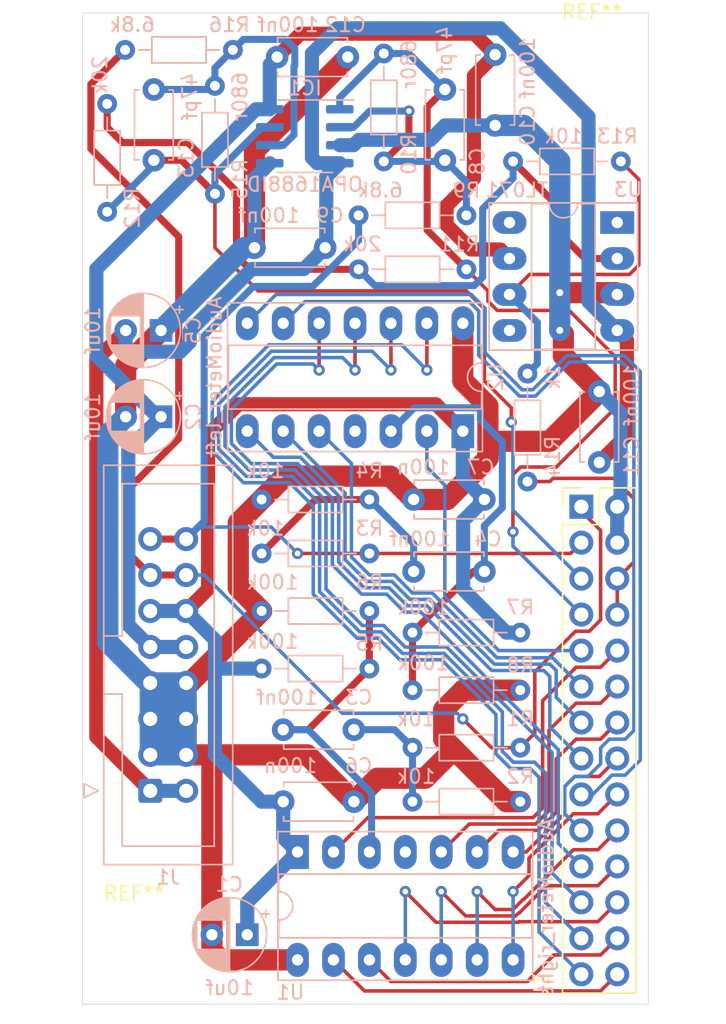
<source format=kicad_pcb>
(kicad_pcb (version 20171130) (host pcbnew "(5.1.10)-1")

  (general
    (thickness 1.6)
    (drawings 4)
    (tracks 558)
    (zones 0)
    (modules 37)
    (nets 43)
  )

  (page A4)
  (layers
    (0 F.Cu signal)
    (31 B.Cu signal)
    (32 B.Adhes user)
    (33 F.Adhes user)
    (34 B.Paste user)
    (35 F.Paste user)
    (36 B.SilkS user)
    (37 F.SilkS user)
    (38 B.Mask user)
    (39 F.Mask user)
    (40 Dwgs.User user)
    (41 Cmts.User user)
    (42 Eco1.User user)
    (43 Eco2.User user)
    (44 Edge.Cuts user)
    (45 Margin user)
    (46 B.CrtYd user)
    (47 F.CrtYd user)
    (48 B.Fab user)
    (49 F.Fab user)
  )

  (setup
    (last_trace_width 0.25)
    (user_trace_width 0.5)
    (user_trace_width 1)
    (user_trace_width 1.5)
    (trace_clearance 0.2)
    (zone_clearance 0.508)
    (zone_45_only no)
    (trace_min 0.2)
    (via_size 0.8)
    (via_drill 0.4)
    (via_min_size 0.4)
    (via_min_drill 0.3)
    (user_via 1.5 0.5)
    (uvia_size 0.3)
    (uvia_drill 0.1)
    (uvias_allowed no)
    (uvia_min_size 0.2)
    (uvia_min_drill 0.1)
    (edge_width 0.05)
    (segment_width 0.2)
    (pcb_text_width 0.3)
    (pcb_text_size 1.5 1.5)
    (mod_edge_width 0.12)
    (mod_text_size 1 1)
    (mod_text_width 0.15)
    (pad_size 1.524 1.524)
    (pad_drill 0.762)
    (pad_to_mask_clearance 0)
    (aux_axis_origin 0 0)
    (visible_elements 7FFFFFFF)
    (pcbplotparams
      (layerselection 0x010fc_ffffffff)
      (usegerberextensions false)
      (usegerberattributes true)
      (usegerberadvancedattributes true)
      (creategerberjobfile true)
      (excludeedgelayer true)
      (linewidth 0.100000)
      (plotframeref false)
      (viasonmask false)
      (mode 1)
      (useauxorigin false)
      (hpglpennumber 1)
      (hpglpenspeed 20)
      (hpglpendiameter 15.000000)
      (psnegative false)
      (psa4output false)
      (plotreference true)
      (plotvalue true)
      (plotinvisibletext false)
      (padsonsilk false)
      (subtractmaskfromsilk false)
      (outputformat 1)
      (mirror false)
      (drillshape 1)
      (scaleselection 1)
      (outputdirectory ""))
  )

  (net 0 "")
  (net 1 +5V)
  (net 2 GND)
  (net 3 +12V)
  (net 4 "Net-(C3-Pad1)")
  (net 5 "Net-(C3-Pad2)")
  (net 6 "Net-(C4-Pad1)")
  (net 7 "Net-(C4-Pad2)")
  (net 8 -12V)
  (net 9 Left_phone)
  (net 10 "Net-(C8-Pad2)")
  (net 11 Right_phone)
  (net 12 "Net-(C13-Pad1)")
  (net 13 Right)
  (net 14 Left)
  (net 15 Mono_Line)
  (net 16 LED1_1)
  (net 17 LED1_2)
  (net 18 LED2_1)
  (net 19 LED2_2)
  (net 20 LED3_1)
  (net 21 LED3_2)
  (net 22 LED4_1)
  (net 23 LED4_2)
  (net 24 LED5_1)
  (net 25 LED5_2)
  (net 26 LED6_1)
  (net 27 LED6_2)
  (net 28 LED7_1)
  (net 29 LED7_2)
  (net 30 LED8_1)
  (net 31 LED8_2)
  (net 32 LED9_1)
  (net 33 LED9_2)
  (net 34 LED10_1)
  (net 35 LED10_2)
  (net 36 "Net-(R11-Pad1)")
  (net 37 "Net-(R13-Pad1)")
  (net 38 "Net-(U1-Pad4)")
  (net 39 "Net-(U2-Pad4)")
  (net 40 "Net-(U3-Pad1)")
  (net 41 "Net-(U3-Pad5)")
  (net 42 "Net-(U3-Pad8)")

  (net_class Default "This is the default net class."
    (clearance 0.2)
    (trace_width 0.25)
    (via_dia 0.8)
    (via_drill 0.4)
    (uvia_dia 0.3)
    (uvia_drill 0.1)
    (add_net +12V)
    (add_net +5V)
    (add_net -12V)
    (add_net GND)
    (add_net LED10_1)
    (add_net LED10_2)
    (add_net LED1_1)
    (add_net LED1_2)
    (add_net LED2_1)
    (add_net LED2_2)
    (add_net LED3_1)
    (add_net LED3_2)
    (add_net LED4_1)
    (add_net LED4_2)
    (add_net LED5_1)
    (add_net LED5_2)
    (add_net LED6_1)
    (add_net LED6_2)
    (add_net LED7_1)
    (add_net LED7_2)
    (add_net LED8_1)
    (add_net LED8_2)
    (add_net LED9_1)
    (add_net LED9_2)
    (add_net Left)
    (add_net Left_phone)
    (add_net Mono_Line)
    (add_net "Net-(C13-Pad1)")
    (add_net "Net-(C3-Pad1)")
    (add_net "Net-(C3-Pad2)")
    (add_net "Net-(C4-Pad1)")
    (add_net "Net-(C4-Pad2)")
    (add_net "Net-(C8-Pad2)")
    (add_net "Net-(R11-Pad1)")
    (add_net "Net-(R13-Pad1)")
    (add_net "Net-(U1-Pad4)")
    (add_net "Net-(U2-Pad4)")
    (add_net "Net-(U3-Pad1)")
    (add_net "Net-(U3-Pad5)")
    (add_net "Net-(U3-Pad8)")
    (add_net Right)
    (add_net Right_phone)
  )

  (module MountingHole:MountingHole_3.2mm_M3 (layer F.Cu) (tedit 56D1B4CB) (tstamp 61F3560E)
    (at 48.895 93.98)
    (descr "Mounting Hole 3.2mm, no annular, M3")
    (tags "mounting hole 3.2mm no annular m3")
    (attr virtual)
    (fp_text reference REF** (at 0 -4.2) (layer F.SilkS)
      (effects (font (size 1 1) (thickness 0.15)))
    )
    (fp_text value MountingHole_3.2mm_M3 (at 0 4.2) (layer F.Fab)
      (effects (font (size 1 1) (thickness 0.15)))
    )
    (fp_circle (center 0 0) (end 3.45 0) (layer F.CrtYd) (width 0.05))
    (fp_circle (center 0 0) (end 3.2 0) (layer Cmts.User) (width 0.15))
    (fp_text user %R (at 0.3 0) (layer F.Fab)
      (effects (font (size 1 1) (thickness 0.15)))
    )
    (pad 1 np_thru_hole circle (at 0 0) (size 3.2 3.2) (drill 3.2) (layers *.Cu *.Mask))
  )

  (module MountingHole:MountingHole_3.2mm_M3 (layer F.Cu) (tedit 56D1B4CB) (tstamp 61F355EA)
    (at 81.28 31.75)
    (descr "Mounting Hole 3.2mm, no annular, M3")
    (tags "mounting hole 3.2mm no annular m3")
    (attr virtual)
    (fp_text reference REF** (at 0 -4.2) (layer F.SilkS)
      (effects (font (size 1 1) (thickness 0.15)))
    )
    (fp_text value MountingHole_3.2mm_M3 (at 0 4.2) (layer F.Fab)
      (effects (font (size 1 1) (thickness 0.15)))
    )
    (fp_circle (center 0 0) (end 3.45 0) (layer F.CrtYd) (width 0.05))
    (fp_circle (center 0 0) (end 3.2 0) (layer Cmts.User) (width 0.15))
    (fp_text user %R (at 0.3 0) (layer F.Fab)
      (effects (font (size 1 1) (thickness 0.15)))
    )
    (pad 1 np_thru_hole circle (at 0 0) (size 3.2 3.2) (drill 3.2) (layers *.Cu *.Mask))
  )

  (module Package_DIP:DIP-14_W7.62mm_Socket_LongPads (layer B.Cu) (tedit 5A02E8C5) (tstamp 61EF5239)
    (at 72.136 57.15 90)
    (descr "14-lead though-hole mounted DIP package, row spacing 7.62 mm (300 mils), Socket, LongPads")
    (tags "THT DIP DIL PDIP 2.54mm 7.62mm 300mil Socket LongPads")
    (path /61DDBEC8)
    (fp_text reference U2 (at 3.81 2.33 270) (layer B.SilkS)
      (effects (font (size 1 1) (thickness 0.15)) (justify mirror))
    )
    (fp_text value AudioMeter_left (at 3.81 -17.57 270) (layer B.SilkS)
      (effects (font (size 1 1) (thickness 0.15)) (justify mirror))
    )
    (fp_line (start 9.15 1.6) (end -1.55 1.6) (layer B.CrtYd) (width 0.05))
    (fp_line (start 9.15 -16.85) (end 9.15 1.6) (layer B.CrtYd) (width 0.05))
    (fp_line (start -1.55 -16.85) (end 9.15 -16.85) (layer B.CrtYd) (width 0.05))
    (fp_line (start -1.55 1.6) (end -1.55 -16.85) (layer B.CrtYd) (width 0.05))
    (fp_line (start 9.06 1.39) (end -1.44 1.39) (layer B.SilkS) (width 0.12))
    (fp_line (start 9.06 -16.63) (end 9.06 1.39) (layer B.SilkS) (width 0.12))
    (fp_line (start -1.44 -16.63) (end 9.06 -16.63) (layer B.SilkS) (width 0.12))
    (fp_line (start -1.44 1.39) (end -1.44 -16.63) (layer B.SilkS) (width 0.12))
    (fp_line (start 6.06 1.33) (end 4.81 1.33) (layer B.SilkS) (width 0.12))
    (fp_line (start 6.06 -16.57) (end 6.06 1.33) (layer B.SilkS) (width 0.12))
    (fp_line (start 1.56 -16.57) (end 6.06 -16.57) (layer B.SilkS) (width 0.12))
    (fp_line (start 1.56 1.33) (end 1.56 -16.57) (layer B.SilkS) (width 0.12))
    (fp_line (start 2.81 1.33) (end 1.56 1.33) (layer B.SilkS) (width 0.12))
    (fp_line (start 8.89 1.33) (end -1.27 1.33) (layer B.Fab) (width 0.1))
    (fp_line (start 8.89 -16.57) (end 8.89 1.33) (layer B.Fab) (width 0.1))
    (fp_line (start -1.27 -16.57) (end 8.89 -16.57) (layer B.Fab) (width 0.1))
    (fp_line (start -1.27 1.33) (end -1.27 -16.57) (layer B.Fab) (width 0.1))
    (fp_line (start 0.635 0.27) (end 1.635 1.27) (layer B.Fab) (width 0.1))
    (fp_line (start 0.635 -16.51) (end 0.635 0.27) (layer B.Fab) (width 0.1))
    (fp_line (start 6.985 -16.51) (end 0.635 -16.51) (layer B.Fab) (width 0.1))
    (fp_line (start 6.985 1.27) (end 6.985 -16.51) (layer B.Fab) (width 0.1))
    (fp_line (start 1.635 1.27) (end 6.985 1.27) (layer B.Fab) (width 0.1))
    (fp_text user %R (at 3.81 -7.62 270) (layer B.Fab)
      (effects (font (size 1 1) (thickness 0.15)) (justify mirror))
    )
    (fp_arc (start 3.81 1.33) (end 2.81 1.33) (angle 180) (layer B.SilkS) (width 0.12))
    (pad 14 thru_hole oval (at 7.62 0 90) (size 2.4 1.6) (drill 0.8) (layers *.Cu *.Mask)
      (net 2 GND))
    (pad 7 thru_hole oval (at 0 -15.24 90) (size 2.4 1.6) (drill 0.8) (layers *.Cu *.Mask)
      (net 22 LED4_1))
    (pad 13 thru_hole oval (at 7.62 -2.54 90) (size 2.4 1.6) (drill 0.8) (layers *.Cu *.Mask)
      (net 34 LED10_1))
    (pad 6 thru_hole oval (at 0 -12.7 90) (size 2.4 1.6) (drill 0.8) (layers *.Cu *.Mask)
      (net 20 LED3_1))
    (pad 12 thru_hole oval (at 7.62 -5.08 90) (size 2.4 1.6) (drill 0.8) (layers *.Cu *.Mask)
      (net 32 LED9_1))
    (pad 5 thru_hole oval (at 0 -10.16 90) (size 2.4 1.6) (drill 0.8) (layers *.Cu *.Mask)
      (net 18 LED2_1))
    (pad 11 thru_hole oval (at 7.62 -7.62 90) (size 2.4 1.6) (drill 0.8) (layers *.Cu *.Mask)
      (net 30 LED8_1))
    (pad 4 thru_hole oval (at 0 -7.62 90) (size 2.4 1.6) (drill 0.8) (layers *.Cu *.Mask)
      (net 39 "Net-(U2-Pad4)"))
    (pad 10 thru_hole oval (at 7.62 -10.16 90) (size 2.4 1.6) (drill 0.8) (layers *.Cu *.Mask)
      (net 28 LED7_1))
    (pad 3 thru_hole oval (at 0 -5.08 90) (size 2.4 1.6) (drill 0.8) (layers *.Cu *.Mask)
      (net 6 "Net-(C4-Pad1)"))
    (pad 9 thru_hole oval (at 7.62 -12.7 90) (size 2.4 1.6) (drill 0.8) (layers *.Cu *.Mask)
      (net 26 LED6_1))
    (pad 2 thru_hole oval (at 0 -2.54 90) (size 2.4 1.6) (drill 0.8) (layers *.Cu *.Mask)
      (net 16 LED1_1))
    (pad 8 thru_hole oval (at 7.62 -15.24 90) (size 2.4 1.6) (drill 0.8) (layers *.Cu *.Mask)
      (net 24 LED5_1))
    (pad 1 thru_hole rect (at 0 0 90) (size 2.4 1.6) (drill 0.8) (layers *.Cu *.Mask)
      (net 1 +5V))
    (model ${KISYS3DMOD}/Package_DIP.3dshapes/DIP-14_W7.62mm_Socket.wrl
      (at (xyz 0 0 0))
      (scale (xyz 1 1 1))
      (rotate (xyz 0 0 0))
    )
  )

  (module Package_SO:SOIC-8_3.9x4.9mm_P1.27mm (layer B.Cu) (tedit 5D9F72B1) (tstamp 61EF659C)
    (at 60.96 36.322 180)
    (descr "SOIC, 8 Pin (JEDEC MS-012AA, https://www.analog.com/media/en/package-pcb-resources/package/pkg_pdf/soic_narrow-r/r_8.pdf), generated with kicad-footprint-generator ipc_gullwing_generator.py")
    (tags "SOIC SO")
    (path /61DFC349)
    (attr smd)
    (fp_text reference IC1 (at 0 3.4) (layer B.SilkS)
      (effects (font (size 1 1) (thickness 0.15)) (justify mirror))
    )
    (fp_text value OPA1688ID (at 0 -3.4) (layer B.SilkS)
      (effects (font (size 1 1) (thickness 0.15)) (justify mirror))
    )
    (fp_line (start 0 -2.56) (end 1.95 -2.56) (layer B.SilkS) (width 0.12))
    (fp_line (start 0 -2.56) (end -1.95 -2.56) (layer B.SilkS) (width 0.12))
    (fp_line (start 0 2.56) (end 1.95 2.56) (layer B.SilkS) (width 0.12))
    (fp_line (start 0 2.56) (end -3.45 2.56) (layer B.SilkS) (width 0.12))
    (fp_line (start -0.975 2.45) (end 1.95 2.45) (layer B.Fab) (width 0.1))
    (fp_line (start 1.95 2.45) (end 1.95 -2.45) (layer B.Fab) (width 0.1))
    (fp_line (start 1.95 -2.45) (end -1.95 -2.45) (layer B.Fab) (width 0.1))
    (fp_line (start -1.95 -2.45) (end -1.95 1.475) (layer B.Fab) (width 0.1))
    (fp_line (start -1.95 1.475) (end -0.975 2.45) (layer B.Fab) (width 0.1))
    (fp_line (start -3.7 2.7) (end -3.7 -2.7) (layer B.CrtYd) (width 0.05))
    (fp_line (start -3.7 -2.7) (end 3.7 -2.7) (layer B.CrtYd) (width 0.05))
    (fp_line (start 3.7 -2.7) (end 3.7 2.7) (layer B.CrtYd) (width 0.05))
    (fp_line (start 3.7 2.7) (end -3.7 2.7) (layer B.CrtYd) (width 0.05))
    (fp_text user %R (at 0 -0.254) (layer B.Fab)
      (effects (font (size 0.98 0.98) (thickness 0.15)) (justify mirror))
    )
    (pad 1 smd roundrect (at -2.475 1.905 180) (size 1.95 0.6) (layers B.Cu B.Paste B.Mask) (roundrect_rratio 0.25)
      (net 9 Left_phone))
    (pad 2 smd roundrect (at -2.475 0.635 180) (size 1.95 0.6) (layers B.Cu B.Paste B.Mask) (roundrect_rratio 0.25)
      (net 10 "Net-(C8-Pad2)"))
    (pad 3 smd roundrect (at -2.475 -0.635 180) (size 1.95 0.6) (layers B.Cu B.Paste B.Mask) (roundrect_rratio 0.25)
      (net 2 GND))
    (pad 4 smd roundrect (at -2.475 -1.905 180) (size 1.95 0.6) (layers B.Cu B.Paste B.Mask) (roundrect_rratio 0.25)
      (net 8 -12V))
    (pad 5 smd roundrect (at 2.475 -1.905 180) (size 1.95 0.6) (layers B.Cu B.Paste B.Mask) (roundrect_rratio 0.25)
      (net 2 GND))
    (pad 6 smd roundrect (at 2.475 -0.635 180) (size 1.95 0.6) (layers B.Cu B.Paste B.Mask) (roundrect_rratio 0.25)
      (net 12 "Net-(C13-Pad1)"))
    (pad 7 smd roundrect (at 2.475 0.635 180) (size 1.95 0.6) (layers B.Cu B.Paste B.Mask) (roundrect_rratio 0.25)
      (net 11 Right_phone))
    (pad 8 smd roundrect (at 2.475 1.905 180) (size 1.95 0.6) (layers B.Cu B.Paste B.Mask) (roundrect_rratio 0.25)
      (net 3 +12V))
    (model ${KISYS3DMOD}/Package_SO.3dshapes/SOIC-8_3.9x4.9mm_P1.27mm.wrl
      (at (xyz 0 0 0))
      (scale (xyz 1 1 1))
      (rotate (xyz 0 0 0))
    )
  )

  (module Capacitor_THT:CP_Radial_D5.0mm_P2.50mm (layer B.Cu) (tedit 5AE50EF0) (tstamp 61EF4E0C)
    (at 56.896 92.71 180)
    (descr "CP, Radial series, Radial, pin pitch=2.50mm, , diameter=5mm, Electrolytic Capacitor")
    (tags "CP Radial series Radial pin pitch 2.50mm  diameter 5mm Electrolytic Capacitor")
    (path /61DD68A7)
    (fp_text reference C1 (at 1.27 3.556) (layer B.SilkS)
      (effects (font (size 1 1) (thickness 0.15)) (justify mirror))
    )
    (fp_text value 10uf (at 1.25 -3.75) (layer B.SilkS)
      (effects (font (size 1 1) (thickness 0.15)) (justify mirror))
    )
    (fp_circle (center 1.25 0) (end 3.75 0) (layer B.Fab) (width 0.1))
    (fp_circle (center 1.25 0) (end 3.87 0) (layer B.SilkS) (width 0.12))
    (fp_circle (center 1.25 0) (end 4 0) (layer B.CrtYd) (width 0.05))
    (fp_line (start -0.883605 1.0875) (end -0.383605 1.0875) (layer B.Fab) (width 0.1))
    (fp_line (start -0.633605 1.3375) (end -0.633605 0.8375) (layer B.Fab) (width 0.1))
    (fp_line (start 1.25 2.58) (end 1.25 -2.58) (layer B.SilkS) (width 0.12))
    (fp_line (start 1.29 2.58) (end 1.29 -2.58) (layer B.SilkS) (width 0.12))
    (fp_line (start 1.33 2.579) (end 1.33 -2.579) (layer B.SilkS) (width 0.12))
    (fp_line (start 1.37 2.578) (end 1.37 -2.578) (layer B.SilkS) (width 0.12))
    (fp_line (start 1.41 2.576) (end 1.41 -2.576) (layer B.SilkS) (width 0.12))
    (fp_line (start 1.45 2.573) (end 1.45 -2.573) (layer B.SilkS) (width 0.12))
    (fp_line (start 1.49 2.569) (end 1.49 1.04) (layer B.SilkS) (width 0.12))
    (fp_line (start 1.49 -1.04) (end 1.49 -2.569) (layer B.SilkS) (width 0.12))
    (fp_line (start 1.53 2.565) (end 1.53 1.04) (layer B.SilkS) (width 0.12))
    (fp_line (start 1.53 -1.04) (end 1.53 -2.565) (layer B.SilkS) (width 0.12))
    (fp_line (start 1.57 2.561) (end 1.57 1.04) (layer B.SilkS) (width 0.12))
    (fp_line (start 1.57 -1.04) (end 1.57 -2.561) (layer B.SilkS) (width 0.12))
    (fp_line (start 1.61 2.556) (end 1.61 1.04) (layer B.SilkS) (width 0.12))
    (fp_line (start 1.61 -1.04) (end 1.61 -2.556) (layer B.SilkS) (width 0.12))
    (fp_line (start 1.65 2.55) (end 1.65 1.04) (layer B.SilkS) (width 0.12))
    (fp_line (start 1.65 -1.04) (end 1.65 -2.55) (layer B.SilkS) (width 0.12))
    (fp_line (start 1.69 2.543) (end 1.69 1.04) (layer B.SilkS) (width 0.12))
    (fp_line (start 1.69 -1.04) (end 1.69 -2.543) (layer B.SilkS) (width 0.12))
    (fp_line (start 1.73 2.536) (end 1.73 1.04) (layer B.SilkS) (width 0.12))
    (fp_line (start 1.73 -1.04) (end 1.73 -2.536) (layer B.SilkS) (width 0.12))
    (fp_line (start 1.77 2.528) (end 1.77 1.04) (layer B.SilkS) (width 0.12))
    (fp_line (start 1.77 -1.04) (end 1.77 -2.528) (layer B.SilkS) (width 0.12))
    (fp_line (start 1.81 2.52) (end 1.81 1.04) (layer B.SilkS) (width 0.12))
    (fp_line (start 1.81 -1.04) (end 1.81 -2.52) (layer B.SilkS) (width 0.12))
    (fp_line (start 1.85 2.511) (end 1.85 1.04) (layer B.SilkS) (width 0.12))
    (fp_line (start 1.85 -1.04) (end 1.85 -2.511) (layer B.SilkS) (width 0.12))
    (fp_line (start 1.89 2.501) (end 1.89 1.04) (layer B.SilkS) (width 0.12))
    (fp_line (start 1.89 -1.04) (end 1.89 -2.501) (layer B.SilkS) (width 0.12))
    (fp_line (start 1.93 2.491) (end 1.93 1.04) (layer B.SilkS) (width 0.12))
    (fp_line (start 1.93 -1.04) (end 1.93 -2.491) (layer B.SilkS) (width 0.12))
    (fp_line (start 1.971 2.48) (end 1.971 1.04) (layer B.SilkS) (width 0.12))
    (fp_line (start 1.971 -1.04) (end 1.971 -2.48) (layer B.SilkS) (width 0.12))
    (fp_line (start 2.011 2.468) (end 2.011 1.04) (layer B.SilkS) (width 0.12))
    (fp_line (start 2.011 -1.04) (end 2.011 -2.468) (layer B.SilkS) (width 0.12))
    (fp_line (start 2.051 2.455) (end 2.051 1.04) (layer B.SilkS) (width 0.12))
    (fp_line (start 2.051 -1.04) (end 2.051 -2.455) (layer B.SilkS) (width 0.12))
    (fp_line (start 2.091 2.442) (end 2.091 1.04) (layer B.SilkS) (width 0.12))
    (fp_line (start 2.091 -1.04) (end 2.091 -2.442) (layer B.SilkS) (width 0.12))
    (fp_line (start 2.131 2.428) (end 2.131 1.04) (layer B.SilkS) (width 0.12))
    (fp_line (start 2.131 -1.04) (end 2.131 -2.428) (layer B.SilkS) (width 0.12))
    (fp_line (start 2.171 2.414) (end 2.171 1.04) (layer B.SilkS) (width 0.12))
    (fp_line (start 2.171 -1.04) (end 2.171 -2.414) (layer B.SilkS) (width 0.12))
    (fp_line (start 2.211 2.398) (end 2.211 1.04) (layer B.SilkS) (width 0.12))
    (fp_line (start 2.211 -1.04) (end 2.211 -2.398) (layer B.SilkS) (width 0.12))
    (fp_line (start 2.251 2.382) (end 2.251 1.04) (layer B.SilkS) (width 0.12))
    (fp_line (start 2.251 -1.04) (end 2.251 -2.382) (layer B.SilkS) (width 0.12))
    (fp_line (start 2.291 2.365) (end 2.291 1.04) (layer B.SilkS) (width 0.12))
    (fp_line (start 2.291 -1.04) (end 2.291 -2.365) (layer B.SilkS) (width 0.12))
    (fp_line (start 2.331 2.348) (end 2.331 1.04) (layer B.SilkS) (width 0.12))
    (fp_line (start 2.331 -1.04) (end 2.331 -2.348) (layer B.SilkS) (width 0.12))
    (fp_line (start 2.371 2.329) (end 2.371 1.04) (layer B.SilkS) (width 0.12))
    (fp_line (start 2.371 -1.04) (end 2.371 -2.329) (layer B.SilkS) (width 0.12))
    (fp_line (start 2.411 2.31) (end 2.411 1.04) (layer B.SilkS) (width 0.12))
    (fp_line (start 2.411 -1.04) (end 2.411 -2.31) (layer B.SilkS) (width 0.12))
    (fp_line (start 2.451 2.29) (end 2.451 1.04) (layer B.SilkS) (width 0.12))
    (fp_line (start 2.451 -1.04) (end 2.451 -2.29) (layer B.SilkS) (width 0.12))
    (fp_line (start 2.491 2.268) (end 2.491 1.04) (layer B.SilkS) (width 0.12))
    (fp_line (start 2.491 -1.04) (end 2.491 -2.268) (layer B.SilkS) (width 0.12))
    (fp_line (start 2.531 2.247) (end 2.531 1.04) (layer B.SilkS) (width 0.12))
    (fp_line (start 2.531 -1.04) (end 2.531 -2.247) (layer B.SilkS) (width 0.12))
    (fp_line (start 2.571 2.224) (end 2.571 1.04) (layer B.SilkS) (width 0.12))
    (fp_line (start 2.571 -1.04) (end 2.571 -2.224) (layer B.SilkS) (width 0.12))
    (fp_line (start 2.611 2.2) (end 2.611 1.04) (layer B.SilkS) (width 0.12))
    (fp_line (start 2.611 -1.04) (end 2.611 -2.2) (layer B.SilkS) (width 0.12))
    (fp_line (start 2.651 2.175) (end 2.651 1.04) (layer B.SilkS) (width 0.12))
    (fp_line (start 2.651 -1.04) (end 2.651 -2.175) (layer B.SilkS) (width 0.12))
    (fp_line (start 2.691 2.149) (end 2.691 1.04) (layer B.SilkS) (width 0.12))
    (fp_line (start 2.691 -1.04) (end 2.691 -2.149) (layer B.SilkS) (width 0.12))
    (fp_line (start 2.731 2.122) (end 2.731 1.04) (layer B.SilkS) (width 0.12))
    (fp_line (start 2.731 -1.04) (end 2.731 -2.122) (layer B.SilkS) (width 0.12))
    (fp_line (start 2.771 2.095) (end 2.771 1.04) (layer B.SilkS) (width 0.12))
    (fp_line (start 2.771 -1.04) (end 2.771 -2.095) (layer B.SilkS) (width 0.12))
    (fp_line (start 2.811 2.065) (end 2.811 1.04) (layer B.SilkS) (width 0.12))
    (fp_line (start 2.811 -1.04) (end 2.811 -2.065) (layer B.SilkS) (width 0.12))
    (fp_line (start 2.851 2.035) (end 2.851 1.04) (layer B.SilkS) (width 0.12))
    (fp_line (start 2.851 -1.04) (end 2.851 -2.035) (layer B.SilkS) (width 0.12))
    (fp_line (start 2.891 2.004) (end 2.891 1.04) (layer B.SilkS) (width 0.12))
    (fp_line (start 2.891 -1.04) (end 2.891 -2.004) (layer B.SilkS) (width 0.12))
    (fp_line (start 2.931 1.971) (end 2.931 1.04) (layer B.SilkS) (width 0.12))
    (fp_line (start 2.931 -1.04) (end 2.931 -1.971) (layer B.SilkS) (width 0.12))
    (fp_line (start 2.971 1.937) (end 2.971 1.04) (layer B.SilkS) (width 0.12))
    (fp_line (start 2.971 -1.04) (end 2.971 -1.937) (layer B.SilkS) (width 0.12))
    (fp_line (start 3.011 1.901) (end 3.011 1.04) (layer B.SilkS) (width 0.12))
    (fp_line (start 3.011 -1.04) (end 3.011 -1.901) (layer B.SilkS) (width 0.12))
    (fp_line (start 3.051 1.864) (end 3.051 1.04) (layer B.SilkS) (width 0.12))
    (fp_line (start 3.051 -1.04) (end 3.051 -1.864) (layer B.SilkS) (width 0.12))
    (fp_line (start 3.091 1.826) (end 3.091 1.04) (layer B.SilkS) (width 0.12))
    (fp_line (start 3.091 -1.04) (end 3.091 -1.826) (layer B.SilkS) (width 0.12))
    (fp_line (start 3.131 1.785) (end 3.131 1.04) (layer B.SilkS) (width 0.12))
    (fp_line (start 3.131 -1.04) (end 3.131 -1.785) (layer B.SilkS) (width 0.12))
    (fp_line (start 3.171 1.743) (end 3.171 1.04) (layer B.SilkS) (width 0.12))
    (fp_line (start 3.171 -1.04) (end 3.171 -1.743) (layer B.SilkS) (width 0.12))
    (fp_line (start 3.211 1.699) (end 3.211 1.04) (layer B.SilkS) (width 0.12))
    (fp_line (start 3.211 -1.04) (end 3.211 -1.699) (layer B.SilkS) (width 0.12))
    (fp_line (start 3.251 1.653) (end 3.251 1.04) (layer B.SilkS) (width 0.12))
    (fp_line (start 3.251 -1.04) (end 3.251 -1.653) (layer B.SilkS) (width 0.12))
    (fp_line (start 3.291 1.605) (end 3.291 1.04) (layer B.SilkS) (width 0.12))
    (fp_line (start 3.291 -1.04) (end 3.291 -1.605) (layer B.SilkS) (width 0.12))
    (fp_line (start 3.331 1.554) (end 3.331 1.04) (layer B.SilkS) (width 0.12))
    (fp_line (start 3.331 -1.04) (end 3.331 -1.554) (layer B.SilkS) (width 0.12))
    (fp_line (start 3.371 1.5) (end 3.371 1.04) (layer B.SilkS) (width 0.12))
    (fp_line (start 3.371 -1.04) (end 3.371 -1.5) (layer B.SilkS) (width 0.12))
    (fp_line (start 3.411 1.443) (end 3.411 1.04) (layer B.SilkS) (width 0.12))
    (fp_line (start 3.411 -1.04) (end 3.411 -1.443) (layer B.SilkS) (width 0.12))
    (fp_line (start 3.451 1.383) (end 3.451 1.04) (layer B.SilkS) (width 0.12))
    (fp_line (start 3.451 -1.04) (end 3.451 -1.383) (layer B.SilkS) (width 0.12))
    (fp_line (start 3.491 1.319) (end 3.491 1.04) (layer B.SilkS) (width 0.12))
    (fp_line (start 3.491 -1.04) (end 3.491 -1.319) (layer B.SilkS) (width 0.12))
    (fp_line (start 3.531 1.251) (end 3.531 1.04) (layer B.SilkS) (width 0.12))
    (fp_line (start 3.531 -1.04) (end 3.531 -1.251) (layer B.SilkS) (width 0.12))
    (fp_line (start 3.571 1.178) (end 3.571 -1.178) (layer B.SilkS) (width 0.12))
    (fp_line (start 3.611 1.098) (end 3.611 -1.098) (layer B.SilkS) (width 0.12))
    (fp_line (start 3.651 1.011) (end 3.651 -1.011) (layer B.SilkS) (width 0.12))
    (fp_line (start 3.691 0.915) (end 3.691 -0.915) (layer B.SilkS) (width 0.12))
    (fp_line (start 3.731 0.805) (end 3.731 -0.805) (layer B.SilkS) (width 0.12))
    (fp_line (start 3.771 0.677) (end 3.771 -0.677) (layer B.SilkS) (width 0.12))
    (fp_line (start 3.811 0.518) (end 3.811 -0.518) (layer B.SilkS) (width 0.12))
    (fp_line (start 3.851 0.284) (end 3.851 -0.284) (layer B.SilkS) (width 0.12))
    (fp_line (start -1.554775 1.475) (end -1.054775 1.475) (layer B.SilkS) (width 0.12))
    (fp_line (start -1.304775 1.725) (end -1.304775 1.225) (layer B.SilkS) (width 0.12))
    (fp_text user %R (at 1.25 0) (layer B.Fab)
      (effects (font (size 1 1) (thickness 0.15)) (justify mirror))
    )
    (pad 1 thru_hole rect (at 0 0 180) (size 1.6 1.6) (drill 0.8) (layers *.Cu *.Mask)
      (net 1 +5V))
    (pad 2 thru_hole circle (at 2.5 0 180) (size 1.6 1.6) (drill 0.8) (layers *.Cu *.Mask)
      (net 2 GND))
    (model ${KISYS3DMOD}/Capacitor_THT.3dshapes/CP_Radial_D5.0mm_P2.50mm.wrl
      (at (xyz 0 0 0))
      (scale (xyz 1 1 1))
      (rotate (xyz 0 0 0))
    )
  )

  (module Capacitor_THT:CP_Radial_D5.0mm_P2.50mm (layer B.Cu) (tedit 5AE50EF0) (tstamp 61EF4E90)
    (at 50.8 56.134 180)
    (descr "CP, Radial series, Radial, pin pitch=2.50mm, , diameter=5mm, Electrolytic Capacitor")
    (tags "CP Radial series Radial pin pitch 2.50mm  diameter 5mm Electrolytic Capacitor")
    (path /61DD6F71)
    (fp_text reference C2 (at -2.286 0 270) (layer B.SilkS)
      (effects (font (size 1 1) (thickness 0.15)) (justify mirror))
    )
    (fp_text value 10uf (at 4.826 0 270) (layer B.SilkS)
      (effects (font (size 1 1) (thickness 0.15)) (justify mirror))
    )
    (fp_line (start -1.304775 1.725) (end -1.304775 1.225) (layer B.SilkS) (width 0.12))
    (fp_line (start -1.554775 1.475) (end -1.054775 1.475) (layer B.SilkS) (width 0.12))
    (fp_line (start 3.851 0.284) (end 3.851 -0.284) (layer B.SilkS) (width 0.12))
    (fp_line (start 3.811 0.518) (end 3.811 -0.518) (layer B.SilkS) (width 0.12))
    (fp_line (start 3.771 0.677) (end 3.771 -0.677) (layer B.SilkS) (width 0.12))
    (fp_line (start 3.731 0.805) (end 3.731 -0.805) (layer B.SilkS) (width 0.12))
    (fp_line (start 3.691 0.915) (end 3.691 -0.915) (layer B.SilkS) (width 0.12))
    (fp_line (start 3.651 1.011) (end 3.651 -1.011) (layer B.SilkS) (width 0.12))
    (fp_line (start 3.611 1.098) (end 3.611 -1.098) (layer B.SilkS) (width 0.12))
    (fp_line (start 3.571 1.178) (end 3.571 -1.178) (layer B.SilkS) (width 0.12))
    (fp_line (start 3.531 -1.04) (end 3.531 -1.251) (layer B.SilkS) (width 0.12))
    (fp_line (start 3.531 1.251) (end 3.531 1.04) (layer B.SilkS) (width 0.12))
    (fp_line (start 3.491 -1.04) (end 3.491 -1.319) (layer B.SilkS) (width 0.12))
    (fp_line (start 3.491 1.319) (end 3.491 1.04) (layer B.SilkS) (width 0.12))
    (fp_line (start 3.451 -1.04) (end 3.451 -1.383) (layer B.SilkS) (width 0.12))
    (fp_line (start 3.451 1.383) (end 3.451 1.04) (layer B.SilkS) (width 0.12))
    (fp_line (start 3.411 -1.04) (end 3.411 -1.443) (layer B.SilkS) (width 0.12))
    (fp_line (start 3.411 1.443) (end 3.411 1.04) (layer B.SilkS) (width 0.12))
    (fp_line (start 3.371 -1.04) (end 3.371 -1.5) (layer B.SilkS) (width 0.12))
    (fp_line (start 3.371 1.5) (end 3.371 1.04) (layer B.SilkS) (width 0.12))
    (fp_line (start 3.331 -1.04) (end 3.331 -1.554) (layer B.SilkS) (width 0.12))
    (fp_line (start 3.331 1.554) (end 3.331 1.04) (layer B.SilkS) (width 0.12))
    (fp_line (start 3.291 -1.04) (end 3.291 -1.605) (layer B.SilkS) (width 0.12))
    (fp_line (start 3.291 1.605) (end 3.291 1.04) (layer B.SilkS) (width 0.12))
    (fp_line (start 3.251 -1.04) (end 3.251 -1.653) (layer B.SilkS) (width 0.12))
    (fp_line (start 3.251 1.653) (end 3.251 1.04) (layer B.SilkS) (width 0.12))
    (fp_line (start 3.211 -1.04) (end 3.211 -1.699) (layer B.SilkS) (width 0.12))
    (fp_line (start 3.211 1.699) (end 3.211 1.04) (layer B.SilkS) (width 0.12))
    (fp_line (start 3.171 -1.04) (end 3.171 -1.743) (layer B.SilkS) (width 0.12))
    (fp_line (start 3.171 1.743) (end 3.171 1.04) (layer B.SilkS) (width 0.12))
    (fp_line (start 3.131 -1.04) (end 3.131 -1.785) (layer B.SilkS) (width 0.12))
    (fp_line (start 3.131 1.785) (end 3.131 1.04) (layer B.SilkS) (width 0.12))
    (fp_line (start 3.091 -1.04) (end 3.091 -1.826) (layer B.SilkS) (width 0.12))
    (fp_line (start 3.091 1.826) (end 3.091 1.04) (layer B.SilkS) (width 0.12))
    (fp_line (start 3.051 -1.04) (end 3.051 -1.864) (layer B.SilkS) (width 0.12))
    (fp_line (start 3.051 1.864) (end 3.051 1.04) (layer B.SilkS) (width 0.12))
    (fp_line (start 3.011 -1.04) (end 3.011 -1.901) (layer B.SilkS) (width 0.12))
    (fp_line (start 3.011 1.901) (end 3.011 1.04) (layer B.SilkS) (width 0.12))
    (fp_line (start 2.971 -1.04) (end 2.971 -1.937) (layer B.SilkS) (width 0.12))
    (fp_line (start 2.971 1.937) (end 2.971 1.04) (layer B.SilkS) (width 0.12))
    (fp_line (start 2.931 -1.04) (end 2.931 -1.971) (layer B.SilkS) (width 0.12))
    (fp_line (start 2.931 1.971) (end 2.931 1.04) (layer B.SilkS) (width 0.12))
    (fp_line (start 2.891 -1.04) (end 2.891 -2.004) (layer B.SilkS) (width 0.12))
    (fp_line (start 2.891 2.004) (end 2.891 1.04) (layer B.SilkS) (width 0.12))
    (fp_line (start 2.851 -1.04) (end 2.851 -2.035) (layer B.SilkS) (width 0.12))
    (fp_line (start 2.851 2.035) (end 2.851 1.04) (layer B.SilkS) (width 0.12))
    (fp_line (start 2.811 -1.04) (end 2.811 -2.065) (layer B.SilkS) (width 0.12))
    (fp_line (start 2.811 2.065) (end 2.811 1.04) (layer B.SilkS) (width 0.12))
    (fp_line (start 2.771 -1.04) (end 2.771 -2.095) (layer B.SilkS) (width 0.12))
    (fp_line (start 2.771 2.095) (end 2.771 1.04) (layer B.SilkS) (width 0.12))
    (fp_line (start 2.731 -1.04) (end 2.731 -2.122) (layer B.SilkS) (width 0.12))
    (fp_line (start 2.731 2.122) (end 2.731 1.04) (layer B.SilkS) (width 0.12))
    (fp_line (start 2.691 -1.04) (end 2.691 -2.149) (layer B.SilkS) (width 0.12))
    (fp_line (start 2.691 2.149) (end 2.691 1.04) (layer B.SilkS) (width 0.12))
    (fp_line (start 2.651 -1.04) (end 2.651 -2.175) (layer B.SilkS) (width 0.12))
    (fp_line (start 2.651 2.175) (end 2.651 1.04) (layer B.SilkS) (width 0.12))
    (fp_line (start 2.611 -1.04) (end 2.611 -2.2) (layer B.SilkS) (width 0.12))
    (fp_line (start 2.611 2.2) (end 2.611 1.04) (layer B.SilkS) (width 0.12))
    (fp_line (start 2.571 -1.04) (end 2.571 -2.224) (layer B.SilkS) (width 0.12))
    (fp_line (start 2.571 2.224) (end 2.571 1.04) (layer B.SilkS) (width 0.12))
    (fp_line (start 2.531 -1.04) (end 2.531 -2.247) (layer B.SilkS) (width 0.12))
    (fp_line (start 2.531 2.247) (end 2.531 1.04) (layer B.SilkS) (width 0.12))
    (fp_line (start 2.491 -1.04) (end 2.491 -2.268) (layer B.SilkS) (width 0.12))
    (fp_line (start 2.491 2.268) (end 2.491 1.04) (layer B.SilkS) (width 0.12))
    (fp_line (start 2.451 -1.04) (end 2.451 -2.29) (layer B.SilkS) (width 0.12))
    (fp_line (start 2.451 2.29) (end 2.451 1.04) (layer B.SilkS) (width 0.12))
    (fp_line (start 2.411 -1.04) (end 2.411 -2.31) (layer B.SilkS) (width 0.12))
    (fp_line (start 2.411 2.31) (end 2.411 1.04) (layer B.SilkS) (width 0.12))
    (fp_line (start 2.371 -1.04) (end 2.371 -2.329) (layer B.SilkS) (width 0.12))
    (fp_line (start 2.371 2.329) (end 2.371 1.04) (layer B.SilkS) (width 0.12))
    (fp_line (start 2.331 -1.04) (end 2.331 -2.348) (layer B.SilkS) (width 0.12))
    (fp_line (start 2.331 2.348) (end 2.331 1.04) (layer B.SilkS) (width 0.12))
    (fp_line (start 2.291 -1.04) (end 2.291 -2.365) (layer B.SilkS) (width 0.12))
    (fp_line (start 2.291 2.365) (end 2.291 1.04) (layer B.SilkS) (width 0.12))
    (fp_line (start 2.251 -1.04) (end 2.251 -2.382) (layer B.SilkS) (width 0.12))
    (fp_line (start 2.251 2.382) (end 2.251 1.04) (layer B.SilkS) (width 0.12))
    (fp_line (start 2.211 -1.04) (end 2.211 -2.398) (layer B.SilkS) (width 0.12))
    (fp_line (start 2.211 2.398) (end 2.211 1.04) (layer B.SilkS) (width 0.12))
    (fp_line (start 2.171 -1.04) (end 2.171 -2.414) (layer B.SilkS) (width 0.12))
    (fp_line (start 2.171 2.414) (end 2.171 1.04) (layer B.SilkS) (width 0.12))
    (fp_line (start 2.131 -1.04) (end 2.131 -2.428) (layer B.SilkS) (width 0.12))
    (fp_line (start 2.131 2.428) (end 2.131 1.04) (layer B.SilkS) (width 0.12))
    (fp_line (start 2.091 -1.04) (end 2.091 -2.442) (layer B.SilkS) (width 0.12))
    (fp_line (start 2.091 2.442) (end 2.091 1.04) (layer B.SilkS) (width 0.12))
    (fp_line (start 2.051 -1.04) (end 2.051 -2.455) (layer B.SilkS) (width 0.12))
    (fp_line (start 2.051 2.455) (end 2.051 1.04) (layer B.SilkS) (width 0.12))
    (fp_line (start 2.011 -1.04) (end 2.011 -2.468) (layer B.SilkS) (width 0.12))
    (fp_line (start 2.011 2.468) (end 2.011 1.04) (layer B.SilkS) (width 0.12))
    (fp_line (start 1.971 -1.04) (end 1.971 -2.48) (layer B.SilkS) (width 0.12))
    (fp_line (start 1.971 2.48) (end 1.971 1.04) (layer B.SilkS) (width 0.12))
    (fp_line (start 1.93 -1.04) (end 1.93 -2.491) (layer B.SilkS) (width 0.12))
    (fp_line (start 1.93 2.491) (end 1.93 1.04) (layer B.SilkS) (width 0.12))
    (fp_line (start 1.89 -1.04) (end 1.89 -2.501) (layer B.SilkS) (width 0.12))
    (fp_line (start 1.89 2.501) (end 1.89 1.04) (layer B.SilkS) (width 0.12))
    (fp_line (start 1.85 -1.04) (end 1.85 -2.511) (layer B.SilkS) (width 0.12))
    (fp_line (start 1.85 2.511) (end 1.85 1.04) (layer B.SilkS) (width 0.12))
    (fp_line (start 1.81 -1.04) (end 1.81 -2.52) (layer B.SilkS) (width 0.12))
    (fp_line (start 1.81 2.52) (end 1.81 1.04) (layer B.SilkS) (width 0.12))
    (fp_line (start 1.77 -1.04) (end 1.77 -2.528) (layer B.SilkS) (width 0.12))
    (fp_line (start 1.77 2.528) (end 1.77 1.04) (layer B.SilkS) (width 0.12))
    (fp_line (start 1.73 -1.04) (end 1.73 -2.536) (layer B.SilkS) (width 0.12))
    (fp_line (start 1.73 2.536) (end 1.73 1.04) (layer B.SilkS) (width 0.12))
    (fp_line (start 1.69 -1.04) (end 1.69 -2.543) (layer B.SilkS) (width 0.12))
    (fp_line (start 1.69 2.543) (end 1.69 1.04) (layer B.SilkS) (width 0.12))
    (fp_line (start 1.65 -1.04) (end 1.65 -2.55) (layer B.SilkS) (width 0.12))
    (fp_line (start 1.65 2.55) (end 1.65 1.04) (layer B.SilkS) (width 0.12))
    (fp_line (start 1.61 -1.04) (end 1.61 -2.556) (layer B.SilkS) (width 0.12))
    (fp_line (start 1.61 2.556) (end 1.61 1.04) (layer B.SilkS) (width 0.12))
    (fp_line (start 1.57 -1.04) (end 1.57 -2.561) (layer B.SilkS) (width 0.12))
    (fp_line (start 1.57 2.561) (end 1.57 1.04) (layer B.SilkS) (width 0.12))
    (fp_line (start 1.53 -1.04) (end 1.53 -2.565) (layer B.SilkS) (width 0.12))
    (fp_line (start 1.53 2.565) (end 1.53 1.04) (layer B.SilkS) (width 0.12))
    (fp_line (start 1.49 -1.04) (end 1.49 -2.569) (layer B.SilkS) (width 0.12))
    (fp_line (start 1.49 2.569) (end 1.49 1.04) (layer B.SilkS) (width 0.12))
    (fp_line (start 1.45 2.573) (end 1.45 -2.573) (layer B.SilkS) (width 0.12))
    (fp_line (start 1.41 2.576) (end 1.41 -2.576) (layer B.SilkS) (width 0.12))
    (fp_line (start 1.37 2.578) (end 1.37 -2.578) (layer B.SilkS) (width 0.12))
    (fp_line (start 1.33 2.579) (end 1.33 -2.579) (layer B.SilkS) (width 0.12))
    (fp_line (start 1.29 2.58) (end 1.29 -2.58) (layer B.SilkS) (width 0.12))
    (fp_line (start 1.25 2.58) (end 1.25 -2.58) (layer B.SilkS) (width 0.12))
    (fp_line (start -0.633605 1.3375) (end -0.633605 0.8375) (layer B.Fab) (width 0.1))
    (fp_line (start -0.883605 1.0875) (end -0.383605 1.0875) (layer B.Fab) (width 0.1))
    (fp_circle (center 1.25 0) (end 4 0) (layer B.CrtYd) (width 0.05))
    (fp_circle (center 1.25 0) (end 3.87 0) (layer B.SilkS) (width 0.12))
    (fp_circle (center 1.25 0) (end 3.75 0) (layer B.Fab) (width 0.1))
    (fp_text user %R (at 1.25 0) (layer B.Fab)
      (effects (font (size 1 1) (thickness 0.15)) (justify mirror))
    )
    (pad 2 thru_hole circle (at 2.5 0 180) (size 1.6 1.6) (drill 0.8) (layers *.Cu *.Mask)
      (net 2 GND))
    (pad 1 thru_hole rect (at 0 0 180) (size 1.6 1.6) (drill 0.8) (layers *.Cu *.Mask)
      (net 3 +12V))
    (model ${KISYS3DMOD}/Capacitor_THT.3dshapes/CP_Radial_D5.0mm_P2.50mm.wrl
      (at (xyz 0 0 0))
      (scale (xyz 1 1 1))
      (rotate (xyz 0 0 0))
    )
  )

  (module Capacitor_THT:CP_Radial_D5.0mm_P2.50mm (layer B.Cu) (tedit 5AE50EF0) (tstamp 61EF4F3E)
    (at 50.8 50.038 180)
    (descr "CP, Radial series, Radial, pin pitch=2.50mm, , diameter=5mm, Electrolytic Capacitor")
    (tags "CP Radial series Radial pin pitch 2.50mm  diameter 5mm Electrolytic Capacitor")
    (path /61DD73AA)
    (fp_text reference C5 (at -2.286 0 270) (layer B.SilkS)
      (effects (font (size 1 1) (thickness 0.15)) (justify mirror))
    )
    (fp_text value 10uf (at 4.826 0 270) (layer B.SilkS)
      (effects (font (size 1 1) (thickness 0.15)) (justify mirror))
    )
    (fp_circle (center 1.25 0) (end 3.75 0) (layer B.Fab) (width 0.1))
    (fp_circle (center 1.25 0) (end 3.87 0) (layer B.SilkS) (width 0.12))
    (fp_circle (center 1.25 0) (end 4 0) (layer B.CrtYd) (width 0.05))
    (fp_line (start -0.883605 1.0875) (end -0.383605 1.0875) (layer B.Fab) (width 0.1))
    (fp_line (start -0.633605 1.3375) (end -0.633605 0.8375) (layer B.Fab) (width 0.1))
    (fp_line (start 1.25 2.58) (end 1.25 -2.58) (layer B.SilkS) (width 0.12))
    (fp_line (start 1.29 2.58) (end 1.29 -2.58) (layer B.SilkS) (width 0.12))
    (fp_line (start 1.33 2.579) (end 1.33 -2.579) (layer B.SilkS) (width 0.12))
    (fp_line (start 1.37 2.578) (end 1.37 -2.578) (layer B.SilkS) (width 0.12))
    (fp_line (start 1.41 2.576) (end 1.41 -2.576) (layer B.SilkS) (width 0.12))
    (fp_line (start 1.45 2.573) (end 1.45 -2.573) (layer B.SilkS) (width 0.12))
    (fp_line (start 1.49 2.569) (end 1.49 1.04) (layer B.SilkS) (width 0.12))
    (fp_line (start 1.49 -1.04) (end 1.49 -2.569) (layer B.SilkS) (width 0.12))
    (fp_line (start 1.53 2.565) (end 1.53 1.04) (layer B.SilkS) (width 0.12))
    (fp_line (start 1.53 -1.04) (end 1.53 -2.565) (layer B.SilkS) (width 0.12))
    (fp_line (start 1.57 2.561) (end 1.57 1.04) (layer B.SilkS) (width 0.12))
    (fp_line (start 1.57 -1.04) (end 1.57 -2.561) (layer B.SilkS) (width 0.12))
    (fp_line (start 1.61 2.556) (end 1.61 1.04) (layer B.SilkS) (width 0.12))
    (fp_line (start 1.61 -1.04) (end 1.61 -2.556) (layer B.SilkS) (width 0.12))
    (fp_line (start 1.65 2.55) (end 1.65 1.04) (layer B.SilkS) (width 0.12))
    (fp_line (start 1.65 -1.04) (end 1.65 -2.55) (layer B.SilkS) (width 0.12))
    (fp_line (start 1.69 2.543) (end 1.69 1.04) (layer B.SilkS) (width 0.12))
    (fp_line (start 1.69 -1.04) (end 1.69 -2.543) (layer B.SilkS) (width 0.12))
    (fp_line (start 1.73 2.536) (end 1.73 1.04) (layer B.SilkS) (width 0.12))
    (fp_line (start 1.73 -1.04) (end 1.73 -2.536) (layer B.SilkS) (width 0.12))
    (fp_line (start 1.77 2.528) (end 1.77 1.04) (layer B.SilkS) (width 0.12))
    (fp_line (start 1.77 -1.04) (end 1.77 -2.528) (layer B.SilkS) (width 0.12))
    (fp_line (start 1.81 2.52) (end 1.81 1.04) (layer B.SilkS) (width 0.12))
    (fp_line (start 1.81 -1.04) (end 1.81 -2.52) (layer B.SilkS) (width 0.12))
    (fp_line (start 1.85 2.511) (end 1.85 1.04) (layer B.SilkS) (width 0.12))
    (fp_line (start 1.85 -1.04) (end 1.85 -2.511) (layer B.SilkS) (width 0.12))
    (fp_line (start 1.89 2.501) (end 1.89 1.04) (layer B.SilkS) (width 0.12))
    (fp_line (start 1.89 -1.04) (end 1.89 -2.501) (layer B.SilkS) (width 0.12))
    (fp_line (start 1.93 2.491) (end 1.93 1.04) (layer B.SilkS) (width 0.12))
    (fp_line (start 1.93 -1.04) (end 1.93 -2.491) (layer B.SilkS) (width 0.12))
    (fp_line (start 1.971 2.48) (end 1.971 1.04) (layer B.SilkS) (width 0.12))
    (fp_line (start 1.971 -1.04) (end 1.971 -2.48) (layer B.SilkS) (width 0.12))
    (fp_line (start 2.011 2.468) (end 2.011 1.04) (layer B.SilkS) (width 0.12))
    (fp_line (start 2.011 -1.04) (end 2.011 -2.468) (layer B.SilkS) (width 0.12))
    (fp_line (start 2.051 2.455) (end 2.051 1.04) (layer B.SilkS) (width 0.12))
    (fp_line (start 2.051 -1.04) (end 2.051 -2.455) (layer B.SilkS) (width 0.12))
    (fp_line (start 2.091 2.442) (end 2.091 1.04) (layer B.SilkS) (width 0.12))
    (fp_line (start 2.091 -1.04) (end 2.091 -2.442) (layer B.SilkS) (width 0.12))
    (fp_line (start 2.131 2.428) (end 2.131 1.04) (layer B.SilkS) (width 0.12))
    (fp_line (start 2.131 -1.04) (end 2.131 -2.428) (layer B.SilkS) (width 0.12))
    (fp_line (start 2.171 2.414) (end 2.171 1.04) (layer B.SilkS) (width 0.12))
    (fp_line (start 2.171 -1.04) (end 2.171 -2.414) (layer B.SilkS) (width 0.12))
    (fp_line (start 2.211 2.398) (end 2.211 1.04) (layer B.SilkS) (width 0.12))
    (fp_line (start 2.211 -1.04) (end 2.211 -2.398) (layer B.SilkS) (width 0.12))
    (fp_line (start 2.251 2.382) (end 2.251 1.04) (layer B.SilkS) (width 0.12))
    (fp_line (start 2.251 -1.04) (end 2.251 -2.382) (layer B.SilkS) (width 0.12))
    (fp_line (start 2.291 2.365) (end 2.291 1.04) (layer B.SilkS) (width 0.12))
    (fp_line (start 2.291 -1.04) (end 2.291 -2.365) (layer B.SilkS) (width 0.12))
    (fp_line (start 2.331 2.348) (end 2.331 1.04) (layer B.SilkS) (width 0.12))
    (fp_line (start 2.331 -1.04) (end 2.331 -2.348) (layer B.SilkS) (width 0.12))
    (fp_line (start 2.371 2.329) (end 2.371 1.04) (layer B.SilkS) (width 0.12))
    (fp_line (start 2.371 -1.04) (end 2.371 -2.329) (layer B.SilkS) (width 0.12))
    (fp_line (start 2.411 2.31) (end 2.411 1.04) (layer B.SilkS) (width 0.12))
    (fp_line (start 2.411 -1.04) (end 2.411 -2.31) (layer B.SilkS) (width 0.12))
    (fp_line (start 2.451 2.29) (end 2.451 1.04) (layer B.SilkS) (width 0.12))
    (fp_line (start 2.451 -1.04) (end 2.451 -2.29) (layer B.SilkS) (width 0.12))
    (fp_line (start 2.491 2.268) (end 2.491 1.04) (layer B.SilkS) (width 0.12))
    (fp_line (start 2.491 -1.04) (end 2.491 -2.268) (layer B.SilkS) (width 0.12))
    (fp_line (start 2.531 2.247) (end 2.531 1.04) (layer B.SilkS) (width 0.12))
    (fp_line (start 2.531 -1.04) (end 2.531 -2.247) (layer B.SilkS) (width 0.12))
    (fp_line (start 2.571 2.224) (end 2.571 1.04) (layer B.SilkS) (width 0.12))
    (fp_line (start 2.571 -1.04) (end 2.571 -2.224) (layer B.SilkS) (width 0.12))
    (fp_line (start 2.611 2.2) (end 2.611 1.04) (layer B.SilkS) (width 0.12))
    (fp_line (start 2.611 -1.04) (end 2.611 -2.2) (layer B.SilkS) (width 0.12))
    (fp_line (start 2.651 2.175) (end 2.651 1.04) (layer B.SilkS) (width 0.12))
    (fp_line (start 2.651 -1.04) (end 2.651 -2.175) (layer B.SilkS) (width 0.12))
    (fp_line (start 2.691 2.149) (end 2.691 1.04) (layer B.SilkS) (width 0.12))
    (fp_line (start 2.691 -1.04) (end 2.691 -2.149) (layer B.SilkS) (width 0.12))
    (fp_line (start 2.731 2.122) (end 2.731 1.04) (layer B.SilkS) (width 0.12))
    (fp_line (start 2.731 -1.04) (end 2.731 -2.122) (layer B.SilkS) (width 0.12))
    (fp_line (start 2.771 2.095) (end 2.771 1.04) (layer B.SilkS) (width 0.12))
    (fp_line (start 2.771 -1.04) (end 2.771 -2.095) (layer B.SilkS) (width 0.12))
    (fp_line (start 2.811 2.065) (end 2.811 1.04) (layer B.SilkS) (width 0.12))
    (fp_line (start 2.811 -1.04) (end 2.811 -2.065) (layer B.SilkS) (width 0.12))
    (fp_line (start 2.851 2.035) (end 2.851 1.04) (layer B.SilkS) (width 0.12))
    (fp_line (start 2.851 -1.04) (end 2.851 -2.035) (layer B.SilkS) (width 0.12))
    (fp_line (start 2.891 2.004) (end 2.891 1.04) (layer B.SilkS) (width 0.12))
    (fp_line (start 2.891 -1.04) (end 2.891 -2.004) (layer B.SilkS) (width 0.12))
    (fp_line (start 2.931 1.971) (end 2.931 1.04) (layer B.SilkS) (width 0.12))
    (fp_line (start 2.931 -1.04) (end 2.931 -1.971) (layer B.SilkS) (width 0.12))
    (fp_line (start 2.971 1.937) (end 2.971 1.04) (layer B.SilkS) (width 0.12))
    (fp_line (start 2.971 -1.04) (end 2.971 -1.937) (layer B.SilkS) (width 0.12))
    (fp_line (start 3.011 1.901) (end 3.011 1.04) (layer B.SilkS) (width 0.12))
    (fp_line (start 3.011 -1.04) (end 3.011 -1.901) (layer B.SilkS) (width 0.12))
    (fp_line (start 3.051 1.864) (end 3.051 1.04) (layer B.SilkS) (width 0.12))
    (fp_line (start 3.051 -1.04) (end 3.051 -1.864) (layer B.SilkS) (width 0.12))
    (fp_line (start 3.091 1.826) (end 3.091 1.04) (layer B.SilkS) (width 0.12))
    (fp_line (start 3.091 -1.04) (end 3.091 -1.826) (layer B.SilkS) (width 0.12))
    (fp_line (start 3.131 1.785) (end 3.131 1.04) (layer B.SilkS) (width 0.12))
    (fp_line (start 3.131 -1.04) (end 3.131 -1.785) (layer B.SilkS) (width 0.12))
    (fp_line (start 3.171 1.743) (end 3.171 1.04) (layer B.SilkS) (width 0.12))
    (fp_line (start 3.171 -1.04) (end 3.171 -1.743) (layer B.SilkS) (width 0.12))
    (fp_line (start 3.211 1.699) (end 3.211 1.04) (layer B.SilkS) (width 0.12))
    (fp_line (start 3.211 -1.04) (end 3.211 -1.699) (layer B.SilkS) (width 0.12))
    (fp_line (start 3.251 1.653) (end 3.251 1.04) (layer B.SilkS) (width 0.12))
    (fp_line (start 3.251 -1.04) (end 3.251 -1.653) (layer B.SilkS) (width 0.12))
    (fp_line (start 3.291 1.605) (end 3.291 1.04) (layer B.SilkS) (width 0.12))
    (fp_line (start 3.291 -1.04) (end 3.291 -1.605) (layer B.SilkS) (width 0.12))
    (fp_line (start 3.331 1.554) (end 3.331 1.04) (layer B.SilkS) (width 0.12))
    (fp_line (start 3.331 -1.04) (end 3.331 -1.554) (layer B.SilkS) (width 0.12))
    (fp_line (start 3.371 1.5) (end 3.371 1.04) (layer B.SilkS) (width 0.12))
    (fp_line (start 3.371 -1.04) (end 3.371 -1.5) (layer B.SilkS) (width 0.12))
    (fp_line (start 3.411 1.443) (end 3.411 1.04) (layer B.SilkS) (width 0.12))
    (fp_line (start 3.411 -1.04) (end 3.411 -1.443) (layer B.SilkS) (width 0.12))
    (fp_line (start 3.451 1.383) (end 3.451 1.04) (layer B.SilkS) (width 0.12))
    (fp_line (start 3.451 -1.04) (end 3.451 -1.383) (layer B.SilkS) (width 0.12))
    (fp_line (start 3.491 1.319) (end 3.491 1.04) (layer B.SilkS) (width 0.12))
    (fp_line (start 3.491 -1.04) (end 3.491 -1.319) (layer B.SilkS) (width 0.12))
    (fp_line (start 3.531 1.251) (end 3.531 1.04) (layer B.SilkS) (width 0.12))
    (fp_line (start 3.531 -1.04) (end 3.531 -1.251) (layer B.SilkS) (width 0.12))
    (fp_line (start 3.571 1.178) (end 3.571 -1.178) (layer B.SilkS) (width 0.12))
    (fp_line (start 3.611 1.098) (end 3.611 -1.098) (layer B.SilkS) (width 0.12))
    (fp_line (start 3.651 1.011) (end 3.651 -1.011) (layer B.SilkS) (width 0.12))
    (fp_line (start 3.691 0.915) (end 3.691 -0.915) (layer B.SilkS) (width 0.12))
    (fp_line (start 3.731 0.805) (end 3.731 -0.805) (layer B.SilkS) (width 0.12))
    (fp_line (start 3.771 0.677) (end 3.771 -0.677) (layer B.SilkS) (width 0.12))
    (fp_line (start 3.811 0.518) (end 3.811 -0.518) (layer B.SilkS) (width 0.12))
    (fp_line (start 3.851 0.284) (end 3.851 -0.284) (layer B.SilkS) (width 0.12))
    (fp_line (start -1.554775 1.475) (end -1.054775 1.475) (layer B.SilkS) (width 0.12))
    (fp_line (start -1.304775 1.725) (end -1.304775 1.225) (layer B.SilkS) (width 0.12))
    (fp_text user %R (at 1.25 0) (layer B.Fab)
      (effects (font (size 1 1) (thickness 0.15)) (justify mirror))
    )
    (pad 1 thru_hole rect (at 0 0 180) (size 1.6 1.6) (drill 0.8) (layers *.Cu *.Mask)
      (net 2 GND))
    (pad 2 thru_hole circle (at 2.5 0 180) (size 1.6 1.6) (drill 0.8) (layers *.Cu *.Mask)
      (net 8 -12V))
    (model ${KISYS3DMOD}/Capacitor_THT.3dshapes/CP_Radial_D5.0mm_P2.50mm.wrl
      (at (xyz 0 0 0))
      (scale (xyz 1 1 1))
      (rotate (xyz 0 0 0))
    )
  )

  (module Capacitor_THT:C_Disc_D4.7mm_W2.5mm_P5.00mm (layer B.Cu) (tedit 5AE50EF0) (tstamp 61EF7C2D)
    (at 59.436 83.312)
    (descr "C, Disc series, Radial, pin pitch=5.00mm, , diameter*width=4.7*2.5mm^2, Capacitor, http://www.vishay.com/docs/45233/krseries.pdf")
    (tags "C Disc series Radial pin pitch 5.00mm  diameter 4.7mm width 2.5mm Capacitor")
    (path /61DF192F)
    (fp_text reference C6 (at 5.334 -2.54) (layer B.SilkS)
      (effects (font (size 1 1) (thickness 0.15)) (justify mirror))
    )
    (fp_text value 100n (at 0.508 -2.54) (layer B.SilkS)
      (effects (font (size 1 1) (thickness 0.15)) (justify mirror))
    )
    (fp_line (start 6.05 1.5) (end -1.05 1.5) (layer B.CrtYd) (width 0.05))
    (fp_line (start 6.05 -1.5) (end 6.05 1.5) (layer B.CrtYd) (width 0.05))
    (fp_line (start -1.05 -1.5) (end 6.05 -1.5) (layer B.CrtYd) (width 0.05))
    (fp_line (start -1.05 1.5) (end -1.05 -1.5) (layer B.CrtYd) (width 0.05))
    (fp_line (start 4.97 -1.055) (end 4.97 -1.37) (layer B.SilkS) (width 0.12))
    (fp_line (start 4.97 1.37) (end 4.97 1.055) (layer B.SilkS) (width 0.12))
    (fp_line (start 0.03 -1.055) (end 0.03 -1.37) (layer B.SilkS) (width 0.12))
    (fp_line (start 0.03 1.37) (end 0.03 1.055) (layer B.SilkS) (width 0.12))
    (fp_line (start 0.03 -1.37) (end 4.97 -1.37) (layer B.SilkS) (width 0.12))
    (fp_line (start 0.03 1.37) (end 4.97 1.37) (layer B.SilkS) (width 0.12))
    (fp_line (start 4.85 1.25) (end 0.15 1.25) (layer B.Fab) (width 0.1))
    (fp_line (start 4.85 -1.25) (end 4.85 1.25) (layer B.Fab) (width 0.1))
    (fp_line (start 0.15 -1.25) (end 4.85 -1.25) (layer B.Fab) (width 0.1))
    (fp_line (start 0.15 1.25) (end 0.15 -1.25) (layer B.Fab) (width 0.1))
    (fp_text user %R (at 2.5 0) (layer B.Fab)
      (effects (font (size 0.94 0.94) (thickness 0.141)) (justify mirror))
    )
    (pad 2 thru_hole circle (at 5 0) (size 1.6 1.6) (drill 0.8) (layers *.Cu *.Mask)
      (net 2 GND))
    (pad 1 thru_hole circle (at 0 0) (size 1.6 1.6) (drill 0.8) (layers *.Cu *.Mask)
      (net 1 +5V))
    (model ${KISYS3DMOD}/Capacitor_THT.3dshapes/C_Disc_D4.7mm_W2.5mm_P5.00mm.wrl
      (at (xyz 0 0 0))
      (scale (xyz 1 1 1))
      (rotate (xyz 0 0 0))
    )
  )

  (module Capacitor_THT:C_Disc_D4.7mm_W2.5mm_P5.00mm (layer B.Cu) (tedit 5AE50EF0) (tstamp 61EF7ECE)
    (at 73.66 61.976 180)
    (descr "C, Disc series, Radial, pin pitch=5.00mm, , diameter*width=4.7*2.5mm^2, Capacitor, http://www.vishay.com/docs/45233/krseries.pdf")
    (tags "C Disc series Radial pin pitch 5.00mm  diameter 4.7mm width 2.5mm Capacitor")
    (path /61DE4285)
    (fp_text reference C7 (at 0.254 2.286) (layer B.SilkS)
      (effects (font (size 1 1) (thickness 0.15)) (justify mirror))
    )
    (fp_text value 100n (at 4.318 2.286) (layer B.SilkS)
      (effects (font (size 1 1) (thickness 0.15)) (justify mirror))
    )
    (fp_line (start 6.05 1.5) (end -1.05 1.5) (layer B.CrtYd) (width 0.05))
    (fp_line (start 6.05 -1.5) (end 6.05 1.5) (layer B.CrtYd) (width 0.05))
    (fp_line (start -1.05 -1.5) (end 6.05 -1.5) (layer B.CrtYd) (width 0.05))
    (fp_line (start -1.05 1.5) (end -1.05 -1.5) (layer B.CrtYd) (width 0.05))
    (fp_line (start 4.97 -1.055) (end 4.97 -1.37) (layer B.SilkS) (width 0.12))
    (fp_line (start 4.97 1.37) (end 4.97 1.055) (layer B.SilkS) (width 0.12))
    (fp_line (start 0.03 -1.055) (end 0.03 -1.37) (layer B.SilkS) (width 0.12))
    (fp_line (start 0.03 1.37) (end 0.03 1.055) (layer B.SilkS) (width 0.12))
    (fp_line (start 0.03 -1.37) (end 4.97 -1.37) (layer B.SilkS) (width 0.12))
    (fp_line (start 0.03 1.37) (end 4.97 1.37) (layer B.SilkS) (width 0.12))
    (fp_line (start 4.85 1.25) (end 0.15 1.25) (layer B.Fab) (width 0.1))
    (fp_line (start 4.85 -1.25) (end 4.85 1.25) (layer B.Fab) (width 0.1))
    (fp_line (start 0.15 -1.25) (end 4.85 -1.25) (layer B.Fab) (width 0.1))
    (fp_line (start 0.15 1.25) (end 0.15 -1.25) (layer B.Fab) (width 0.1))
    (fp_text user %R (at 2.5 0) (layer B.Fab)
      (effects (font (size 0.94 0.94) (thickness 0.141)) (justify mirror))
    )
    (pad 2 thru_hole circle (at 5 0 180) (size 1.6 1.6) (drill 0.8) (layers *.Cu *.Mask)
      (net 2 GND))
    (pad 1 thru_hole circle (at 0 0 180) (size 1.6 1.6) (drill 0.8) (layers *.Cu *.Mask)
      (net 1 +5V))
    (model ${KISYS3DMOD}/Capacitor_THT.3dshapes/C_Disc_D4.7mm_W2.5mm_P5.00mm.wrl
      (at (xyz 0 0 0))
      (scale (xyz 1 1 1))
      (rotate (xyz 0 0 0))
    )
  )

  (module Capacitor_THT:C_Disc_D4.7mm_W2.5mm_P5.00mm (layer B.Cu) (tedit 5AE50EF0) (tstamp 61EF4F7D)
    (at 70.866 33.02 270)
    (descr "C, Disc series, Radial, pin pitch=5.00mm, , diameter*width=4.7*2.5mm^2, Capacitor, http://www.vishay.com/docs/45233/krseries.pdf")
    (tags "C Disc series Radial pin pitch 5.00mm  diameter 4.7mm width 2.5mm Capacitor")
    (path /61E0CF2A)
    (fp_text reference C8 (at 5.08 -2.286 270) (layer B.SilkS)
      (effects (font (size 1 1) (thickness 0.15)) (justify mirror))
    )
    (fp_text value 47pf (at -2.794 0 270) (layer B.SilkS)
      (effects (font (size 1 1) (thickness 0.15)) (justify mirror))
    )
    (fp_line (start 0.15 1.25) (end 0.15 -1.25) (layer B.Fab) (width 0.1))
    (fp_line (start 0.15 -1.25) (end 4.85 -1.25) (layer B.Fab) (width 0.1))
    (fp_line (start 4.85 -1.25) (end 4.85 1.25) (layer B.Fab) (width 0.1))
    (fp_line (start 4.85 1.25) (end 0.15 1.25) (layer B.Fab) (width 0.1))
    (fp_line (start 0.03 1.37) (end 4.97 1.37) (layer B.SilkS) (width 0.12))
    (fp_line (start 0.03 -1.37) (end 4.97 -1.37) (layer B.SilkS) (width 0.12))
    (fp_line (start 0.03 1.37) (end 0.03 1.055) (layer B.SilkS) (width 0.12))
    (fp_line (start 0.03 -1.055) (end 0.03 -1.37) (layer B.SilkS) (width 0.12))
    (fp_line (start 4.97 1.37) (end 4.97 1.055) (layer B.SilkS) (width 0.12))
    (fp_line (start 4.97 -1.055) (end 4.97 -1.37) (layer B.SilkS) (width 0.12))
    (fp_line (start -1.05 1.5) (end -1.05 -1.5) (layer B.CrtYd) (width 0.05))
    (fp_line (start -1.05 -1.5) (end 6.05 -1.5) (layer B.CrtYd) (width 0.05))
    (fp_line (start 6.05 -1.5) (end 6.05 1.5) (layer B.CrtYd) (width 0.05))
    (fp_line (start 6.05 1.5) (end -1.05 1.5) (layer B.CrtYd) (width 0.05))
    (fp_text user %R (at 2.5 0 270) (layer B.Fab)
      (effects (font (size 0.94 0.94) (thickness 0.141)) (justify mirror))
    )
    (pad 1 thru_hole circle (at 0 0 270) (size 1.6 1.6) (drill 0.8) (layers *.Cu *.Mask)
      (net 9 Left_phone))
    (pad 2 thru_hole circle (at 5 0 270) (size 1.6 1.6) (drill 0.8) (layers *.Cu *.Mask)
      (net 10 "Net-(C8-Pad2)"))
    (model ${KISYS3DMOD}/Capacitor_THT.3dshapes/C_Disc_D4.7mm_W2.5mm_P5.00mm.wrl
      (at (xyz 0 0 0))
      (scale (xyz 1 1 1))
      (rotate (xyz 0 0 0))
    )
  )

  (module Capacitor_THT:C_Disc_D4.7mm_W2.5mm_P5.00mm (layer B.Cu) (tedit 5AE50EF0) (tstamp 61EF4F92)
    (at 57.404 44.196)
    (descr "C, Disc series, Radial, pin pitch=5.00mm, , diameter*width=4.7*2.5mm^2, Capacitor, http://www.vishay.com/docs/45233/krseries.pdf")
    (tags "C Disc series Radial pin pitch 5.00mm  diameter 4.7mm width 2.5mm Capacitor")
    (path /61E015EA)
    (fp_text reference C9 (at 5.334 -2.286) (layer B.SilkS)
      (effects (font (size 1 1) (thickness 0.15)) (justify mirror))
    )
    (fp_text value 100nf (at 1.016 -2.286) (layer B.SilkS)
      (effects (font (size 1 1) (thickness 0.15)) (justify mirror))
    )
    (fp_line (start 0.15 1.25) (end 0.15 -1.25) (layer B.Fab) (width 0.1))
    (fp_line (start 0.15 -1.25) (end 4.85 -1.25) (layer B.Fab) (width 0.1))
    (fp_line (start 4.85 -1.25) (end 4.85 1.25) (layer B.Fab) (width 0.1))
    (fp_line (start 4.85 1.25) (end 0.15 1.25) (layer B.Fab) (width 0.1))
    (fp_line (start 0.03 1.37) (end 4.97 1.37) (layer B.SilkS) (width 0.12))
    (fp_line (start 0.03 -1.37) (end 4.97 -1.37) (layer B.SilkS) (width 0.12))
    (fp_line (start 0.03 1.37) (end 0.03 1.055) (layer B.SilkS) (width 0.12))
    (fp_line (start 0.03 -1.055) (end 0.03 -1.37) (layer B.SilkS) (width 0.12))
    (fp_line (start 4.97 1.37) (end 4.97 1.055) (layer B.SilkS) (width 0.12))
    (fp_line (start 4.97 -1.055) (end 4.97 -1.37) (layer B.SilkS) (width 0.12))
    (fp_line (start -1.05 1.5) (end -1.05 -1.5) (layer B.CrtYd) (width 0.05))
    (fp_line (start -1.05 -1.5) (end 6.05 -1.5) (layer B.CrtYd) (width 0.05))
    (fp_line (start 6.05 -1.5) (end 6.05 1.5) (layer B.CrtYd) (width 0.05))
    (fp_line (start 6.05 1.5) (end -1.05 1.5) (layer B.CrtYd) (width 0.05))
    (fp_text user %R (at 2.5 0) (layer B.Fab)
      (effects (font (size 0.94 0.94) (thickness 0.141)) (justify mirror))
    )
    (pad 1 thru_hole circle (at 0 0) (size 1.6 1.6) (drill 0.8) (layers *.Cu *.Mask)
      (net 2 GND))
    (pad 2 thru_hole circle (at 5 0) (size 1.6 1.6) (drill 0.8) (layers *.Cu *.Mask)
      (net 8 -12V))
    (model ${KISYS3DMOD}/Capacitor_THT.3dshapes/C_Disc_D4.7mm_W2.5mm_P5.00mm.wrl
      (at (xyz 0 0 0))
      (scale (xyz 1 1 1))
      (rotate (xyz 0 0 0))
    )
  )

  (module Capacitor_THT:C_Disc_D4.7mm_W2.5mm_P5.00mm (layer B.Cu) (tedit 5AE50EF0) (tstamp 61EF4FA7)
    (at 74.422 35.56 90)
    (descr "C, Disc series, Radial, pin pitch=5.00mm, , diameter*width=4.7*2.5mm^2, Capacitor, http://www.vishay.com/docs/45233/krseries.pdf")
    (tags "C Disc series Radial pin pitch 5.00mm  diameter 4.7mm width 2.5mm Capacitor")
    (path /61E1B210)
    (fp_text reference C10 (at 0 2.286 270) (layer B.SilkS)
      (effects (font (size 1 1) (thickness 0.15)) (justify mirror))
    )
    (fp_text value 100nf (at 4.064 2.286 270) (layer B.SilkS)
      (effects (font (size 1 1) (thickness 0.15)) (justify mirror))
    )
    (fp_line (start 6.05 1.5) (end -1.05 1.5) (layer B.CrtYd) (width 0.05))
    (fp_line (start 6.05 -1.5) (end 6.05 1.5) (layer B.CrtYd) (width 0.05))
    (fp_line (start -1.05 -1.5) (end 6.05 -1.5) (layer B.CrtYd) (width 0.05))
    (fp_line (start -1.05 1.5) (end -1.05 -1.5) (layer B.CrtYd) (width 0.05))
    (fp_line (start 4.97 -1.055) (end 4.97 -1.37) (layer B.SilkS) (width 0.12))
    (fp_line (start 4.97 1.37) (end 4.97 1.055) (layer B.SilkS) (width 0.12))
    (fp_line (start 0.03 -1.055) (end 0.03 -1.37) (layer B.SilkS) (width 0.12))
    (fp_line (start 0.03 1.37) (end 0.03 1.055) (layer B.SilkS) (width 0.12))
    (fp_line (start 0.03 -1.37) (end 4.97 -1.37) (layer B.SilkS) (width 0.12))
    (fp_line (start 0.03 1.37) (end 4.97 1.37) (layer B.SilkS) (width 0.12))
    (fp_line (start 4.85 1.25) (end 0.15 1.25) (layer B.Fab) (width 0.1))
    (fp_line (start 4.85 -1.25) (end 4.85 1.25) (layer B.Fab) (width 0.1))
    (fp_line (start 0.15 -1.25) (end 4.85 -1.25) (layer B.Fab) (width 0.1))
    (fp_line (start 0.15 1.25) (end 0.15 -1.25) (layer B.Fab) (width 0.1))
    (fp_text user %R (at 2.5 0 270) (layer B.Fab)
      (effects (font (size 0.94 0.94) (thickness 0.141)) (justify mirror))
    )
    (pad 2 thru_hole circle (at 5 0 90) (size 1.6 1.6) (drill 0.8) (layers *.Cu *.Mask)
      (net 3 +12V))
    (pad 1 thru_hole circle (at 0 0 90) (size 1.6 1.6) (drill 0.8) (layers *.Cu *.Mask)
      (net 2 GND))
    (model ${KISYS3DMOD}/Capacitor_THT.3dshapes/C_Disc_D4.7mm_W2.5mm_P5.00mm.wrl
      (at (xyz 0 0 0))
      (scale (xyz 1 1 1))
      (rotate (xyz 0 0 0))
    )
  )

  (module Capacitor_THT:C_Disc_D4.7mm_W2.5mm_P5.00mm (layer B.Cu) (tedit 5AE50EF0) (tstamp 61EF4FBC)
    (at 81.788 54.356 270)
    (descr "C, Disc series, Radial, pin pitch=5.00mm, , diameter*width=4.7*2.5mm^2, Capacitor, http://www.vishay.com/docs/45233/krseries.pdf")
    (tags "C Disc series Radial pin pitch 5.00mm  diameter 4.7mm width 2.5mm Capacitor")
    (path /61E1D3D7)
    (fp_text reference C11 (at 4.572 -2.286 270) (layer B.SilkS)
      (effects (font (size 1 1) (thickness 0.15)) (justify mirror))
    )
    (fp_text value 100nf (at 0.254 -2.286 270) (layer B.SilkS)
      (effects (font (size 1 1) (thickness 0.15)) (justify mirror))
    )
    (fp_line (start 0.15 1.25) (end 0.15 -1.25) (layer B.Fab) (width 0.1))
    (fp_line (start 0.15 -1.25) (end 4.85 -1.25) (layer B.Fab) (width 0.1))
    (fp_line (start 4.85 -1.25) (end 4.85 1.25) (layer B.Fab) (width 0.1))
    (fp_line (start 4.85 1.25) (end 0.15 1.25) (layer B.Fab) (width 0.1))
    (fp_line (start 0.03 1.37) (end 4.97 1.37) (layer B.SilkS) (width 0.12))
    (fp_line (start 0.03 -1.37) (end 4.97 -1.37) (layer B.SilkS) (width 0.12))
    (fp_line (start 0.03 1.37) (end 0.03 1.055) (layer B.SilkS) (width 0.12))
    (fp_line (start 0.03 -1.055) (end 0.03 -1.37) (layer B.SilkS) (width 0.12))
    (fp_line (start 4.97 1.37) (end 4.97 1.055) (layer B.SilkS) (width 0.12))
    (fp_line (start 4.97 -1.055) (end 4.97 -1.37) (layer B.SilkS) (width 0.12))
    (fp_line (start -1.05 1.5) (end -1.05 -1.5) (layer B.CrtYd) (width 0.05))
    (fp_line (start -1.05 -1.5) (end 6.05 -1.5) (layer B.CrtYd) (width 0.05))
    (fp_line (start 6.05 -1.5) (end 6.05 1.5) (layer B.CrtYd) (width 0.05))
    (fp_line (start 6.05 1.5) (end -1.05 1.5) (layer B.CrtYd) (width 0.05))
    (fp_text user %R (at 2.5 0 270) (layer B.Fab)
      (effects (font (size 0.94 0.94) (thickness 0.141)) (justify mirror))
    )
    (pad 1 thru_hole circle (at 0 0 270) (size 1.6 1.6) (drill 0.8) (layers *.Cu *.Mask)
      (net 2 GND))
    (pad 2 thru_hole circle (at 5 0 270) (size 1.6 1.6) (drill 0.8) (layers *.Cu *.Mask)
      (net 8 -12V))
    (model ${KISYS3DMOD}/Capacitor_THT.3dshapes/C_Disc_D4.7mm_W2.5mm_P5.00mm.wrl
      (at (xyz 0 0 0))
      (scale (xyz 1 1 1))
      (rotate (xyz 0 0 0))
    )
  )

  (module Capacitor_THT:C_Disc_D4.7mm_W2.5mm_P5.00mm (layer B.Cu) (tedit 5AE50EF0) (tstamp 61EF4FD1)
    (at 64.008 30.734 180)
    (descr "C, Disc series, Radial, pin pitch=5.00mm, , diameter*width=4.7*2.5mm^2, Capacitor, http://www.vishay.com/docs/45233/krseries.pdf")
    (tags "C Disc series Radial pin pitch 5.00mm  diameter 4.7mm width 2.5mm Capacitor")
    (path /61DFF74D)
    (fp_text reference C12 (at 0.174 2.286) (layer B.SilkS)
      (effects (font (size 1 1) (thickness 0.15)) (justify mirror))
    )
    (fp_text value 100nf (at 4.238 2.286) (layer B.SilkS)
      (effects (font (size 1 1) (thickness 0.15)) (justify mirror))
    )
    (fp_line (start 6.05 1.5) (end -1.05 1.5) (layer B.CrtYd) (width 0.05))
    (fp_line (start 6.05 -1.5) (end 6.05 1.5) (layer B.CrtYd) (width 0.05))
    (fp_line (start -1.05 -1.5) (end 6.05 -1.5) (layer B.CrtYd) (width 0.05))
    (fp_line (start -1.05 1.5) (end -1.05 -1.5) (layer B.CrtYd) (width 0.05))
    (fp_line (start 4.97 -1.055) (end 4.97 -1.37) (layer B.SilkS) (width 0.12))
    (fp_line (start 4.97 1.37) (end 4.97 1.055) (layer B.SilkS) (width 0.12))
    (fp_line (start 0.03 -1.055) (end 0.03 -1.37) (layer B.SilkS) (width 0.12))
    (fp_line (start 0.03 1.37) (end 0.03 1.055) (layer B.SilkS) (width 0.12))
    (fp_line (start 0.03 -1.37) (end 4.97 -1.37) (layer B.SilkS) (width 0.12))
    (fp_line (start 0.03 1.37) (end 4.97 1.37) (layer B.SilkS) (width 0.12))
    (fp_line (start 4.85 1.25) (end 0.15 1.25) (layer B.Fab) (width 0.1))
    (fp_line (start 4.85 -1.25) (end 4.85 1.25) (layer B.Fab) (width 0.1))
    (fp_line (start 0.15 -1.25) (end 4.85 -1.25) (layer B.Fab) (width 0.1))
    (fp_line (start 0.15 1.25) (end 0.15 -1.25) (layer B.Fab) (width 0.1))
    (fp_text user %R (at 2.5 0) (layer B.Fab)
      (effects (font (size 0.94 0.94) (thickness 0.141)) (justify mirror))
    )
    (pad 2 thru_hole circle (at 5 0 180) (size 1.6 1.6) (drill 0.8) (layers *.Cu *.Mask)
      (net 3 +12V))
    (pad 1 thru_hole circle (at 0 0 180) (size 1.6 1.6) (drill 0.8) (layers *.Cu *.Mask)
      (net 2 GND))
    (model ${KISYS3DMOD}/Capacitor_THT.3dshapes/C_Disc_D4.7mm_W2.5mm_P5.00mm.wrl
      (at (xyz 0 0 0))
      (scale (xyz 1 1 1))
      (rotate (xyz 0 0 0))
    )
  )

  (module Capacitor_THT:C_Disc_D4.7mm_W2.5mm_P5.00mm (layer B.Cu) (tedit 5AE50EF0) (tstamp 61EF4FE6)
    (at 50.292 33.02 270)
    (descr "C, Disc series, Radial, pin pitch=5.00mm, , diameter*width=4.7*2.5mm^2, Capacitor, http://www.vishay.com/docs/45233/krseries.pdf")
    (tags "C Disc series Radial pin pitch 5.00mm  diameter 4.7mm width 2.5mm Capacitor")
    (path /61E0FEDA)
    (fp_text reference C13 (at 4.826 -2.286 270) (layer B.SilkS)
      (effects (font (size 1 1) (thickness 0.15)) (justify mirror))
    )
    (fp_text value 47pf (at 0.508 -2.54 270) (layer B.SilkS)
      (effects (font (size 1 1) (thickness 0.15)) (justify mirror))
    )
    (fp_line (start 6.05 1.5) (end -1.05 1.5) (layer B.CrtYd) (width 0.05))
    (fp_line (start 6.05 -1.5) (end 6.05 1.5) (layer B.CrtYd) (width 0.05))
    (fp_line (start -1.05 -1.5) (end 6.05 -1.5) (layer B.CrtYd) (width 0.05))
    (fp_line (start -1.05 1.5) (end -1.05 -1.5) (layer B.CrtYd) (width 0.05))
    (fp_line (start 4.97 -1.055) (end 4.97 -1.37) (layer B.SilkS) (width 0.12))
    (fp_line (start 4.97 1.37) (end 4.97 1.055) (layer B.SilkS) (width 0.12))
    (fp_line (start 0.03 -1.055) (end 0.03 -1.37) (layer B.SilkS) (width 0.12))
    (fp_line (start 0.03 1.37) (end 0.03 1.055) (layer B.SilkS) (width 0.12))
    (fp_line (start 0.03 -1.37) (end 4.97 -1.37) (layer B.SilkS) (width 0.12))
    (fp_line (start 0.03 1.37) (end 4.97 1.37) (layer B.SilkS) (width 0.12))
    (fp_line (start 4.85 1.25) (end 0.15 1.25) (layer B.Fab) (width 0.1))
    (fp_line (start 4.85 -1.25) (end 4.85 1.25) (layer B.Fab) (width 0.1))
    (fp_line (start 0.15 -1.25) (end 4.85 -1.25) (layer B.Fab) (width 0.1))
    (fp_line (start 0.15 1.25) (end 0.15 -1.25) (layer B.Fab) (width 0.1))
    (fp_text user %R (at 2.5 0 270) (layer B.Fab)
      (effects (font (size 0.94 0.94) (thickness 0.141)) (justify mirror))
    )
    (pad 2 thru_hole circle (at 5 0 270) (size 1.6 1.6) (drill 0.8) (layers *.Cu *.Mask)
      (net 11 Right_phone))
    (pad 1 thru_hole circle (at 0 0 270) (size 1.6 1.6) (drill 0.8) (layers *.Cu *.Mask)
      (net 12 "Net-(C13-Pad1)"))
    (model ${KISYS3DMOD}/Capacitor_THT.3dshapes/C_Disc_D4.7mm_W2.5mm_P5.00mm.wrl
      (at (xyz 0 0 0))
      (scale (xyz 1 1 1))
      (rotate (xyz 0 0 0))
    )
  )

  (module Connector_IDC:IDC-Header_2x08_P2.54mm_Vertical (layer B.Cu) (tedit 5EAC9A07) (tstamp 61EF5035)
    (at 50.038 82.55)
    (descr "Through hole IDC box header, 2x08, 2.54mm pitch, DIN 41651 / IEC 60603-13, double rows, https://docs.google.com/spreadsheets/d/16SsEcesNF15N3Lb4niX7dcUr-NY5_MFPQhobNuNppn4/edit#gid=0")
    (tags "Through hole vertical IDC box header THT 2x08 2.54mm double row")
    (path /61DCFE52)
    (fp_text reference J1 (at 1.27 6.1) (layer B.SilkS)
      (effects (font (size 1 1) (thickness 0.15)) (justify mirror))
    )
    (fp_text value Conn_02x08_Odd_Even (at 1.27 -23.88) (layer B.Fab)
      (effects (font (size 1 1) (thickness 0.15)) (justify mirror))
    )
    (fp_line (start -3.18 4.1) (end -2.18 5.1) (layer B.Fab) (width 0.1))
    (fp_line (start -2.18 5.1) (end 5.72 5.1) (layer B.Fab) (width 0.1))
    (fp_line (start 5.72 5.1) (end 5.72 -22.88) (layer B.Fab) (width 0.1))
    (fp_line (start 5.72 -22.88) (end -3.18 -22.88) (layer B.Fab) (width 0.1))
    (fp_line (start -3.18 -22.88) (end -3.18 4.1) (layer B.Fab) (width 0.1))
    (fp_line (start -3.18 -6.84) (end -1.98 -6.84) (layer B.Fab) (width 0.1))
    (fp_line (start -1.98 -6.84) (end -1.98 3.91) (layer B.Fab) (width 0.1))
    (fp_line (start -1.98 3.91) (end 4.52 3.91) (layer B.Fab) (width 0.1))
    (fp_line (start 4.52 3.91) (end 4.52 -21.69) (layer B.Fab) (width 0.1))
    (fp_line (start 4.52 -21.69) (end -1.98 -21.69) (layer B.Fab) (width 0.1))
    (fp_line (start -1.98 -21.69) (end -1.98 -10.94) (layer B.Fab) (width 0.1))
    (fp_line (start -1.98 -10.94) (end -1.98 -10.94) (layer B.Fab) (width 0.1))
    (fp_line (start -1.98 -10.94) (end -3.18 -10.94) (layer B.Fab) (width 0.1))
    (fp_line (start -3.29 5.21) (end 5.83 5.21) (layer B.SilkS) (width 0.12))
    (fp_line (start 5.83 5.21) (end 5.83 -22.99) (layer B.SilkS) (width 0.12))
    (fp_line (start 5.83 -22.99) (end -3.29 -22.99) (layer B.SilkS) (width 0.12))
    (fp_line (start -3.29 -22.99) (end -3.29 5.21) (layer B.SilkS) (width 0.12))
    (fp_line (start -3.29 -6.84) (end -1.98 -6.84) (layer B.SilkS) (width 0.12))
    (fp_line (start -1.98 -6.84) (end -1.98 3.91) (layer B.SilkS) (width 0.12))
    (fp_line (start -1.98 3.91) (end 4.52 3.91) (layer B.SilkS) (width 0.12))
    (fp_line (start 4.52 3.91) (end 4.52 -21.69) (layer B.SilkS) (width 0.12))
    (fp_line (start 4.52 -21.69) (end -1.98 -21.69) (layer B.SilkS) (width 0.12))
    (fp_line (start -1.98 -21.69) (end -1.98 -10.94) (layer B.SilkS) (width 0.12))
    (fp_line (start -1.98 -10.94) (end -1.98 -10.94) (layer B.SilkS) (width 0.12))
    (fp_line (start -1.98 -10.94) (end -3.29 -10.94) (layer B.SilkS) (width 0.12))
    (fp_line (start -3.68 0) (end -4.68 0.5) (layer B.SilkS) (width 0.12))
    (fp_line (start -4.68 0.5) (end -4.68 -0.5) (layer B.SilkS) (width 0.12))
    (fp_line (start -4.68 -0.5) (end -3.68 0) (layer B.SilkS) (width 0.12))
    (fp_line (start -3.68 5.6) (end -3.68 -23.38) (layer B.CrtYd) (width 0.05))
    (fp_line (start -3.68 -23.38) (end 6.22 -23.38) (layer B.CrtYd) (width 0.05))
    (fp_line (start 6.22 -23.38) (end 6.22 5.6) (layer B.CrtYd) (width 0.05))
    (fp_line (start 6.22 5.6) (end -3.68 5.6) (layer B.CrtYd) (width 0.05))
    (fp_text user %R (at 1.27 -8.89 270) (layer B.Fab)
      (effects (font (size 1 1) (thickness 0.15)) (justify mirror))
    )
    (pad 1 thru_hole roundrect (at 0 0) (size 1.7 1.7) (drill 1) (layers *.Cu *.Mask) (roundrect_rratio 0.147059)
      (net 8 -12V))
    (pad 3 thru_hole circle (at 0 -2.54) (size 1.7 1.7) (drill 1) (layers *.Cu *.Mask)
      (net 2 GND))
    (pad 5 thru_hole circle (at 0 -5.08) (size 1.7 1.7) (drill 1) (layers *.Cu *.Mask)
      (net 2 GND))
    (pad 7 thru_hole circle (at 0 -7.62) (size 1.7 1.7) (drill 1) (layers *.Cu *.Mask)
      (net 2 GND))
    (pad 9 thru_hole circle (at 0 -10.16) (size 1.7 1.7) (drill 1) (layers *.Cu *.Mask)
      (net 3 +12V))
    (pad 11 thru_hole circle (at 0 -12.7) (size 1.7 1.7) (drill 1) (layers *.Cu *.Mask)
      (net 1 +5V))
    (pad 13 thru_hole circle (at 0 -15.24) (size 1.7 1.7) (drill 1) (layers *.Cu *.Mask)
      (net 13 Right))
    (pad 15 thru_hole circle (at 0 -17.78) (size 1.7 1.7) (drill 1) (layers *.Cu *.Mask)
      (net 14 Left))
    (pad 2 thru_hole circle (at 2.54 0) (size 1.7 1.7) (drill 1) (layers *.Cu *.Mask)
      (net 8 -12V))
    (pad 4 thru_hole circle (at 2.54 -2.54) (size 1.7 1.7) (drill 1) (layers *.Cu *.Mask)
      (net 2 GND))
    (pad 6 thru_hole circle (at 2.54 -5.08) (size 1.7 1.7) (drill 1) (layers *.Cu *.Mask)
      (net 2 GND))
    (pad 8 thru_hole circle (at 2.54 -7.62) (size 1.7 1.7) (drill 1) (layers *.Cu *.Mask)
      (net 2 GND))
    (pad 10 thru_hole circle (at 2.54 -10.16) (size 1.7 1.7) (drill 1) (layers *.Cu *.Mask)
      (net 3 +12V))
    (pad 12 thru_hole circle (at 2.54 -12.7) (size 1.7 1.7) (drill 1) (layers *.Cu *.Mask)
      (net 1 +5V))
    (pad 14 thru_hole circle (at 2.54 -15.24) (size 1.7 1.7) (drill 1) (layers *.Cu *.Mask)
      (net 13 Right))
    (pad 16 thru_hole circle (at 2.54 -17.78) (size 1.7 1.7) (drill 1) (layers *.Cu *.Mask)
      (net 14 Left))
    (model ${KISYS3DMOD}/Connector_IDC.3dshapes/IDC-Header_2x08_P2.54mm_Vertical.wrl
      (at (xyz 0 0 0))
      (scale (xyz 1 1 1))
      (rotate (xyz 0 0 0))
    )
  )

  (module Connector_PinHeader_2.54mm:PinHeader_2x14_P2.54mm_Vertical (layer F.Cu) (tedit 59FED5CC) (tstamp 61EF5075)
    (at 80.518 62.484)
    (descr "Through hole straight pin header, 2x14, 2.54mm pitch, double rows")
    (tags "Through hole pin header THT 2x14 2.54mm double row")
    (path /61F05433)
    (fp_text reference J3 (at -2.794 33.782 270) (layer F.SilkS)
      (effects (font (size 1 1) (thickness 0.15)))
    )
    (fp_text value Conn_02x14_Odd_Even (at 1.27 35.35) (layer F.Fab)
      (effects (font (size 1 1) (thickness 0.15)))
    )
    (fp_line (start 0 -1.27) (end 3.81 -1.27) (layer F.Fab) (width 0.1))
    (fp_line (start 3.81 -1.27) (end 3.81 34.29) (layer F.Fab) (width 0.1))
    (fp_line (start 3.81 34.29) (end -1.27 34.29) (layer F.Fab) (width 0.1))
    (fp_line (start -1.27 34.29) (end -1.27 0) (layer F.Fab) (width 0.1))
    (fp_line (start -1.27 0) (end 0 -1.27) (layer F.Fab) (width 0.1))
    (fp_line (start -1.33 34.35) (end 3.87 34.35) (layer F.SilkS) (width 0.12))
    (fp_line (start -1.33 1.27) (end -1.33 34.35) (layer F.SilkS) (width 0.12))
    (fp_line (start 3.87 -1.33) (end 3.87 34.35) (layer F.SilkS) (width 0.12))
    (fp_line (start -1.33 1.27) (end 1.27 1.27) (layer F.SilkS) (width 0.12))
    (fp_line (start 1.27 1.27) (end 1.27 -1.33) (layer F.SilkS) (width 0.12))
    (fp_line (start 1.27 -1.33) (end 3.87 -1.33) (layer F.SilkS) (width 0.12))
    (fp_line (start -1.33 0) (end -1.33 -1.33) (layer F.SilkS) (width 0.12))
    (fp_line (start -1.33 -1.33) (end 0 -1.33) (layer F.SilkS) (width 0.12))
    (fp_line (start -1.8 -1.8) (end -1.8 34.8) (layer F.CrtYd) (width 0.05))
    (fp_line (start -1.8 34.8) (end 4.35 34.8) (layer F.CrtYd) (width 0.05))
    (fp_line (start 4.35 34.8) (end 4.35 -1.8) (layer F.CrtYd) (width 0.05))
    (fp_line (start 4.35 -1.8) (end -1.8 -1.8) (layer F.CrtYd) (width 0.05))
    (fp_text user %R (at 1.27 16.51 90) (layer F.Fab)
      (effects (font (size 1 1) (thickness 0.15)))
    )
    (pad 1 thru_hole rect (at 0 0) (size 1.7 1.7) (drill 1) (layers *.Cu *.Mask)
      (net 13 Right))
    (pad 2 thru_hole oval (at 2.54 0) (size 1.7 1.7) (drill 1) (layers *.Cu *.Mask)
      (net 2 GND))
    (pad 3 thru_hole oval (at 0 2.54) (size 1.7 1.7) (drill 1) (layers *.Cu *.Mask)
      (net 14 Left))
    (pad 4 thru_hole oval (at 2.54 2.54) (size 1.7 1.7) (drill 1) (layers *.Cu *.Mask)
      (net 2 GND))
    (pad 5 thru_hole oval (at 0 5.08) (size 1.7 1.7) (drill 1) (layers *.Cu *.Mask)
      (net 11 Right_phone))
    (pad 6 thru_hole oval (at 2.54 5.08) (size 1.7 1.7) (drill 1) (layers *.Cu *.Mask)
      (net 15 Mono_Line))
    (pad 7 thru_hole oval (at 0 7.62) (size 1.7 1.7) (drill 1) (layers *.Cu *.Mask)
      (net 9 Left_phone))
    (pad 8 thru_hole oval (at 2.54 7.62) (size 1.7 1.7) (drill 1) (layers *.Cu *.Mask)
      (net 15 Mono_Line))
    (pad 9 thru_hole oval (at 0 10.16) (size 1.7 1.7) (drill 1) (layers *.Cu *.Mask)
      (net 16 LED1_1))
    (pad 10 thru_hole oval (at 2.54 10.16) (size 1.7 1.7) (drill 1) (layers *.Cu *.Mask)
      (net 17 LED1_2))
    (pad 11 thru_hole oval (at 0 12.7) (size 1.7 1.7) (drill 1) (layers *.Cu *.Mask)
      (net 18 LED2_1))
    (pad 12 thru_hole oval (at 2.54 12.7) (size 1.7 1.7) (drill 1) (layers *.Cu *.Mask)
      (net 19 LED2_2))
    (pad 13 thru_hole oval (at 0 15.24) (size 1.7 1.7) (drill 1) (layers *.Cu *.Mask)
      (net 20 LED3_1))
    (pad 14 thru_hole oval (at 2.54 15.24) (size 1.7 1.7) (drill 1) (layers *.Cu *.Mask)
      (net 21 LED3_2))
    (pad 15 thru_hole oval (at 0 17.78) (size 1.7 1.7) (drill 1) (layers *.Cu *.Mask)
      (net 22 LED4_1))
    (pad 16 thru_hole oval (at 2.54 17.78) (size 1.7 1.7) (drill 1) (layers *.Cu *.Mask)
      (net 23 LED4_2))
    (pad 17 thru_hole oval (at 0 20.32) (size 1.7 1.7) (drill 1) (layers *.Cu *.Mask)
      (net 24 LED5_1))
    (pad 18 thru_hole oval (at 2.54 20.32) (size 1.7 1.7) (drill 1) (layers *.Cu *.Mask)
      (net 25 LED5_2))
    (pad 19 thru_hole oval (at 0 22.86) (size 1.7 1.7) (drill 1) (layers *.Cu *.Mask)
      (net 26 LED6_1))
    (pad 20 thru_hole oval (at 2.54 22.86) (size 1.7 1.7) (drill 1) (layers *.Cu *.Mask)
      (net 27 LED6_2))
    (pad 21 thru_hole oval (at 0 25.4) (size 1.7 1.7) (drill 1) (layers *.Cu *.Mask)
      (net 28 LED7_1))
    (pad 22 thru_hole oval (at 2.54 25.4) (size 1.7 1.7) (drill 1) (layers *.Cu *.Mask)
      (net 29 LED7_2))
    (pad 23 thru_hole oval (at 0 27.94) (size 1.7 1.7) (drill 1) (layers *.Cu *.Mask)
      (net 30 LED8_1))
    (pad 24 thru_hole oval (at 2.54 27.94) (size 1.7 1.7) (drill 1) (layers *.Cu *.Mask)
      (net 31 LED8_2))
    (pad 25 thru_hole oval (at 0 30.48) (size 1.7 1.7) (drill 1) (layers *.Cu *.Mask)
      (net 32 LED9_1))
    (pad 26 thru_hole oval (at 2.54 30.48) (size 1.7 1.7) (drill 1) (layers *.Cu *.Mask)
      (net 33 LED9_2))
    (pad 27 thru_hole oval (at 0 33.02) (size 1.7 1.7) (drill 1) (layers *.Cu *.Mask)
      (net 34 LED10_1))
    (pad 28 thru_hole oval (at 2.54 33.02) (size 1.7 1.7) (drill 1) (layers *.Cu *.Mask)
      (net 35 LED10_2))
    (model ${KISYS3DMOD}/Connector_PinHeader_2.54mm.3dshapes/PinHeader_2x14_P2.54mm_Vertical.wrl
      (at (xyz 0 0 0))
      (scale (xyz 1 1 1))
      (rotate (xyz 0 0 0))
    )
  )

  (module Resistor_THT:R_Axial_DIN0204_L3.6mm_D1.6mm_P7.62mm_Horizontal (layer B.Cu) (tedit 5AE5139B) (tstamp 61EF7AEE)
    (at 76.2 79.502 180)
    (descr "Resistor, Axial_DIN0204 series, Axial, Horizontal, pin pitch=7.62mm, 0.167W, length*diameter=3.6*1.6mm^2, http://cdn-reichelt.de/documents/datenblatt/B400/1_4W%23YAG.pdf")
    (tags "Resistor Axial_DIN0204 series Axial Horizontal pin pitch 7.62mm 0.167W length 3.6mm diameter 1.6mm")
    (path /61DF191B)
    (fp_text reference R1 (at 0 2.032) (layer B.SilkS)
      (effects (font (size 1 1) (thickness 0.15)) (justify mirror))
    )
    (fp_text value 10k (at 7.366 2.032) (layer B.SilkS)
      (effects (font (size 1 1) (thickness 0.15)) (justify mirror))
    )
    (fp_line (start 2.01 0.8) (end 2.01 -0.8) (layer B.Fab) (width 0.1))
    (fp_line (start 2.01 -0.8) (end 5.61 -0.8) (layer B.Fab) (width 0.1))
    (fp_line (start 5.61 -0.8) (end 5.61 0.8) (layer B.Fab) (width 0.1))
    (fp_line (start 5.61 0.8) (end 2.01 0.8) (layer B.Fab) (width 0.1))
    (fp_line (start 0 0) (end 2.01 0) (layer B.Fab) (width 0.1))
    (fp_line (start 7.62 0) (end 5.61 0) (layer B.Fab) (width 0.1))
    (fp_line (start 1.89 0.92) (end 1.89 -0.92) (layer B.SilkS) (width 0.12))
    (fp_line (start 1.89 -0.92) (end 5.73 -0.92) (layer B.SilkS) (width 0.12))
    (fp_line (start 5.73 -0.92) (end 5.73 0.92) (layer B.SilkS) (width 0.12))
    (fp_line (start 5.73 0.92) (end 1.89 0.92) (layer B.SilkS) (width 0.12))
    (fp_line (start 0.94 0) (end 1.89 0) (layer B.SilkS) (width 0.12))
    (fp_line (start 6.68 0) (end 5.73 0) (layer B.SilkS) (width 0.12))
    (fp_line (start -0.95 1.05) (end -0.95 -1.05) (layer B.CrtYd) (width 0.05))
    (fp_line (start -0.95 -1.05) (end 8.57 -1.05) (layer B.CrtYd) (width 0.05))
    (fp_line (start 8.57 -1.05) (end 8.57 1.05) (layer B.CrtYd) (width 0.05))
    (fp_line (start 8.57 1.05) (end -0.95 1.05) (layer B.CrtYd) (width 0.05))
    (fp_text user %R (at 3.81 0) (layer B.Fab)
      (effects (font (size 0.72 0.72) (thickness 0.108)) (justify mirror))
    )
    (pad 1 thru_hole circle (at 0 0 180) (size 1.4 1.4) (drill 0.7) (layers *.Cu *.Mask)
      (net 13 Right))
    (pad 2 thru_hole oval (at 7.62 0 180) (size 1.4 1.4) (drill 0.7) (layers *.Cu *.Mask)
      (net 5 "Net-(C3-Pad2)"))
    (model ${KISYS3DMOD}/Resistor_THT.3dshapes/R_Axial_DIN0204_L3.6mm_D1.6mm_P7.62mm_Horizontal.wrl
      (at (xyz 0 0 0))
      (scale (xyz 1 1 1))
      (rotate (xyz 0 0 0))
    )
  )

  (module Resistor_THT:R_Axial_DIN0204_L3.6mm_D1.6mm_P7.62mm_Horizontal (layer B.Cu) (tedit 5AE5139B) (tstamp 61EF7BED)
    (at 68.58 83.312)
    (descr "Resistor, Axial_DIN0204 series, Axial, Horizontal, pin pitch=7.62mm, 0.167W, length*diameter=3.6*1.6mm^2, http://cdn-reichelt.de/documents/datenblatt/B400/1_4W%23YAG.pdf")
    (tags "Resistor Axial_DIN0204 series Axial Horizontal pin pitch 7.62mm 0.167W length 3.6mm diameter 1.6mm")
    (path /61DF1922)
    (fp_text reference R2 (at 7.62 -1.778) (layer B.SilkS)
      (effects (font (size 1 1) (thickness 0.15)) (justify mirror))
    )
    (fp_text value 10k (at 0.254 -1.778) (layer B.SilkS)
      (effects (font (size 1 1) (thickness 0.15)) (justify mirror))
    )
    (fp_line (start 8.57 1.05) (end -0.95 1.05) (layer B.CrtYd) (width 0.05))
    (fp_line (start 8.57 -1.05) (end 8.57 1.05) (layer B.CrtYd) (width 0.05))
    (fp_line (start -0.95 -1.05) (end 8.57 -1.05) (layer B.CrtYd) (width 0.05))
    (fp_line (start -0.95 1.05) (end -0.95 -1.05) (layer B.CrtYd) (width 0.05))
    (fp_line (start 6.68 0) (end 5.73 0) (layer B.SilkS) (width 0.12))
    (fp_line (start 0.94 0) (end 1.89 0) (layer B.SilkS) (width 0.12))
    (fp_line (start 5.73 0.92) (end 1.89 0.92) (layer B.SilkS) (width 0.12))
    (fp_line (start 5.73 -0.92) (end 5.73 0.92) (layer B.SilkS) (width 0.12))
    (fp_line (start 1.89 -0.92) (end 5.73 -0.92) (layer B.SilkS) (width 0.12))
    (fp_line (start 1.89 0.92) (end 1.89 -0.92) (layer B.SilkS) (width 0.12))
    (fp_line (start 7.62 0) (end 5.61 0) (layer B.Fab) (width 0.1))
    (fp_line (start 0 0) (end 2.01 0) (layer B.Fab) (width 0.1))
    (fp_line (start 5.61 0.8) (end 2.01 0.8) (layer B.Fab) (width 0.1))
    (fp_line (start 5.61 -0.8) (end 5.61 0.8) (layer B.Fab) (width 0.1))
    (fp_line (start 2.01 -0.8) (end 5.61 -0.8) (layer B.Fab) (width 0.1))
    (fp_line (start 2.01 0.8) (end 2.01 -0.8) (layer B.Fab) (width 0.1))
    (fp_text user %R (at 3.81 0) (layer B.Fab)
      (effects (font (size 0.72 0.72) (thickness 0.108)) (justify mirror))
    )
    (pad 2 thru_hole oval (at 7.62 0) (size 1.4 1.4) (drill 0.7) (layers *.Cu *.Mask)
      (net 2 GND))
    (pad 1 thru_hole circle (at 0 0) (size 1.4 1.4) (drill 0.7) (layers *.Cu *.Mask)
      (net 5 "Net-(C3-Pad2)"))
    (model ${KISYS3DMOD}/Resistor_THT.3dshapes/R_Axial_DIN0204_L3.6mm_D1.6mm_P7.62mm_Horizontal.wrl
      (at (xyz 0 0 0))
      (scale (xyz 1 1 1))
      (rotate (xyz 0 0 0))
    )
  )

  (module Resistor_THT:R_Axial_DIN0204_L3.6mm_D1.6mm_P7.62mm_Horizontal (layer B.Cu) (tedit 5AE5139B) (tstamp 61EF7AAC)
    (at 65.532 65.786 180)
    (descr "Resistor, Axial_DIN0204 series, Axial, Horizontal, pin pitch=7.62mm, 0.167W, length*diameter=3.6*1.6mm^2, http://cdn-reichelt.de/documents/datenblatt/B400/1_4W%23YAG.pdf")
    (tags "Resistor Axial_DIN0204 series Axial Horizontal pin pitch 7.62mm 0.167W length 3.6mm diameter 1.6mm")
    (path /61DE142C)
    (fp_text reference R3 (at 0 1.778) (layer B.SilkS)
      (effects (font (size 1 1) (thickness 0.15)) (justify mirror))
    )
    (fp_text value 10k (at 7.366 1.778) (layer B.SilkS)
      (effects (font (size 1 1) (thickness 0.15)) (justify mirror))
    )
    (fp_line (start 2.01 0.8) (end 2.01 -0.8) (layer B.Fab) (width 0.1))
    (fp_line (start 2.01 -0.8) (end 5.61 -0.8) (layer B.Fab) (width 0.1))
    (fp_line (start 5.61 -0.8) (end 5.61 0.8) (layer B.Fab) (width 0.1))
    (fp_line (start 5.61 0.8) (end 2.01 0.8) (layer B.Fab) (width 0.1))
    (fp_line (start 0 0) (end 2.01 0) (layer B.Fab) (width 0.1))
    (fp_line (start 7.62 0) (end 5.61 0) (layer B.Fab) (width 0.1))
    (fp_line (start 1.89 0.92) (end 1.89 -0.92) (layer B.SilkS) (width 0.12))
    (fp_line (start 1.89 -0.92) (end 5.73 -0.92) (layer B.SilkS) (width 0.12))
    (fp_line (start 5.73 -0.92) (end 5.73 0.92) (layer B.SilkS) (width 0.12))
    (fp_line (start 5.73 0.92) (end 1.89 0.92) (layer B.SilkS) (width 0.12))
    (fp_line (start 0.94 0) (end 1.89 0) (layer B.SilkS) (width 0.12))
    (fp_line (start 6.68 0) (end 5.73 0) (layer B.SilkS) (width 0.12))
    (fp_line (start -0.95 1.05) (end -0.95 -1.05) (layer B.CrtYd) (width 0.05))
    (fp_line (start -0.95 -1.05) (end 8.57 -1.05) (layer B.CrtYd) (width 0.05))
    (fp_line (start 8.57 -1.05) (end 8.57 1.05) (layer B.CrtYd) (width 0.05))
    (fp_line (start 8.57 1.05) (end -0.95 1.05) (layer B.CrtYd) (width 0.05))
    (fp_text user %R (at 3.81 0) (layer B.Fab)
      (effects (font (size 0.72 0.72) (thickness 0.108)) (justify mirror))
    )
    (pad 1 thru_hole circle (at 0 0 180) (size 1.4 1.4) (drill 0.7) (layers *.Cu *.Mask)
      (net 14 Left))
    (pad 2 thru_hole oval (at 7.62 0 180) (size 1.4 1.4) (drill 0.7) (layers *.Cu *.Mask)
      (net 7 "Net-(C4-Pad2)"))
    (model ${KISYS3DMOD}/Resistor_THT.3dshapes/R_Axial_DIN0204_L3.6mm_D1.6mm_P7.62mm_Horizontal.wrl
      (at (xyz 0 0 0))
      (scale (xyz 1 1 1))
      (rotate (xyz 0 0 0))
    )
  )

  (module Resistor_THT:R_Axial_DIN0204_L3.6mm_D1.6mm_P7.62mm_Horizontal (layer B.Cu) (tedit 5AE5139B) (tstamp 61EF50D1)
    (at 65.532 61.976 180)
    (descr "Resistor, Axial_DIN0204 series, Axial, Horizontal, pin pitch=7.62mm, 0.167W, length*diameter=3.6*1.6mm^2, http://cdn-reichelt.de/documents/datenblatt/B400/1_4W%23YAG.pdf")
    (tags "Resistor Axial_DIN0204 series Axial Horizontal pin pitch 7.62mm 0.167W length 3.6mm diameter 1.6mm")
    (path /61DE2629)
    (fp_text reference R4 (at 0 2.032) (layer B.SilkS)
      (effects (font (size 1 1) (thickness 0.15)) (justify mirror))
    )
    (fp_text value 10k (at 7.366 2.032) (layer B.SilkS)
      (effects (font (size 1 1) (thickness 0.15)) (justify mirror))
    )
    (fp_line (start 8.57 1.05) (end -0.95 1.05) (layer B.CrtYd) (width 0.05))
    (fp_line (start 8.57 -1.05) (end 8.57 1.05) (layer B.CrtYd) (width 0.05))
    (fp_line (start -0.95 -1.05) (end 8.57 -1.05) (layer B.CrtYd) (width 0.05))
    (fp_line (start -0.95 1.05) (end -0.95 -1.05) (layer B.CrtYd) (width 0.05))
    (fp_line (start 6.68 0) (end 5.73 0) (layer B.SilkS) (width 0.12))
    (fp_line (start 0.94 0) (end 1.89 0) (layer B.SilkS) (width 0.12))
    (fp_line (start 5.73 0.92) (end 1.89 0.92) (layer B.SilkS) (width 0.12))
    (fp_line (start 5.73 -0.92) (end 5.73 0.92) (layer B.SilkS) (width 0.12))
    (fp_line (start 1.89 -0.92) (end 5.73 -0.92) (layer B.SilkS) (width 0.12))
    (fp_line (start 1.89 0.92) (end 1.89 -0.92) (layer B.SilkS) (width 0.12))
    (fp_line (start 7.62 0) (end 5.61 0) (layer B.Fab) (width 0.1))
    (fp_line (start 0 0) (end 2.01 0) (layer B.Fab) (width 0.1))
    (fp_line (start 5.61 0.8) (end 2.01 0.8) (layer B.Fab) (width 0.1))
    (fp_line (start 5.61 -0.8) (end 5.61 0.8) (layer B.Fab) (width 0.1))
    (fp_line (start 2.01 -0.8) (end 5.61 -0.8) (layer B.Fab) (width 0.1))
    (fp_line (start 2.01 0.8) (end 2.01 -0.8) (layer B.Fab) (width 0.1))
    (fp_text user %R (at 3.81 0) (layer B.Fab)
      (effects (font (size 0.72 0.72) (thickness 0.108)) (justify mirror))
    )
    (pad 2 thru_hole oval (at 7.62 0 180) (size 1.4 1.4) (drill 0.7) (layers *.Cu *.Mask)
      (net 2 GND))
    (pad 1 thru_hole circle (at 0 0 180) (size 1.4 1.4) (drill 0.7) (layers *.Cu *.Mask)
      (net 7 "Net-(C4-Pad2)"))
    (model ${KISYS3DMOD}/Resistor_THT.3dshapes/R_Axial_DIN0204_L3.6mm_D1.6mm_P7.62mm_Horizontal.wrl
      (at (xyz 0 0 0))
      (scale (xyz 1 1 1))
      (rotate (xyz 0 0 0))
    )
  )

  (module Resistor_THT:R_Axial_DIN0204_L3.6mm_D1.6mm_P7.62mm_Horizontal (layer B.Cu) (tedit 5AE5139B) (tstamp 61EF7A6A)
    (at 57.912 73.914)
    (descr "Resistor, Axial_DIN0204 series, Axial, Horizontal, pin pitch=7.62mm, 0.167W, length*diameter=3.6*1.6mm^2, http://cdn-reichelt.de/documents/datenblatt/B400/1_4W%23YAG.pdf")
    (tags "Resistor Axial_DIN0204 series Axial Horizontal pin pitch 7.62mm 0.167W length 3.6mm diameter 1.6mm")
    (path /61DF1943)
    (fp_text reference R5 (at 7.62 -1.778) (layer B.SilkS)
      (effects (font (size 1 1) (thickness 0.15)) (justify mirror))
    )
    (fp_text value 100k (at 0.762 -1.92) (layer B.SilkS)
      (effects (font (size 1 1) (thickness 0.15)) (justify mirror))
    )
    (fp_line (start 2.01 0.8) (end 2.01 -0.8) (layer B.Fab) (width 0.1))
    (fp_line (start 2.01 -0.8) (end 5.61 -0.8) (layer B.Fab) (width 0.1))
    (fp_line (start 5.61 -0.8) (end 5.61 0.8) (layer B.Fab) (width 0.1))
    (fp_line (start 5.61 0.8) (end 2.01 0.8) (layer B.Fab) (width 0.1))
    (fp_line (start 0 0) (end 2.01 0) (layer B.Fab) (width 0.1))
    (fp_line (start 7.62 0) (end 5.61 0) (layer B.Fab) (width 0.1))
    (fp_line (start 1.89 0.92) (end 1.89 -0.92) (layer B.SilkS) (width 0.12))
    (fp_line (start 1.89 -0.92) (end 5.73 -0.92) (layer B.SilkS) (width 0.12))
    (fp_line (start 5.73 -0.92) (end 5.73 0.92) (layer B.SilkS) (width 0.12))
    (fp_line (start 5.73 0.92) (end 1.89 0.92) (layer B.SilkS) (width 0.12))
    (fp_line (start 0.94 0) (end 1.89 0) (layer B.SilkS) (width 0.12))
    (fp_line (start 6.68 0) (end 5.73 0) (layer B.SilkS) (width 0.12))
    (fp_line (start -0.95 1.05) (end -0.95 -1.05) (layer B.CrtYd) (width 0.05))
    (fp_line (start -0.95 -1.05) (end 8.57 -1.05) (layer B.CrtYd) (width 0.05))
    (fp_line (start 8.57 -1.05) (end 8.57 1.05) (layer B.CrtYd) (width 0.05))
    (fp_line (start 8.57 1.05) (end -0.95 1.05) (layer B.CrtYd) (width 0.05))
    (fp_text user %R (at 3.81 0) (layer B.Fab)
      (effects (font (size 0.72 0.72) (thickness 0.108)) (justify mirror))
    )
    (pad 1 thru_hole circle (at 0 0) (size 1.4 1.4) (drill 0.7) (layers *.Cu *.Mask)
      (net 1 +5V))
    (pad 2 thru_hole oval (at 7.62 0) (size 1.4 1.4) (drill 0.7) (layers *.Cu *.Mask)
      (net 4 "Net-(C3-Pad1)"))
    (model ${KISYS3DMOD}/Resistor_THT.3dshapes/R_Axial_DIN0204_L3.6mm_D1.6mm_P7.62mm_Horizontal.wrl
      (at (xyz 0 0 0))
      (scale (xyz 1 1 1))
      (rotate (xyz 0 0 0))
    )
  )

  (module Resistor_THT:R_Axial_DIN0204_L3.6mm_D1.6mm_P7.62mm_Horizontal (layer B.Cu) (tedit 5AE5139B) (tstamp 61EF7B30)
    (at 65.532 69.85 180)
    (descr "Resistor, Axial_DIN0204 series, Axial, Horizontal, pin pitch=7.62mm, 0.167W, length*diameter=3.6*1.6mm^2, http://cdn-reichelt.de/documents/datenblatt/B400/1_4W%23YAG.pdf")
    (tags "Resistor Axial_DIN0204 series Axial Horizontal pin pitch 7.62mm 0.167W length 3.6mm diameter 1.6mm")
    (path /61DF1949)
    (fp_text reference R6 (at 0 2.032) (layer B.SilkS)
      (effects (font (size 1 1) (thickness 0.15)) (justify mirror))
    )
    (fp_text value 100k (at 6.858 2.032) (layer B.SilkS)
      (effects (font (size 1 1) (thickness 0.15)) (justify mirror))
    )
    (fp_line (start 8.57 1.05) (end -0.95 1.05) (layer B.CrtYd) (width 0.05))
    (fp_line (start 8.57 -1.05) (end 8.57 1.05) (layer B.CrtYd) (width 0.05))
    (fp_line (start -0.95 -1.05) (end 8.57 -1.05) (layer B.CrtYd) (width 0.05))
    (fp_line (start -0.95 1.05) (end -0.95 -1.05) (layer B.CrtYd) (width 0.05))
    (fp_line (start 6.68 0) (end 5.73 0) (layer B.SilkS) (width 0.12))
    (fp_line (start 0.94 0) (end 1.89 0) (layer B.SilkS) (width 0.12))
    (fp_line (start 5.73 0.92) (end 1.89 0.92) (layer B.SilkS) (width 0.12))
    (fp_line (start 5.73 -0.92) (end 5.73 0.92) (layer B.SilkS) (width 0.12))
    (fp_line (start 1.89 -0.92) (end 5.73 -0.92) (layer B.SilkS) (width 0.12))
    (fp_line (start 1.89 0.92) (end 1.89 -0.92) (layer B.SilkS) (width 0.12))
    (fp_line (start 7.62 0) (end 5.61 0) (layer B.Fab) (width 0.1))
    (fp_line (start 0 0) (end 2.01 0) (layer B.Fab) (width 0.1))
    (fp_line (start 5.61 0.8) (end 2.01 0.8) (layer B.Fab) (width 0.1))
    (fp_line (start 5.61 -0.8) (end 5.61 0.8) (layer B.Fab) (width 0.1))
    (fp_line (start 2.01 -0.8) (end 5.61 -0.8) (layer B.Fab) (width 0.1))
    (fp_line (start 2.01 0.8) (end 2.01 -0.8) (layer B.Fab) (width 0.1))
    (fp_text user %R (at 3.81 0) (layer B.Fab)
      (effects (font (size 0.72 0.72) (thickness 0.108)) (justify mirror))
    )
    (pad 2 thru_hole oval (at 7.62 0 180) (size 1.4 1.4) (drill 0.7) (layers *.Cu *.Mask)
      (net 2 GND))
    (pad 1 thru_hole circle (at 0 0 180) (size 1.4 1.4) (drill 0.7) (layers *.Cu *.Mask)
      (net 4 "Net-(C3-Pad1)"))
    (model ${KISYS3DMOD}/Resistor_THT.3dshapes/R_Axial_DIN0204_L3.6mm_D1.6mm_P7.62mm_Horizontal.wrl
      (at (xyz 0 0 0))
      (scale (xyz 1 1 1))
      (rotate (xyz 0 0 0))
    )
  )

  (module Resistor_THT:R_Axial_DIN0204_L3.6mm_D1.6mm_P7.62mm_Horizontal (layer B.Cu) (tedit 5AE5139B) (tstamp 61EF5116)
    (at 76.2 71.374 180)
    (descr "Resistor, Axial_DIN0204 series, Axial, Horizontal, pin pitch=7.62mm, 0.167W, length*diameter=3.6*1.6mm^2, http://cdn-reichelt.de/documents/datenblatt/B400/1_4W%23YAG.pdf")
    (tags "Resistor Axial_DIN0204 series Axial Horizontal pin pitch 7.62mm 0.167W length 3.6mm diameter 1.6mm")
    (path /61DE71BE)
    (fp_text reference R7 (at 0 1.778) (layer B.SilkS)
      (effects (font (size 1 1) (thickness 0.15)) (justify mirror))
    )
    (fp_text value 100k (at 6.858 1.778) (layer B.SilkS)
      (effects (font (size 1 1) (thickness 0.15)) (justify mirror))
    )
    (fp_line (start 8.57 1.05) (end -0.95 1.05) (layer B.CrtYd) (width 0.05))
    (fp_line (start 8.57 -1.05) (end 8.57 1.05) (layer B.CrtYd) (width 0.05))
    (fp_line (start -0.95 -1.05) (end 8.57 -1.05) (layer B.CrtYd) (width 0.05))
    (fp_line (start -0.95 1.05) (end -0.95 -1.05) (layer B.CrtYd) (width 0.05))
    (fp_line (start 6.68 0) (end 5.73 0) (layer B.SilkS) (width 0.12))
    (fp_line (start 0.94 0) (end 1.89 0) (layer B.SilkS) (width 0.12))
    (fp_line (start 5.73 0.92) (end 1.89 0.92) (layer B.SilkS) (width 0.12))
    (fp_line (start 5.73 -0.92) (end 5.73 0.92) (layer B.SilkS) (width 0.12))
    (fp_line (start 1.89 -0.92) (end 5.73 -0.92) (layer B.SilkS) (width 0.12))
    (fp_line (start 1.89 0.92) (end 1.89 -0.92) (layer B.SilkS) (width 0.12))
    (fp_line (start 7.62 0) (end 5.61 0) (layer B.Fab) (width 0.1))
    (fp_line (start 0 0) (end 2.01 0) (layer B.Fab) (width 0.1))
    (fp_line (start 5.61 0.8) (end 2.01 0.8) (layer B.Fab) (width 0.1))
    (fp_line (start 5.61 -0.8) (end 5.61 0.8) (layer B.Fab) (width 0.1))
    (fp_line (start 2.01 -0.8) (end 5.61 -0.8) (layer B.Fab) (width 0.1))
    (fp_line (start 2.01 0.8) (end 2.01 -0.8) (layer B.Fab) (width 0.1))
    (fp_text user %R (at 3.81 0) (layer B.Fab)
      (effects (font (size 0.72 0.72) (thickness 0.108)) (justify mirror))
    )
    (pad 2 thru_hole oval (at 7.62 0 180) (size 1.4 1.4) (drill 0.7) (layers *.Cu *.Mask)
      (net 6 "Net-(C4-Pad1)"))
    (pad 1 thru_hole circle (at 0 0 180) (size 1.4 1.4) (drill 0.7) (layers *.Cu *.Mask)
      (net 1 +5V))
    (model ${KISYS3DMOD}/Resistor_THT.3dshapes/R_Axial_DIN0204_L3.6mm_D1.6mm_P7.62mm_Horizontal.wrl
      (at (xyz 0 0 0))
      (scale (xyz 1 1 1))
      (rotate (xyz 0 0 0))
    )
  )

  (module Resistor_THT:R_Axial_DIN0204_L3.6mm_D1.6mm_P7.62mm_Horizontal (layer B.Cu) (tedit 5AE5139B) (tstamp 61EF512D)
    (at 68.58 75.438)
    (descr "Resistor, Axial_DIN0204 series, Axial, Horizontal, pin pitch=7.62mm, 0.167W, length*diameter=3.6*1.6mm^2, http://cdn-reichelt.de/documents/datenblatt/B400/1_4W%23YAG.pdf")
    (tags "Resistor Axial_DIN0204 series Axial Horizontal pin pitch 7.62mm 0.167W length 3.6mm diameter 1.6mm")
    (path /61DE7643)
    (fp_text reference R8 (at 7.62 -1.778) (layer B.SilkS)
      (effects (font (size 1 1) (thickness 0.15)) (justify mirror))
    )
    (fp_text value 100k (at 0.762 -1.92) (layer B.SilkS)
      (effects (font (size 1 1) (thickness 0.15)) (justify mirror))
    )
    (fp_line (start 2.01 0.8) (end 2.01 -0.8) (layer B.Fab) (width 0.1))
    (fp_line (start 2.01 -0.8) (end 5.61 -0.8) (layer B.Fab) (width 0.1))
    (fp_line (start 5.61 -0.8) (end 5.61 0.8) (layer B.Fab) (width 0.1))
    (fp_line (start 5.61 0.8) (end 2.01 0.8) (layer B.Fab) (width 0.1))
    (fp_line (start 0 0) (end 2.01 0) (layer B.Fab) (width 0.1))
    (fp_line (start 7.62 0) (end 5.61 0) (layer B.Fab) (width 0.1))
    (fp_line (start 1.89 0.92) (end 1.89 -0.92) (layer B.SilkS) (width 0.12))
    (fp_line (start 1.89 -0.92) (end 5.73 -0.92) (layer B.SilkS) (width 0.12))
    (fp_line (start 5.73 -0.92) (end 5.73 0.92) (layer B.SilkS) (width 0.12))
    (fp_line (start 5.73 0.92) (end 1.89 0.92) (layer B.SilkS) (width 0.12))
    (fp_line (start 0.94 0) (end 1.89 0) (layer B.SilkS) (width 0.12))
    (fp_line (start 6.68 0) (end 5.73 0) (layer B.SilkS) (width 0.12))
    (fp_line (start -0.95 1.05) (end -0.95 -1.05) (layer B.CrtYd) (width 0.05))
    (fp_line (start -0.95 -1.05) (end 8.57 -1.05) (layer B.CrtYd) (width 0.05))
    (fp_line (start 8.57 -1.05) (end 8.57 1.05) (layer B.CrtYd) (width 0.05))
    (fp_line (start 8.57 1.05) (end -0.95 1.05) (layer B.CrtYd) (width 0.05))
    (fp_text user %R (at 3.81 0) (layer B.Fab)
      (effects (font (size 0.72 0.72) (thickness 0.108)) (justify mirror))
    )
    (pad 1 thru_hole circle (at 0 0) (size 1.4 1.4) (drill 0.7) (layers *.Cu *.Mask)
      (net 6 "Net-(C4-Pad1)"))
    (pad 2 thru_hole oval (at 7.62 0) (size 1.4 1.4) (drill 0.7) (layers *.Cu *.Mask)
      (net 2 GND))
    (model ${KISYS3DMOD}/Resistor_THT.3dshapes/R_Axial_DIN0204_L3.6mm_D1.6mm_P7.62mm_Horizontal.wrl
      (at (xyz 0 0 0))
      (scale (xyz 1 1 1))
      (rotate (xyz 0 0 0))
    )
  )

  (module Resistor_THT:R_Axial_DIN0204_L3.6mm_D1.6mm_P7.62mm_Horizontal (layer B.Cu) (tedit 5AE5139B) (tstamp 61EFCFA5)
    (at 72.39 41.91 180)
    (descr "Resistor, Axial_DIN0204 series, Axial, Horizontal, pin pitch=7.62mm, 0.167W, length*diameter=3.6*1.6mm^2, http://cdn-reichelt.de/documents/datenblatt/B400/1_4W%23YAG.pdf")
    (tags "Resistor Axial_DIN0204 series Axial Horizontal pin pitch 7.62mm 0.167W length 3.6mm diameter 1.6mm")
    (path /61E02B2C)
    (fp_text reference R9 (at 0 1.778) (layer B.SilkS)
      (effects (font (size 1 1) (thickness 0.15)) (justify mirror))
    )
    (fp_text value 6.8k (at 6.096 1.778) (layer B.SilkS)
      (effects (font (size 1 1) (thickness 0.15)) (justify mirror))
    )
    (fp_line (start 8.57 1.05) (end -0.95 1.05) (layer B.CrtYd) (width 0.05))
    (fp_line (start 8.57 -1.05) (end 8.57 1.05) (layer B.CrtYd) (width 0.05))
    (fp_line (start -0.95 -1.05) (end 8.57 -1.05) (layer B.CrtYd) (width 0.05))
    (fp_line (start -0.95 1.05) (end -0.95 -1.05) (layer B.CrtYd) (width 0.05))
    (fp_line (start 6.68 0) (end 5.73 0) (layer B.SilkS) (width 0.12))
    (fp_line (start 0.94 0) (end 1.89 0) (layer B.SilkS) (width 0.12))
    (fp_line (start 5.73 0.92) (end 1.89 0.92) (layer B.SilkS) (width 0.12))
    (fp_line (start 5.73 -0.92) (end 5.73 0.92) (layer B.SilkS) (width 0.12))
    (fp_line (start 1.89 -0.92) (end 5.73 -0.92) (layer B.SilkS) (width 0.12))
    (fp_line (start 1.89 0.92) (end 1.89 -0.92) (layer B.SilkS) (width 0.12))
    (fp_line (start 7.62 0) (end 5.61 0) (layer B.Fab) (width 0.1))
    (fp_line (start 0 0) (end 2.01 0) (layer B.Fab) (width 0.1))
    (fp_line (start 5.61 0.8) (end 2.01 0.8) (layer B.Fab) (width 0.1))
    (fp_line (start 5.61 -0.8) (end 5.61 0.8) (layer B.Fab) (width 0.1))
    (fp_line (start 2.01 -0.8) (end 5.61 -0.8) (layer B.Fab) (width 0.1))
    (fp_line (start 2.01 0.8) (end 2.01 -0.8) (layer B.Fab) (width 0.1))
    (fp_text user %R (at 3.81 0) (layer B.Fab)
      (effects (font (size 0.72 0.72) (thickness 0.108)) (justify mirror))
    )
    (pad 2 thru_hole oval (at 7.62 0 180) (size 1.4 1.4) (drill 0.7) (layers *.Cu *.Mask)
      (net 14 Left))
    (pad 1 thru_hole circle (at 0 0 180) (size 1.4 1.4) (drill 0.7) (layers *.Cu *.Mask)
      (net 10 "Net-(C8-Pad2)"))
    (model ${KISYS3DMOD}/Resistor_THT.3dshapes/R_Axial_DIN0204_L3.6mm_D1.6mm_P7.62mm_Horizontal.wrl
      (at (xyz 0 0 0))
      (scale (xyz 1 1 1))
      (rotate (xyz 0 0 0))
    )
  )

  (module Resistor_THT:R_Axial_DIN0204_L3.6mm_D1.6mm_P7.62mm_Horizontal (layer B.Cu) (tedit 5AE5139B) (tstamp 61EF515B)
    (at 66.548 38.1 90)
    (descr "Resistor, Axial_DIN0204 series, Axial, Horizontal, pin pitch=7.62mm, 0.167W, length*diameter=3.6*1.6mm^2, http://cdn-reichelt.de/documents/datenblatt/B400/1_4W%23YAG.pdf")
    (tags "Resistor Axial_DIN0204 series Axial Horizontal pin pitch 7.62mm 0.167W length 3.6mm diameter 1.6mm")
    (path /61E0841F)
    (fp_text reference R10 (at 0.508 1.778 270) (layer B.SilkS)
      (effects (font (size 1 1) (thickness 0.15)) (justify mirror))
    )
    (fp_text value 680r (at 6.858 1.778 270) (layer B.SilkS)
      (effects (font (size 1 1) (thickness 0.15)) (justify mirror))
    )
    (fp_line (start 2.01 0.8) (end 2.01 -0.8) (layer B.Fab) (width 0.1))
    (fp_line (start 2.01 -0.8) (end 5.61 -0.8) (layer B.Fab) (width 0.1))
    (fp_line (start 5.61 -0.8) (end 5.61 0.8) (layer B.Fab) (width 0.1))
    (fp_line (start 5.61 0.8) (end 2.01 0.8) (layer B.Fab) (width 0.1))
    (fp_line (start 0 0) (end 2.01 0) (layer B.Fab) (width 0.1))
    (fp_line (start 7.62 0) (end 5.61 0) (layer B.Fab) (width 0.1))
    (fp_line (start 1.89 0.92) (end 1.89 -0.92) (layer B.SilkS) (width 0.12))
    (fp_line (start 1.89 -0.92) (end 5.73 -0.92) (layer B.SilkS) (width 0.12))
    (fp_line (start 5.73 -0.92) (end 5.73 0.92) (layer B.SilkS) (width 0.12))
    (fp_line (start 5.73 0.92) (end 1.89 0.92) (layer B.SilkS) (width 0.12))
    (fp_line (start 0.94 0) (end 1.89 0) (layer B.SilkS) (width 0.12))
    (fp_line (start 6.68 0) (end 5.73 0) (layer B.SilkS) (width 0.12))
    (fp_line (start -0.95 1.05) (end -0.95 -1.05) (layer B.CrtYd) (width 0.05))
    (fp_line (start -0.95 -1.05) (end 8.57 -1.05) (layer B.CrtYd) (width 0.05))
    (fp_line (start 8.57 -1.05) (end 8.57 1.05) (layer B.CrtYd) (width 0.05))
    (fp_line (start 8.57 1.05) (end -0.95 1.05) (layer B.CrtYd) (width 0.05))
    (fp_text user %R (at 3.81 0 270) (layer B.Fab)
      (effects (font (size 0.72 0.72) (thickness 0.108)) (justify mirror))
    )
    (pad 1 thru_hole circle (at 0 0 90) (size 1.4 1.4) (drill 0.7) (layers *.Cu *.Mask)
      (net 10 "Net-(C8-Pad2)"))
    (pad 2 thru_hole oval (at 7.62 0 90) (size 1.4 1.4) (drill 0.7) (layers *.Cu *.Mask)
      (net 9 Left_phone))
    (model ${KISYS3DMOD}/Resistor_THT.3dshapes/R_Axial_DIN0204_L3.6mm_D1.6mm_P7.62mm_Horizontal.wrl
      (at (xyz 0 0 0))
      (scale (xyz 1 1 1))
      (rotate (xyz 0 0 0))
    )
  )

  (module Resistor_THT:R_Axial_DIN0204_L3.6mm_D1.6mm_P7.62mm_Horizontal (layer B.Cu) (tedit 5AE5139B) (tstamp 61EF5172)
    (at 64.77 45.72)
    (descr "Resistor, Axial_DIN0204 series, Axial, Horizontal, pin pitch=7.62mm, 0.167W, length*diameter=3.6*1.6mm^2, http://cdn-reichelt.de/documents/datenblatt/B400/1_4W%23YAG.pdf")
    (tags "Resistor Axial_DIN0204 series Axial Horizontal pin pitch 7.62mm 0.167W length 3.6mm diameter 1.6mm")
    (path /61E23F59)
    (fp_text reference R11 (at 7.112 -1.778) (layer B.SilkS)
      (effects (font (size 1 1) (thickness 0.15)) (justify mirror))
    )
    (fp_text value 20k (at 0.254 -1.778) (layer B.SilkS)
      (effects (font (size 1 1) (thickness 0.15)) (justify mirror))
    )
    (fp_line (start 2.01 0.8) (end 2.01 -0.8) (layer B.Fab) (width 0.1))
    (fp_line (start 2.01 -0.8) (end 5.61 -0.8) (layer B.Fab) (width 0.1))
    (fp_line (start 5.61 -0.8) (end 5.61 0.8) (layer B.Fab) (width 0.1))
    (fp_line (start 5.61 0.8) (end 2.01 0.8) (layer B.Fab) (width 0.1))
    (fp_line (start 0 0) (end 2.01 0) (layer B.Fab) (width 0.1))
    (fp_line (start 7.62 0) (end 5.61 0) (layer B.Fab) (width 0.1))
    (fp_line (start 1.89 0.92) (end 1.89 -0.92) (layer B.SilkS) (width 0.12))
    (fp_line (start 1.89 -0.92) (end 5.73 -0.92) (layer B.SilkS) (width 0.12))
    (fp_line (start 5.73 -0.92) (end 5.73 0.92) (layer B.SilkS) (width 0.12))
    (fp_line (start 5.73 0.92) (end 1.89 0.92) (layer B.SilkS) (width 0.12))
    (fp_line (start 0.94 0) (end 1.89 0) (layer B.SilkS) (width 0.12))
    (fp_line (start 6.68 0) (end 5.73 0) (layer B.SilkS) (width 0.12))
    (fp_line (start -0.95 1.05) (end -0.95 -1.05) (layer B.CrtYd) (width 0.05))
    (fp_line (start -0.95 -1.05) (end 8.57 -1.05) (layer B.CrtYd) (width 0.05))
    (fp_line (start 8.57 -1.05) (end 8.57 1.05) (layer B.CrtYd) (width 0.05))
    (fp_line (start 8.57 1.05) (end -0.95 1.05) (layer B.CrtYd) (width 0.05))
    (fp_text user %R (at 3.81 0) (layer B.Fab)
      (effects (font (size 0.72 0.72) (thickness 0.108)) (justify mirror))
    )
    (pad 1 thru_hole circle (at 0 0) (size 1.4 1.4) (drill 0.7) (layers *.Cu *.Mask)
      (net 36 "Net-(R11-Pad1)"))
    (pad 2 thru_hole oval (at 7.62 0) (size 1.4 1.4) (drill 0.7) (layers *.Cu *.Mask)
      (net 9 Left_phone))
    (model ${KISYS3DMOD}/Resistor_THT.3dshapes/R_Axial_DIN0204_L3.6mm_D1.6mm_P7.62mm_Horizontal.wrl
      (at (xyz 0 0 0))
      (scale (xyz 1 1 1))
      (rotate (xyz 0 0 0))
    )
  )

  (module Resistor_THT:R_Axial_DIN0204_L3.6mm_D1.6mm_P7.62mm_Horizontal (layer B.Cu) (tedit 5AE5139B) (tstamp 61EF5189)
    (at 46.99 34.036 270)
    (descr "Resistor, Axial_DIN0204 series, Axial, Horizontal, pin pitch=7.62mm, 0.167W, length*diameter=3.6*1.6mm^2, http://cdn-reichelt.de/documents/datenblatt/B400/1_4W%23YAG.pdf")
    (tags "Resistor Axial_DIN0204 series Axial Horizontal pin pitch 7.62mm 0.167W length 3.6mm diameter 1.6mm")
    (path /61E242BB)
    (fp_text reference R12 (at 7.366 -1.778 270) (layer B.SilkS)
      (effects (font (size 1 1) (thickness 0.15)) (justify mirror))
    )
    (fp_text value 20k (at -2.032 0.508 270) (layer B.SilkS)
      (effects (font (size 1 1) (thickness 0.15)) (justify mirror))
    )
    (fp_line (start 8.57 1.05) (end -0.95 1.05) (layer B.CrtYd) (width 0.05))
    (fp_line (start 8.57 -1.05) (end 8.57 1.05) (layer B.CrtYd) (width 0.05))
    (fp_line (start -0.95 -1.05) (end 8.57 -1.05) (layer B.CrtYd) (width 0.05))
    (fp_line (start -0.95 1.05) (end -0.95 -1.05) (layer B.CrtYd) (width 0.05))
    (fp_line (start 6.68 0) (end 5.73 0) (layer B.SilkS) (width 0.12))
    (fp_line (start 0.94 0) (end 1.89 0) (layer B.SilkS) (width 0.12))
    (fp_line (start 5.73 0.92) (end 1.89 0.92) (layer B.SilkS) (width 0.12))
    (fp_line (start 5.73 -0.92) (end 5.73 0.92) (layer B.SilkS) (width 0.12))
    (fp_line (start 1.89 -0.92) (end 5.73 -0.92) (layer B.SilkS) (width 0.12))
    (fp_line (start 1.89 0.92) (end 1.89 -0.92) (layer B.SilkS) (width 0.12))
    (fp_line (start 7.62 0) (end 5.61 0) (layer B.Fab) (width 0.1))
    (fp_line (start 0 0) (end 2.01 0) (layer B.Fab) (width 0.1))
    (fp_line (start 5.61 0.8) (end 2.01 0.8) (layer B.Fab) (width 0.1))
    (fp_line (start 5.61 -0.8) (end 5.61 0.8) (layer B.Fab) (width 0.1))
    (fp_line (start 2.01 -0.8) (end 5.61 -0.8) (layer B.Fab) (width 0.1))
    (fp_line (start 2.01 0.8) (end 2.01 -0.8) (layer B.Fab) (width 0.1))
    (fp_text user %R (at 3.81 0 270) (layer B.Fab)
      (effects (font (size 0.72 0.72) (thickness 0.108)) (justify mirror))
    )
    (pad 2 thru_hole oval (at 7.62 0 270) (size 1.4 1.4) (drill 0.7) (layers *.Cu *.Mask)
      (net 11 Right_phone))
    (pad 1 thru_hole circle (at 0 0 270) (size 1.4 1.4) (drill 0.7) (layers *.Cu *.Mask)
      (net 36 "Net-(R11-Pad1)"))
    (model ${KISYS3DMOD}/Resistor_THT.3dshapes/R_Axial_DIN0204_L3.6mm_D1.6mm_P7.62mm_Horizontal.wrl
      (at (xyz 0 0 0))
      (scale (xyz 1 1 1))
      (rotate (xyz 0 0 0))
    )
  )

  (module Resistor_THT:R_Axial_DIN0204_L3.6mm_D1.6mm_P7.62mm_Horizontal (layer B.Cu) (tedit 5AE5139B) (tstamp 61EF51A0)
    (at 83.312 38.1 180)
    (descr "Resistor, Axial_DIN0204 series, Axial, Horizontal, pin pitch=7.62mm, 0.167W, length*diameter=3.6*1.6mm^2, http://cdn-reichelt.de/documents/datenblatt/B400/1_4W%23YAG.pdf")
    (tags "Resistor Axial_DIN0204 series Axial Horizontal pin pitch 7.62mm 0.167W length 3.6mm diameter 1.6mm")
    (path /61E2388E)
    (fp_text reference R13 (at 0.254 1.778) (layer B.SilkS)
      (effects (font (size 1 1) (thickness 0.15)) (justify mirror))
    )
    (fp_text value 10k (at 4.064 1.778) (layer B.SilkS)
      (effects (font (size 1 1) (thickness 0.15)) (justify mirror))
    )
    (fp_line (start 8.57 1.05) (end -0.95 1.05) (layer B.CrtYd) (width 0.05))
    (fp_line (start 8.57 -1.05) (end 8.57 1.05) (layer B.CrtYd) (width 0.05))
    (fp_line (start -0.95 -1.05) (end 8.57 -1.05) (layer B.CrtYd) (width 0.05))
    (fp_line (start -0.95 1.05) (end -0.95 -1.05) (layer B.CrtYd) (width 0.05))
    (fp_line (start 6.68 0) (end 5.73 0) (layer B.SilkS) (width 0.12))
    (fp_line (start 0.94 0) (end 1.89 0) (layer B.SilkS) (width 0.12))
    (fp_line (start 5.73 0.92) (end 1.89 0.92) (layer B.SilkS) (width 0.12))
    (fp_line (start 5.73 -0.92) (end 5.73 0.92) (layer B.SilkS) (width 0.12))
    (fp_line (start 1.89 -0.92) (end 5.73 -0.92) (layer B.SilkS) (width 0.12))
    (fp_line (start 1.89 0.92) (end 1.89 -0.92) (layer B.SilkS) (width 0.12))
    (fp_line (start 7.62 0) (end 5.61 0) (layer B.Fab) (width 0.1))
    (fp_line (start 0 0) (end 2.01 0) (layer B.Fab) (width 0.1))
    (fp_line (start 5.61 0.8) (end 2.01 0.8) (layer B.Fab) (width 0.1))
    (fp_line (start 5.61 -0.8) (end 5.61 0.8) (layer B.Fab) (width 0.1))
    (fp_line (start 2.01 -0.8) (end 5.61 -0.8) (layer B.Fab) (width 0.1))
    (fp_line (start 2.01 0.8) (end 2.01 -0.8) (layer B.Fab) (width 0.1))
    (fp_text user %R (at 3.81 0) (layer B.Fab)
      (effects (font (size 0.72 0.72) (thickness 0.108)) (justify mirror))
    )
    (pad 2 thru_hole oval (at 7.62 0 180) (size 1.4 1.4) (drill 0.7) (layers *.Cu *.Mask)
      (net 36 "Net-(R11-Pad1)"))
    (pad 1 thru_hole circle (at 0 0 180) (size 1.4 1.4) (drill 0.7) (layers *.Cu *.Mask)
      (net 37 "Net-(R13-Pad1)"))
    (model ${KISYS3DMOD}/Resistor_THT.3dshapes/R_Axial_DIN0204_L3.6mm_D1.6mm_P7.62mm_Horizontal.wrl
      (at (xyz 0 0 0))
      (scale (xyz 1 1 1))
      (rotate (xyz 0 0 0))
    )
  )

  (module Resistor_THT:R_Axial_DIN0204_L3.6mm_D1.6mm_P7.62mm_Horizontal (layer B.Cu) (tedit 5AE5139B) (tstamp 61EF51B7)
    (at 76.708 60.706 90)
    (descr "Resistor, Axial_DIN0204 series, Axial, Horizontal, pin pitch=7.62mm, 0.167W, length*diameter=3.6*1.6mm^2, http://cdn-reichelt.de/documents/datenblatt/B400/1_4W%23YAG.pdf")
    (tags "Resistor Axial_DIN0204 series Axial Horizontal pin pitch 7.62mm 0.167W length 3.6mm diameter 1.6mm")
    (path /61E211FA)
    (fp_text reference R14 (at 1.778 1.778 270) (layer B.SilkS)
      (effects (font (size 1 1) (thickness 0.15)) (justify mirror))
    )
    (fp_text value 1k (at 7.366 1.778 270) (layer B.SilkS)
      (effects (font (size 1 1) (thickness 0.15)) (justify mirror))
    )
    (fp_line (start 2.01 0.8) (end 2.01 -0.8) (layer B.Fab) (width 0.1))
    (fp_line (start 2.01 -0.8) (end 5.61 -0.8) (layer B.Fab) (width 0.1))
    (fp_line (start 5.61 -0.8) (end 5.61 0.8) (layer B.Fab) (width 0.1))
    (fp_line (start 5.61 0.8) (end 2.01 0.8) (layer B.Fab) (width 0.1))
    (fp_line (start 0 0) (end 2.01 0) (layer B.Fab) (width 0.1))
    (fp_line (start 7.62 0) (end 5.61 0) (layer B.Fab) (width 0.1))
    (fp_line (start 1.89 0.92) (end 1.89 -0.92) (layer B.SilkS) (width 0.12))
    (fp_line (start 1.89 -0.92) (end 5.73 -0.92) (layer B.SilkS) (width 0.12))
    (fp_line (start 5.73 -0.92) (end 5.73 0.92) (layer B.SilkS) (width 0.12))
    (fp_line (start 5.73 0.92) (end 1.89 0.92) (layer B.SilkS) (width 0.12))
    (fp_line (start 0.94 0) (end 1.89 0) (layer B.SilkS) (width 0.12))
    (fp_line (start 6.68 0) (end 5.73 0) (layer B.SilkS) (width 0.12))
    (fp_line (start -0.95 1.05) (end -0.95 -1.05) (layer B.CrtYd) (width 0.05))
    (fp_line (start -0.95 -1.05) (end 8.57 -1.05) (layer B.CrtYd) (width 0.05))
    (fp_line (start 8.57 -1.05) (end 8.57 1.05) (layer B.CrtYd) (width 0.05))
    (fp_line (start 8.57 1.05) (end -0.95 1.05) (layer B.CrtYd) (width 0.05))
    (fp_text user %R (at 3.81 0 270) (layer B.Fab)
      (effects (font (size 0.72 0.72) (thickness 0.108)) (justify mirror))
    )
    (pad 1 thru_hole circle (at 0 0 90) (size 1.4 1.4) (drill 0.7) (layers *.Cu *.Mask)
      (net 15 Mono_Line))
    (pad 2 thru_hole oval (at 7.62 0 90) (size 1.4 1.4) (drill 0.7) (layers *.Cu *.Mask)
      (net 37 "Net-(R13-Pad1)"))
    (model ${KISYS3DMOD}/Resistor_THT.3dshapes/R_Axial_DIN0204_L3.6mm_D1.6mm_P7.62mm_Horizontal.wrl
      (at (xyz 0 0 0))
      (scale (xyz 1 1 1))
      (rotate (xyz 0 0 0))
    )
  )

  (module Resistor_THT:R_Axial_DIN0204_L3.6mm_D1.6mm_P7.62mm_Horizontal (layer B.Cu) (tedit 5AE5139B) (tstamp 61EF51CE)
    (at 54.61 40.386 90)
    (descr "Resistor, Axial_DIN0204 series, Axial, Horizontal, pin pitch=7.62mm, 0.167W, length*diameter=3.6*1.6mm^2, http://cdn-reichelt.de/documents/datenblatt/B400/1_4W%23YAG.pdf")
    (tags "Resistor Axial_DIN0204 series Axial Horizontal pin pitch 7.62mm 0.167W length 3.6mm diameter 1.6mm")
    (path /61E07D10)
    (fp_text reference R15 (at 1.016 1.778 270) (layer B.SilkS)
      (effects (font (size 1 1) (thickness 0.15)) (justify mirror))
    )
    (fp_text value 680r (at 6.858 1.778 270) (layer B.SilkS)
      (effects (font (size 1 1) (thickness 0.15)) (justify mirror))
    )
    (fp_line (start 8.57 1.05) (end -0.95 1.05) (layer B.CrtYd) (width 0.05))
    (fp_line (start 8.57 -1.05) (end 8.57 1.05) (layer B.CrtYd) (width 0.05))
    (fp_line (start -0.95 -1.05) (end 8.57 -1.05) (layer B.CrtYd) (width 0.05))
    (fp_line (start -0.95 1.05) (end -0.95 -1.05) (layer B.CrtYd) (width 0.05))
    (fp_line (start 6.68 0) (end 5.73 0) (layer B.SilkS) (width 0.12))
    (fp_line (start 0.94 0) (end 1.89 0) (layer B.SilkS) (width 0.12))
    (fp_line (start 5.73 0.92) (end 1.89 0.92) (layer B.SilkS) (width 0.12))
    (fp_line (start 5.73 -0.92) (end 5.73 0.92) (layer B.SilkS) (width 0.12))
    (fp_line (start 1.89 -0.92) (end 5.73 -0.92) (layer B.SilkS) (width 0.12))
    (fp_line (start 1.89 0.92) (end 1.89 -0.92) (layer B.SilkS) (width 0.12))
    (fp_line (start 7.62 0) (end 5.61 0) (layer B.Fab) (width 0.1))
    (fp_line (start 0 0) (end 2.01 0) (layer B.Fab) (width 0.1))
    (fp_line (start 5.61 0.8) (end 2.01 0.8) (layer B.Fab) (width 0.1))
    (fp_line (start 5.61 -0.8) (end 5.61 0.8) (layer B.Fab) (width 0.1))
    (fp_line (start 2.01 -0.8) (end 5.61 -0.8) (layer B.Fab) (width 0.1))
    (fp_line (start 2.01 0.8) (end 2.01 -0.8) (layer B.Fab) (width 0.1))
    (fp_text user %R (at 3.81 0 270) (layer B.Fab)
      (effects (font (size 0.72 0.72) (thickness 0.108)) (justify mirror))
    )
    (pad 2 thru_hole oval (at 7.62 0 90) (size 1.4 1.4) (drill 0.7) (layers *.Cu *.Mask)
      (net 12 "Net-(C13-Pad1)"))
    (pad 1 thru_hole circle (at 0 0 90) (size 1.4 1.4) (drill 0.7) (layers *.Cu *.Mask)
      (net 11 Right_phone))
    (model ${KISYS3DMOD}/Resistor_THT.3dshapes/R_Axial_DIN0204_L3.6mm_D1.6mm_P7.62mm_Horizontal.wrl
      (at (xyz 0 0 0))
      (scale (xyz 1 1 1))
      (rotate (xyz 0 0 0))
    )
  )

  (module Resistor_THT:R_Axial_DIN0204_L3.6mm_D1.6mm_P7.62mm_Horizontal (layer B.Cu) (tedit 5AE5139B) (tstamp 61EF51E5)
    (at 55.88 30.226 180)
    (descr "Resistor, Axial_DIN0204 series, Axial, Horizontal, pin pitch=7.62mm, 0.167W, length*diameter=3.6*1.6mm^2, http://cdn-reichelt.de/documents/datenblatt/B400/1_4W%23YAG.pdf")
    (tags "Resistor Axial_DIN0204 series Axial Horizontal pin pitch 7.62mm 0.167W length 3.6mm diameter 1.6mm")
    (path /61E0432B)
    (fp_text reference R16 (at 0.254 1.778) (layer B.SilkS)
      (effects (font (size 1 1) (thickness 0.15)) (justify mirror))
    )
    (fp_text value 6.8k (at 7.112 1.778) (layer B.SilkS)
      (effects (font (size 1 1) (thickness 0.15)) (justify mirror))
    )
    (fp_line (start 2.01 0.8) (end 2.01 -0.8) (layer B.Fab) (width 0.1))
    (fp_line (start 2.01 -0.8) (end 5.61 -0.8) (layer B.Fab) (width 0.1))
    (fp_line (start 5.61 -0.8) (end 5.61 0.8) (layer B.Fab) (width 0.1))
    (fp_line (start 5.61 0.8) (end 2.01 0.8) (layer B.Fab) (width 0.1))
    (fp_line (start 0 0) (end 2.01 0) (layer B.Fab) (width 0.1))
    (fp_line (start 7.62 0) (end 5.61 0) (layer B.Fab) (width 0.1))
    (fp_line (start 1.89 0.92) (end 1.89 -0.92) (layer B.SilkS) (width 0.12))
    (fp_line (start 1.89 -0.92) (end 5.73 -0.92) (layer B.SilkS) (width 0.12))
    (fp_line (start 5.73 -0.92) (end 5.73 0.92) (layer B.SilkS) (width 0.12))
    (fp_line (start 5.73 0.92) (end 1.89 0.92) (layer B.SilkS) (width 0.12))
    (fp_line (start 0.94 0) (end 1.89 0) (layer B.SilkS) (width 0.12))
    (fp_line (start 6.68 0) (end 5.73 0) (layer B.SilkS) (width 0.12))
    (fp_line (start -0.95 1.05) (end -0.95 -1.05) (layer B.CrtYd) (width 0.05))
    (fp_line (start -0.95 -1.05) (end 8.57 -1.05) (layer B.CrtYd) (width 0.05))
    (fp_line (start 8.57 -1.05) (end 8.57 1.05) (layer B.CrtYd) (width 0.05))
    (fp_line (start 8.57 1.05) (end -0.95 1.05) (layer B.CrtYd) (width 0.05))
    (fp_text user %R (at 3.81 0) (layer B.Fab)
      (effects (font (size 0.72 0.72) (thickness 0.108)) (justify mirror))
    )
    (pad 1 thru_hole circle (at 0 0 180) (size 1.4 1.4) (drill 0.7) (layers *.Cu *.Mask)
      (net 12 "Net-(C13-Pad1)"))
    (pad 2 thru_hole oval (at 7.62 0 180) (size 1.4 1.4) (drill 0.7) (layers *.Cu *.Mask)
      (net 13 Right))
    (model ${KISYS3DMOD}/Resistor_THT.3dshapes/R_Axial_DIN0204_L3.6mm_D1.6mm_P7.62mm_Horizontal.wrl
      (at (xyz 0 0 0))
      (scale (xyz 1 1 1))
      (rotate (xyz 0 0 0))
    )
  )

  (module Package_DIP:DIP-14_W7.62mm_Socket_LongPads (layer B.Cu) (tedit 5A02E8C5) (tstamp 61EF7B85)
    (at 60.452 86.868 270)
    (descr "14-lead though-hole mounted DIP package, row spacing 7.62 mm (300 mils), Socket, LongPads")
    (tags "THT DIP DIL PDIP 2.54mm 7.62mm 300mil Socket LongPads")
    (path /61DF1903)
    (fp_text reference U1 (at 9.906 0.508 180) (layer B.SilkS)
      (effects (font (size 1 1) (thickness 0.15)) (justify mirror))
    )
    (fp_text value AudioMeter_right (at 3.81 -17.57 270) (layer B.SilkS)
      (effects (font (size 1 1) (thickness 0.15)) (justify mirror))
    )
    (fp_line (start 1.635 1.27) (end 6.985 1.27) (layer B.Fab) (width 0.1))
    (fp_line (start 6.985 1.27) (end 6.985 -16.51) (layer B.Fab) (width 0.1))
    (fp_line (start 6.985 -16.51) (end 0.635 -16.51) (layer B.Fab) (width 0.1))
    (fp_line (start 0.635 -16.51) (end 0.635 0.27) (layer B.Fab) (width 0.1))
    (fp_line (start 0.635 0.27) (end 1.635 1.27) (layer B.Fab) (width 0.1))
    (fp_line (start -1.27 1.33) (end -1.27 -16.57) (layer B.Fab) (width 0.1))
    (fp_line (start -1.27 -16.57) (end 8.89 -16.57) (layer B.Fab) (width 0.1))
    (fp_line (start 8.89 -16.57) (end 8.89 1.33) (layer B.Fab) (width 0.1))
    (fp_line (start 8.89 1.33) (end -1.27 1.33) (layer B.Fab) (width 0.1))
    (fp_line (start 2.81 1.33) (end 1.56 1.33) (layer B.SilkS) (width 0.12))
    (fp_line (start 1.56 1.33) (end 1.56 -16.57) (layer B.SilkS) (width 0.12))
    (fp_line (start 1.56 -16.57) (end 6.06 -16.57) (layer B.SilkS) (width 0.12))
    (fp_line (start 6.06 -16.57) (end 6.06 1.33) (layer B.SilkS) (width 0.12))
    (fp_line (start 6.06 1.33) (end 4.81 1.33) (layer B.SilkS) (width 0.12))
    (fp_line (start -1.44 1.39) (end -1.44 -16.63) (layer B.SilkS) (width 0.12))
    (fp_line (start -1.44 -16.63) (end 9.06 -16.63) (layer B.SilkS) (width 0.12))
    (fp_line (start 9.06 -16.63) (end 9.06 1.39) (layer B.SilkS) (width 0.12))
    (fp_line (start 9.06 1.39) (end -1.44 1.39) (layer B.SilkS) (width 0.12))
    (fp_line (start -1.55 1.6) (end -1.55 -16.85) (layer B.CrtYd) (width 0.05))
    (fp_line (start -1.55 -16.85) (end 9.15 -16.85) (layer B.CrtYd) (width 0.05))
    (fp_line (start 9.15 -16.85) (end 9.15 1.6) (layer B.CrtYd) (width 0.05))
    (fp_line (start 9.15 1.6) (end -1.55 1.6) (layer B.CrtYd) (width 0.05))
    (fp_arc (start 3.81 1.33) (end 2.81 1.33) (angle 180) (layer B.SilkS) (width 0.12))
    (fp_text user %R (at 3.81 -7.62 270) (layer B.Fab)
      (effects (font (size 1 1) (thickness 0.15)) (justify mirror))
    )
    (pad 1 thru_hole rect (at 0 0 270) (size 2.4 1.6) (drill 0.8) (layers *.Cu *.Mask)
      (net 1 +5V))
    (pad 8 thru_hole oval (at 7.62 -15.24 270) (size 2.4 1.6) (drill 0.8) (layers *.Cu *.Mask)
      (net 25 LED5_2))
    (pad 2 thru_hole oval (at 0 -2.54 270) (size 2.4 1.6) (drill 0.8) (layers *.Cu *.Mask)
      (net 17 LED1_2))
    (pad 9 thru_hole oval (at 7.62 -12.7 270) (size 2.4 1.6) (drill 0.8) (layers *.Cu *.Mask)
      (net 27 LED6_2))
    (pad 3 thru_hole oval (at 0 -5.08 270) (size 2.4 1.6) (drill 0.8) (layers *.Cu *.Mask)
      (net 4 "Net-(C3-Pad1)"))
    (pad 10 thru_hole oval (at 7.62 -10.16 270) (size 2.4 1.6) (drill 0.8) (layers *.Cu *.Mask)
      (net 29 LED7_2))
    (pad 4 thru_hole oval (at 0 -7.62 270) (size 2.4 1.6) (drill 0.8) (layers *.Cu *.Mask)
      (net 38 "Net-(U1-Pad4)"))
    (pad 11 thru_hole oval (at 7.62 -7.62 270) (size 2.4 1.6) (drill 0.8) (layers *.Cu *.Mask)
      (net 31 LED8_2))
    (pad 5 thru_hole oval (at 0 -10.16 270) (size 2.4 1.6) (drill 0.8) (layers *.Cu *.Mask)
      (net 19 LED2_2))
    (pad 12 thru_hole oval (at 7.62 -5.08 270) (size 2.4 1.6) (drill 0.8) (layers *.Cu *.Mask)
      (net 33 LED9_2))
    (pad 6 thru_hole oval (at 0 -12.7 270) (size 2.4 1.6) (drill 0.8) (layers *.Cu *.Mask)
      (net 21 LED3_2))
    (pad 13 thru_hole oval (at 7.62 -2.54 270) (size 2.4 1.6) (drill 0.8) (layers *.Cu *.Mask)
      (net 35 LED10_2))
    (pad 7 thru_hole oval (at 0 -15.24 270) (size 2.4 1.6) (drill 0.8) (layers *.Cu *.Mask)
      (net 23 LED4_2))
    (pad 14 thru_hole oval (at 7.62 0 270) (size 2.4 1.6) (drill 0.8) (layers *.Cu *.Mask)
      (net 2 GND))
    (model ${KISYS3DMOD}/Package_DIP.3dshapes/DIP-14_W7.62mm_Socket.wrl
      (at (xyz 0 0 0))
      (scale (xyz 1 1 1))
      (rotate (xyz 0 0 0))
    )
  )

  (module Package_DIP:DIP-8_W7.62mm_Socket_LongPads (layer B.Cu) (tedit 5A02E8C5) (tstamp 61EF525D)
    (at 83.058 42.418 180)
    (descr "8-lead though-hole mounted DIP package, row spacing 7.62 mm (300 mils), Socket, LongPads")
    (tags "THT DIP DIL PDIP 2.54mm 7.62mm 300mil Socket LongPads")
    (path /61E1A34E)
    (fp_text reference U3 (at -0.762 2.33) (layer B.SilkS)
      (effects (font (size 1 1) (thickness 0.15)) (justify mirror))
    )
    (fp_text value TL071 (at 7.112 2.286) (layer B.SilkS)
      (effects (font (size 1 1) (thickness 0.15)) (justify mirror))
    )
    (fp_line (start 1.635 1.27) (end 6.985 1.27) (layer B.Fab) (width 0.1))
    (fp_line (start 6.985 1.27) (end 6.985 -8.89) (layer B.Fab) (width 0.1))
    (fp_line (start 6.985 -8.89) (end 0.635 -8.89) (layer B.Fab) (width 0.1))
    (fp_line (start 0.635 -8.89) (end 0.635 0.27) (layer B.Fab) (width 0.1))
    (fp_line (start 0.635 0.27) (end 1.635 1.27) (layer B.Fab) (width 0.1))
    (fp_line (start -1.27 1.33) (end -1.27 -8.95) (layer B.Fab) (width 0.1))
    (fp_line (start -1.27 -8.95) (end 8.89 -8.95) (layer B.Fab) (width 0.1))
    (fp_line (start 8.89 -8.95) (end 8.89 1.33) (layer B.Fab) (width 0.1))
    (fp_line (start 8.89 1.33) (end -1.27 1.33) (layer B.Fab) (width 0.1))
    (fp_line (start 2.81 1.33) (end 1.56 1.33) (layer B.SilkS) (width 0.12))
    (fp_line (start 1.56 1.33) (end 1.56 -8.95) (layer B.SilkS) (width 0.12))
    (fp_line (start 1.56 -8.95) (end 6.06 -8.95) (layer B.SilkS) (width 0.12))
    (fp_line (start 6.06 -8.95) (end 6.06 1.33) (layer B.SilkS) (width 0.12))
    (fp_line (start 6.06 1.33) (end 4.81 1.33) (layer B.SilkS) (width 0.12))
    (fp_line (start -1.44 1.39) (end -1.44 -9.01) (layer B.SilkS) (width 0.12))
    (fp_line (start -1.44 -9.01) (end 9.06 -9.01) (layer B.SilkS) (width 0.12))
    (fp_line (start 9.06 -9.01) (end 9.06 1.39) (layer B.SilkS) (width 0.12))
    (fp_line (start 9.06 1.39) (end -1.44 1.39) (layer B.SilkS) (width 0.12))
    (fp_line (start -1.55 1.6) (end -1.55 -9.2) (layer B.CrtYd) (width 0.05))
    (fp_line (start -1.55 -9.2) (end 9.15 -9.2) (layer B.CrtYd) (width 0.05))
    (fp_line (start 9.15 -9.2) (end 9.15 1.6) (layer B.CrtYd) (width 0.05))
    (fp_line (start 9.15 1.6) (end -1.55 1.6) (layer B.CrtYd) (width 0.05))
    (fp_arc (start 3.81 1.33) (end 2.81 1.33) (angle 180) (layer B.SilkS) (width 0.12))
    (fp_text user %R (at 3.81 -3.81) (layer B.Fab)
      (effects (font (size 1 1) (thickness 0.15)) (justify mirror))
    )
    (pad 1 thru_hole rect (at 0 0 180) (size 2.4 1.6) (drill 0.8) (layers *.Cu *.Mask)
      (net 40 "Net-(U3-Pad1)"))
    (pad 5 thru_hole oval (at 7.62 -7.62 180) (size 2.4 1.6) (drill 0.8) (layers *.Cu *.Mask)
      (net 41 "Net-(U3-Pad5)"))
    (pad 2 thru_hole oval (at 0 -2.54 180) (size 2.4 1.6) (drill 0.8) (layers *.Cu *.Mask)
      (net 36 "Net-(R11-Pad1)"))
    (pad 6 thru_hole oval (at 7.62 -5.08 180) (size 2.4 1.6) (drill 0.8) (layers *.Cu *.Mask)
      (net 37 "Net-(R13-Pad1)"))
    (pad 3 thru_hole oval (at 0 -5.08 180) (size 2.4 1.6) (drill 0.8) (layers *.Cu *.Mask)
      (net 2 GND))
    (pad 7 thru_hole oval (at 7.62 -2.54 180) (size 2.4 1.6) (drill 0.8) (layers *.Cu *.Mask)
      (net 3 +12V))
    (pad 4 thru_hole oval (at 0 -7.62 180) (size 2.4 1.6) (drill 0.8) (layers *.Cu *.Mask)
      (net 8 -12V))
    (pad 8 thru_hole oval (at 7.62 0 180) (size 2.4 1.6) (drill 0.8) (layers *.Cu *.Mask)
      (net 42 "Net-(U3-Pad8)"))
    (model ${KISYS3DMOD}/Package_DIP.3dshapes/DIP-8_W7.62mm_Socket.wrl
      (at (xyz 0 0 0))
      (scale (xyz 1 1 1))
      (rotate (xyz 0 0 0))
    )
  )

  (module Capacitor_THT:C_Disc_D4.7mm_W2.5mm_P5.00mm (layer B.Cu) (tedit 5AE50EF0) (tstamp 61EF7A2C)
    (at 59.436 78.232)
    (descr "C, Disc series, Radial, pin pitch=5.00mm, , diameter*width=4.7*2.5mm^2, Capacitor, http://www.vishay.com/docs/45233/krseries.pdf")
    (tags "C Disc series Radial pin pitch 5.00mm  diameter 4.7mm width 2.5mm Capacitor")
    (path /61F2F814)
    (fp_text reference C3 (at 5.334 -2.286) (layer B.SilkS)
      (effects (font (size 1 1) (thickness 0.15)) (justify mirror))
    )
    (fp_text value 100nf (at 0.254 -2.286) (layer B.SilkS)
      (effects (font (size 1 1) (thickness 0.15)) (justify mirror))
    )
    (fp_line (start 6.05 1.5) (end -1.05 1.5) (layer B.CrtYd) (width 0.05))
    (fp_line (start 6.05 -1.5) (end 6.05 1.5) (layer B.CrtYd) (width 0.05))
    (fp_line (start -1.05 -1.5) (end 6.05 -1.5) (layer B.CrtYd) (width 0.05))
    (fp_line (start -1.05 1.5) (end -1.05 -1.5) (layer B.CrtYd) (width 0.05))
    (fp_line (start 4.97 -1.055) (end 4.97 -1.37) (layer B.SilkS) (width 0.12))
    (fp_line (start 4.97 1.37) (end 4.97 1.055) (layer B.SilkS) (width 0.12))
    (fp_line (start 0.03 -1.055) (end 0.03 -1.37) (layer B.SilkS) (width 0.12))
    (fp_line (start 0.03 1.37) (end 0.03 1.055) (layer B.SilkS) (width 0.12))
    (fp_line (start 0.03 -1.37) (end 4.97 -1.37) (layer B.SilkS) (width 0.12))
    (fp_line (start 0.03 1.37) (end 4.97 1.37) (layer B.SilkS) (width 0.12))
    (fp_line (start 4.85 1.25) (end 0.15 1.25) (layer B.Fab) (width 0.1))
    (fp_line (start 4.85 -1.25) (end 4.85 1.25) (layer B.Fab) (width 0.1))
    (fp_line (start 0.15 -1.25) (end 4.85 -1.25) (layer B.Fab) (width 0.1))
    (fp_line (start 0.15 1.25) (end 0.15 -1.25) (layer B.Fab) (width 0.1))
    (fp_text user %R (at 2.5 0) (layer B.Fab)
      (effects (font (size 0.94 0.94) (thickness 0.141)) (justify mirror))
    )
    (pad 2 thru_hole circle (at 5 0) (size 1.6 1.6) (drill 0.8) (layers *.Cu *.Mask)
      (net 5 "Net-(C3-Pad2)"))
    (pad 1 thru_hole circle (at 0 0) (size 1.6 1.6) (drill 0.8) (layers *.Cu *.Mask)
      (net 4 "Net-(C3-Pad1)"))
    (model ${KISYS3DMOD}/Capacitor_THT.3dshapes/C_Disc_D4.7mm_W2.5mm_P5.00mm.wrl
      (at (xyz 0 0 0))
      (scale (xyz 1 1 1))
      (rotate (xyz 0 0 0))
    )
  )

  (module Capacitor_THT:C_Disc_D4.7mm_W2.5mm_P5.00mm (layer B.Cu) (tedit 5AE50EF0) (tstamp 61EF6D3A)
    (at 73.66 67.056 180)
    (descr "C, Disc series, Radial, pin pitch=5.00mm, , diameter*width=4.7*2.5mm^2, Capacitor, http://www.vishay.com/docs/45233/krseries.pdf")
    (tags "C Disc series Radial pin pitch 5.00mm  diameter 4.7mm width 2.5mm Capacitor")
    (path /61F2EAEE)
    (fp_text reference C4 (at -0.254 2.286) (layer B.SilkS)
      (effects (font (size 1 1) (thickness 0.15)) (justify mirror))
    )
    (fp_text value 100nf (at 4.572 2.286) (layer B.SilkS)
      (effects (font (size 1 1) (thickness 0.15)) (justify mirror))
    )
    (fp_line (start 0.15 1.25) (end 0.15 -1.25) (layer B.Fab) (width 0.1))
    (fp_line (start 0.15 -1.25) (end 4.85 -1.25) (layer B.Fab) (width 0.1))
    (fp_line (start 4.85 -1.25) (end 4.85 1.25) (layer B.Fab) (width 0.1))
    (fp_line (start 4.85 1.25) (end 0.15 1.25) (layer B.Fab) (width 0.1))
    (fp_line (start 0.03 1.37) (end 4.97 1.37) (layer B.SilkS) (width 0.12))
    (fp_line (start 0.03 -1.37) (end 4.97 -1.37) (layer B.SilkS) (width 0.12))
    (fp_line (start 0.03 1.37) (end 0.03 1.055) (layer B.SilkS) (width 0.12))
    (fp_line (start 0.03 -1.055) (end 0.03 -1.37) (layer B.SilkS) (width 0.12))
    (fp_line (start 4.97 1.37) (end 4.97 1.055) (layer B.SilkS) (width 0.12))
    (fp_line (start 4.97 -1.055) (end 4.97 -1.37) (layer B.SilkS) (width 0.12))
    (fp_line (start -1.05 1.5) (end -1.05 -1.5) (layer B.CrtYd) (width 0.05))
    (fp_line (start -1.05 -1.5) (end 6.05 -1.5) (layer B.CrtYd) (width 0.05))
    (fp_line (start 6.05 -1.5) (end 6.05 1.5) (layer B.CrtYd) (width 0.05))
    (fp_line (start 6.05 1.5) (end -1.05 1.5) (layer B.CrtYd) (width 0.05))
    (fp_text user %R (at 2.5 0) (layer B.Fab)
      (effects (font (size 0.94 0.94) (thickness 0.141)) (justify mirror))
    )
    (pad 1 thru_hole circle (at 0 0 180) (size 1.6 1.6) (drill 0.8) (layers *.Cu *.Mask)
      (net 6 "Net-(C4-Pad1)"))
    (pad 2 thru_hole circle (at 5 0 180) (size 1.6 1.6) (drill 0.8) (layers *.Cu *.Mask)
      (net 7 "Net-(C4-Pad2)"))
    (model ${KISYS3DMOD}/Capacitor_THT.3dshapes/C_Disc_D4.7mm_W2.5mm_P5.00mm.wrl
      (at (xyz 0 0 0))
      (scale (xyz 1 1 1))
      (rotate (xyz 0 0 0))
    )
  )

  (gr_line (start 85.25 27.62) (end 85.25 97.62) (layer Edge.Cuts) (width 0.05) (tstamp 61EF441C))
  (gr_line (start 85.25 97.62) (end 45.25 97.62) (layer Edge.Cuts) (width 0.05))
  (gr_line (start 45.25 27.62) (end 45.25 97.62) (layer Edge.Cuts) (width 0.05))
  (gr_line (start 85.25 27.62) (end 45.25 27.62) (layer Edge.Cuts) (width 0.05))

  (segment (start 56.896 90.424) (end 60.452 86.868) (width 1) (layer B.Cu) (net 1))
  (segment (start 56.896 92.71) (end 56.896 90.424) (width 1) (layer B.Cu) (net 1))
  (segment (start 59.436 85.852) (end 60.452 86.868) (width 1) (layer B.Cu) (net 1))
  (segment (start 59.436 83.312) (end 59.436 85.852) (width 1) (layer B.Cu) (net 1))
  (segment (start 59.436 83.312) (end 57.912 83.312) (width 1) (layer B.Cu) (net 1))
  (segment (start 57.912 83.312) (end 54.61 80.01) (width 1) (layer B.Cu) (net 1))
  (segment (start 54.61 71.882) (end 52.578 69.85) (width 1) (layer B.Cu) (net 1))
  (segment (start 54.864 73.914) (end 54.61 73.66) (width 1) (layer B.Cu) (net 1))
  (segment (start 57.912 73.914) (end 54.864 73.914) (width 1) (layer B.Cu) (net 1))
  (segment (start 54.61 73.66) (end 54.61 71.882) (width 1) (layer B.Cu) (net 1))
  (segment (start 54.61 80.01) (end 54.61 73.66) (width 1) (layer B.Cu) (net 1))
  (segment (start 50.038 69.85) (end 52.578 69.85) (width 1) (layer B.Cu) (net 1))
  (segment (start 72.136 60.452) (end 73.66 61.976) (width 1) (layer B.Cu) (net 1))
  (segment (start 72.136 57.15) (end 72.136 60.452) (width 1) (layer B.Cu) (net 1))
  (segment (start 72.159999 63.476001) (end 73.66 61.976) (width 1) (layer B.Cu) (net 1))
  (segment (start 72.159999 68.323948) (end 72.159999 63.476001) (width 1) (layer B.Cu) (net 1))
  (segment (start 75.210051 71.374) (end 72.159999 68.323948) (width 1) (layer B.Cu) (net 1))
  (segment (start 76.2 71.374) (end 75.210051 71.374) (width 1) (layer B.Cu) (net 1))
  (segment (start 56.274676 55.24999) (end 54.128001 57.396665) (width 1) (layer F.Cu) (net 1))
  (segment (start 54.128001 57.396665) (end 54.128001 68.299999) (width 1) (layer F.Cu) (net 1))
  (segment (start 70.23599 55.24999) (end 56.274676 55.24999) (width 1) (layer F.Cu) (net 1))
  (segment (start 54.128001 68.299999) (end 52.578 69.85) (width 1) (layer F.Cu) (net 1))
  (segment (start 72.136 57.15) (end 70.23599 55.24999) (width 1) (layer F.Cu) (net 1))
  (segment (start 52.578 74.93) (end 50.038 74.93) (width 1.5) (layer B.Cu) (net 2))
  (segment (start 50.038 80.01) (end 50.038 74.93) (width 1.5) (layer B.Cu) (net 2))
  (segment (start 50.038 80.01) (end 52.578 77.47) (width 1.5) (layer B.Cu) (net 2))
  (segment (start 52.578 74.93) (end 52.578 80.01) (width 1.5) (layer B.Cu) (net 2))
  (segment (start 52.578 80.01) (end 50.038 77.47) (width 1.5) (layer B.Cu) (net 2))
  (segment (start 50.038 80.01) (end 52.578 80.01) (width 1.5) (layer B.Cu) (net 2))
  (segment (start 52.578 74.93) (end 50.038 77.47) (width 1.5) (layer B.Cu) (net 2))
  (segment (start 52.578 77.47) (end 50.038 74.93) (width 1.5) (layer B.Cu) (net 2))
  (segment (start 50.038 77.47) (end 52.578 77.47) (width 1.5) (layer B.Cu) (net 2))
  (segment (start 52.832 74.93) (end 57.912 69.85) (width 1.5) (layer F.Cu) (net 2))
  (segment (start 52.578 74.93) (end 52.832 74.93) (width 1.5) (layer F.Cu) (net 2))
  (segment (start 56.261999 63.626001) (end 57.912 61.976) (width 1.5) (layer F.Cu) (net 2))
  (segment (start 56.261999 68.199999) (end 56.261999 63.626001) (width 1.5) (layer F.Cu) (net 2))
  (segment (start 57.912 69.85) (end 56.261999 68.199999) (width 1.5) (layer F.Cu) (net 2))
  (segment (start 67.009999 60.325999) (end 68.66 61.976) (width 1.5) (layer F.Cu) (net 2))
  (segment (start 59.562001 60.325999) (end 67.009999 60.325999) (width 1.5) (layer F.Cu) (net 2))
  (segment (start 57.912 61.976) (end 59.562001 60.325999) (width 1.5) (layer F.Cu) (net 2))
  (segment (start 48.3 52.538) (end 50.8 50.038) (width 1.5) (layer F.Cu) (net 2))
  (segment (start 48.3 56.134) (end 48.3 52.538) (width 1.5) (layer F.Cu) (net 2))
  (segment (start 56.642 44.196) (end 57.404 44.196) (width 1.5) (layer B.Cu) (net 2))
  (segment (start 50.8 50.038) (end 56.642 44.196) (width 1.5) (layer B.Cu) (net 2))
  (segment (start 49.913998 74.93) (end 50.038 74.93) (width 1.5) (layer B.Cu) (net 2))
  (segment (start 47.037989 72.053991) (end 49.913998 74.93) (width 1.5) (layer B.Cu) (net 2))
  (segment (start 47.037989 57.396011) (end 47.037989 72.053991) (width 1.5) (layer B.Cu) (net 2))
  (segment (start 48.3 56.134) (end 47.037989 57.396011) (width 1.5) (layer B.Cu) (net 2))
  (segment (start 57.404 39.308) (end 58.485 38.227) (width 1) (layer B.Cu) (net 2))
  (segment (start 57.404 44.196) (end 57.404 39.308) (width 1) (layer B.Cu) (net 2))
  (segment (start 64.41 36.957) (end 64.791 36.576) (width 1) (layer B.Cu) (net 2))
  (segment (start 63.435 36.957) (end 64.41 36.957) (width 1) (layer B.Cu) (net 2))
  (segment (start 64.791 36.576) (end 69.85 36.576) (width 1) (layer B.Cu) (net 2))
  (segment (start 70.866 35.56) (end 74.422 35.56) (width 1) (layer B.Cu) (net 2))
  (segment (start 69.85 36.576) (end 70.866 35.56) (width 1) (layer B.Cu) (net 2))
  (segment (start 57.404 37.338) (end 64.008 30.734) (width 1.5) (layer F.Cu) (net 2))
  (segment (start 57.404 44.196) (end 57.404 37.338) (width 1.5) (layer F.Cu) (net 2))
  (segment (start 71.020002 61.976) (end 73.914 59.082002) (width 1.5) (layer F.Cu) (net 2))
  (segment (start 68.66 61.976) (end 71.020002 61.976) (width 1.5) (layer F.Cu) (net 2))
  (segment (start 72.136 53.594) (end 72.136 49.53) (width 1.5) (layer F.Cu) (net 2))
  (segment (start 73.914 55.372) (end 72.136 53.594) (width 1.5) (layer F.Cu) (net 2))
  (segment (start 73.960999 58.627001) (end 73.914 58.674) (width 1.5) (layer F.Cu) (net 2))
  (segment (start 73.914 59.082002) (end 73.914 58.674) (width 1.5) (layer F.Cu) (net 2))
  (segment (start 73.960999 57.865001) (end 73.914 57.912) (width 1.5) (layer F.Cu) (net 2))
  (segment (start 78.278999 57.865001) (end 73.960999 57.865001) (width 1.5) (layer F.Cu) (net 2))
  (segment (start 81.788 54.356) (end 78.278999 57.865001) (width 1.5) (layer F.Cu) (net 2))
  (segment (start 73.914 57.912) (end 73.914 55.372) (width 1.5) (layer F.Cu) (net 2))
  (segment (start 73.914 58.674) (end 73.914 57.912) (width 1.5) (layer F.Cu) (net 2))
  (segment (start 83.288001 55.856001) (end 81.788 54.356) (width 1) (layer B.Cu) (net 2))
  (segment (start 83.288001 62.253999) (end 83.288001 55.856001) (width 1) (layer B.Cu) (net 2))
  (segment (start 83.058 62.484) (end 83.288001 62.253999) (width 1) (layer B.Cu) (net 2))
  (segment (start 83.058 65.024) (end 83.058 62.484) (width 1) (layer B.Cu) (net 2))
  (segment (start 72.169998 75.438) (end 76.149991 75.438) (width 1.5) (layer F.Cu) (net 2))
  (segment (start 70.785999 76.821999) (end 72.169998 75.438) (width 1.5) (layer F.Cu) (net 2))
  (segment (start 70.785999 78.887948) (end 70.785999 76.821999) (width 1.5) (layer F.Cu) (net 2))
  (segment (start 76.2 83.312) (end 75.210051 83.312) (width 1.5) (layer F.Cu) (net 2))
  (segment (start 69.468001 81.661999) (end 71.514025 79.615975) (width 1.5) (layer F.Cu) (net 2))
  (segment (start 66.086001 81.661999) (end 69.468001 81.661999) (width 1.5) (layer F.Cu) (net 2))
  (segment (start 64.436 83.312) (end 66.086001 81.661999) (width 1.5) (layer F.Cu) (net 2))
  (segment (start 71.514025 79.615975) (end 70.785999 78.887948) (width 1.5) (layer F.Cu) (net 2))
  (segment (start 75.210051 83.312) (end 71.514025 79.615975) (width 1.5) (layer F.Cu) (net 2))
  (segment (start 64.436 83.312) (end 61.134 80.01) (width 1.5) (layer F.Cu) (net 2))
  (segment (start 54.396 93.84137) (end 54.396 92.71) (width 1.5) (layer F.Cu) (net 2))
  (segment (start 55.04263 94.488) (end 54.396 93.84137) (width 1.5) (layer F.Cu) (net 2))
  (segment (start 60.452 94.488) (end 55.04263 94.488) (width 1.5) (layer F.Cu) (net 2))
  (segment (start 54.396 92.71) (end 54.396 80.224) (width 1.5) (layer F.Cu) (net 2))
  (segment (start 54.61 80.01) (end 52.578 80.01) (width 1.5) (layer F.Cu) (net 2))
  (segment (start 54.396 80.224) (end 54.61 80.01) (width 1.5) (layer F.Cu) (net 2))
  (segment (start 61.134 80.01) (end 54.61 80.01) (width 1.5) (layer F.Cu) (net 2))
  (segment (start 74.422 35.56) (end 76.454 35.56) (width 1.5) (layer B.Cu) (net 2))
  (segment (start 76.454 35.56) (end 78.994 38.1) (width 1.5) (layer B.Cu) (net 2))
  (segment (start 78.994 38.1) (end 78.994 47.371) (width 1.5) (layer B.Cu) (net 2))
  (segment (start 78.994 50.038) (end 78.994 50.038) (width 1.5) (layer B.Cu) (net 2) (tstamp 61EFE79C))
  (via (at 78.994 50.038) (size 1.5) (drill 0.5) (layers F.Cu B.Cu) (net 2))
  (segment (start 81.788 54.356) (end 79.248 51.816) (width 1.5) (layer F.Cu) (net 2))
  (segment (start 79.248 50.292) (end 78.994 50.038) (width 1.5) (layer F.Cu) (net 2))
  (segment (start 79.248 51.816) (end 79.248 50.292) (width 1.5) (layer F.Cu) (net 2))
  (segment (start 78.994 47.371) (end 78.994 50.038) (width 1.5) (layer B.Cu) (net 2) (tstamp 61F35620))
  (segment (start 78.994 47.371) (end 78.994 47.371) (width 1.5) (layer B.Cu) (net 2) (tstamp 61F35624))
  (via (at 78.994 47.371) (size 1.5) (drill 0.5) (layers F.Cu B.Cu) (net 2))
  (segment (start 82.931 47.371) (end 83.058 47.498) (width 1.5) (layer F.Cu) (net 2))
  (segment (start 78.994 47.371) (end 82.931 47.371) (width 1.5) (layer F.Cu) (net 2))
  (segment (start 52.578 72.39) (end 50.038 72.39) (width 1) (layer B.Cu) (net 3))
  (segment (start 58.485 31.257) (end 59.008 30.734) (width 1) (layer B.Cu) (net 3))
  (segment (start 58.485 34.417) (end 58.485 31.257) (width 1) (layer B.Cu) (net 3))
  (segment (start 50.8 56.134) (end 50.546 56.134) (width 1) (layer B.Cu) (net 3))
  (segment (start 46.228 45.699) (end 57.51 34.417) (width 1) (layer B.Cu) (net 3))
  (segment (start 57.51 34.417) (end 58.485 34.417) (width 1) (layer B.Cu) (net 3))
  (segment (start 46.228 51.816) (end 46.228 45.699) (width 1) (layer B.Cu) (net 3))
  (segment (start 50.546 56.134) (end 46.228 51.816) (width 1) (layer B.Cu) (net 3))
  (segment (start 60.662001 29.079999) (end 59.008 30.734) (width 1) (layer F.Cu) (net 3))
  (segment (start 72.941999 29.079999) (end 60.662001 29.079999) (width 1) (layer F.Cu) (net 3))
  (segment (start 74.422 30.56) (end 72.941999 29.079999) (width 1) (layer F.Cu) (net 3))
  (segment (start 48.487999 58.446001) (end 50.8 56.134) (width 1) (layer B.Cu) (net 3))
  (segment (start 48.487999 70.839999) (end 48.487999 58.446001) (width 1) (layer B.Cu) (net 3))
  (segment (start 50.038 72.39) (end 48.487999 70.839999) (width 1) (layer B.Cu) (net 3))
  (segment (start 74.799999 44.319999) (end 75.438 44.958) (width 1) (layer F.Cu) (net 3))
  (segment (start 72.727997 44.319999) (end 74.799999 44.319999) (width 1) (layer F.Cu) (net 3))
  (segment (start 70.989999 41.237999) (end 70.989999 42.582001) (width 1) (layer F.Cu) (net 3))
  (segment (start 70.989999 42.582001) (end 72.727997 44.319999) (width 1) (layer F.Cu) (net 3))
  (segment (start 72.921999 39.305999) (end 70.989999 41.237999) (width 1) (layer F.Cu) (net 3))
  (segment (start 72.921999 32.060001) (end 72.921999 39.305999) (width 1) (layer F.Cu) (net 3))
  (segment (start 74.422 30.56) (end 72.921999 32.060001) (width 1) (layer F.Cu) (net 3))
  (segment (start 65.532 69.85) (end 65.532 73.914) (width 0.5) (layer F.Cu) (net 4))
  (segment (start 61.206002 78.232) (end 59.436 78.232) (width 0.5) (layer B.Cu) (net 4))
  (segment (start 65.686001 82.711999) (end 61.206002 78.232) (width 0.5) (layer B.Cu) (net 4))
  (segment (start 65.686001 86.713999) (end 65.686001 82.711999) (width 0.5) (layer B.Cu) (net 4))
  (segment (start 65.532 86.868) (end 65.686001 86.713999) (width 0.5) (layer B.Cu) (net 4))
  (segment (start 61.206002 78.232) (end 61.214 78.232) (width 0.5) (layer B.Cu) (net 4))
  (segment (start 61.214 78.232) (end 65.532 73.914) (width 0.5) (layer F.Cu) (net 4))
  (segment (start 59.436 78.232) (end 61.214 78.232) (width 0.5) (layer F.Cu) (net 4))
  (segment (start 68.58 83.312) (end 68.58 79.502) (width 0.5) (layer B.Cu) (net 5))
  (segment (start 67.31 78.232) (end 68.58 79.502) (width 0.5) (layer B.Cu) (net 5))
  (segment (start 64.436 78.232) (end 67.31 78.232) (width 0.5) (layer B.Cu) (net 5))
  (segment (start 72.898 67.056) (end 73.66 67.056) (width 0.5) (layer F.Cu) (net 6))
  (segment (start 68.58 71.374) (end 72.898 67.056) (width 0.5) (layer F.Cu) (net 6))
  (segment (start 68.58 75.438) (end 68.58 71.374) (width 0.5) (layer F.Cu) (net 6))
  (segment (start 73.386001 55.589999) (end 73.296001 55.499999) (width 0.5) (layer B.Cu) (net 6))
  (segment (start 73.386001 56.356003) (end 73.386001 55.589999) (width 0.5) (layer B.Cu) (net 6))
  (segment (start 74.93 57.900002) (end 73.386001 56.356003) (width 0.5) (layer B.Cu) (net 6))
  (segment (start 74.93 62.556002) (end 74.93 57.900002) (width 0.5) (layer B.Cu) (net 6))
  (segment (start 68.706001 55.499999) (end 67.056 57.15) (width 0.5) (layer B.Cu) (net 6))
  (segment (start 73.296001 55.499999) (end 68.706001 55.499999) (width 0.5) (layer B.Cu) (net 6))
  (segment (start 73.66 63.826002) (end 74.93 62.556002) (width 0.5) (layer B.Cu) (net 6))
  (segment (start 73.66 67.056) (end 73.66 63.826002) (width 0.5) (layer B.Cu) (net 6))
  (segment (start 61.722 61.976) (end 57.912 65.786) (width 0.5) (layer F.Cu) (net 7))
  (segment (start 65.532 61.976) (end 61.722 61.976) (width 0.5) (layer F.Cu) (net 7))
  (segment (start 68.66 65.104) (end 65.532 61.976) (width 0.5) (layer B.Cu) (net 7))
  (segment (start 68.66 67.056) (end 68.66 65.104) (width 0.5) (layer B.Cu) (net 7))
  (segment (start 52.578 82.55) (end 50.038 82.55) (width 1) (layer B.Cu) (net 8))
  (segment (start 50.038 82.55) (end 46.228 78.74) (width 1) (layer F.Cu) (net 8))
  (segment (start 46.228 52.11) (end 48.3 50.038) (width 1) (layer F.Cu) (net 8))
  (segment (start 46.228 78.74) (end 46.228 52.11) (width 1) (layer F.Cu) (net 8))
  (segment (start 62.165 43.957) (end 62.404 44.196) (width 1) (layer B.Cu) (net 8))
  (segment (start 63.435 38.227) (end 62.484 39.178) (width 1) (layer B.Cu) (net 8))
  (segment (start 62.484 44.116) (end 62.404 44.196) (width 1) (layer B.Cu) (net 8))
  (segment (start 63.435 38.227) (end 61.849 38.227) (width 1) (layer B.Cu) (net 8))
  (segment (start 61.849 38.227) (end 61.468 37.846) (width 1) (layer B.Cu) (net 8))
  (segment (start 61.468 37.846) (end 61.468 30.48) (width 1) (layer B.Cu) (net 8))
  (segment (start 61.468 30.48) (end 63.246 28.702) (width 1) (layer B.Cu) (net 8))
  (segment (start 74.784002 28.702) (end 79.248 33.165998) (width 1) (layer B.Cu) (net 8))
  (segment (start 63.246 28.702) (end 74.784002 28.702) (width 1) (layer B.Cu) (net 8))
  (segment (start 62.484 42.164) (end 62.484 44.116) (width 1) (layer B.Cu) (net 8))
  (segment (start 62.484 39.178) (end 62.484 42.164) (width 1) (layer B.Cu) (net 8))
  (segment (start 57.218702 45.696001) (end 60.903999 45.696001) (width 1) (layer B.Cu) (net 8))
  (segment (start 52.832 50.082703) (end 57.218702 45.696001) (width 1) (layer B.Cu) (net 8))
  (segment (start 52.832 50.866002) (end 52.832 50.082703) (width 1) (layer B.Cu) (net 8))
  (segment (start 52.160001 51.538001) (end 52.832 50.866002) (width 1) (layer B.Cu) (net 8))
  (segment (start 48.668631 51.538001) (end 52.160001 51.538001) (width 1) (layer B.Cu) (net 8))
  (segment (start 60.903999 45.696001) (end 62.404 44.196) (width 1) (layer B.Cu) (net 8))
  (segment (start 48.3 51.16937) (end 48.668631 51.538001) (width 1) (layer B.Cu) (net 8))
  (segment (start 48.3 50.038) (end 48.3 51.16937) (width 1) (layer B.Cu) (net 8))
  (segment (start 83.738011 50.718011) (end 83.058 50.038) (width 1) (layer F.Cu) (net 8))
  (segment (start 83.738011 57.405989) (end 83.738011 50.718011) (width 1) (layer F.Cu) (net 8))
  (segment (start 81.788 59.356) (end 83.738011 57.405989) (width 1) (layer F.Cu) (net 8))
  (segment (start 83.058 50.038) (end 81.026 48.006) (width 1) (layer B.Cu) (net 8))
  (segment (start 81.026 34.943998) (end 79.248 33.165998) (width 1) (layer B.Cu) (net 8))
  (segment (start 81.026 48.006) (end 81.026 34.943998) (width 1) (layer B.Cu) (net 8))
  (segment (start 63.435 33.593) (end 66.548 30.48) (width 0.5) (layer B.Cu) (net 9))
  (segment (start 63.435 34.417) (end 63.435 33.593) (width 0.5) (layer B.Cu) (net 9))
  (segment (start 68.326 30.48) (end 70.866 33.02) (width 0.5) (layer B.Cu) (net 9))
  (segment (start 66.548 30.48) (end 68.326 30.48) (width 0.5) (layer B.Cu) (net 9))
  (segment (start 72.39 45.72) (end 73.91299 47.24299) (width 0.25) (layer F.Cu) (net 9))
  (segment (start 73.91299 47.963994) (end 74.572006 48.62301) (width 0.25) (layer F.Cu) (net 9))
  (segment (start 73.91299 47.24299) (end 73.91299 47.963994) (width 0.25) (layer F.Cu) (net 9))
  (segment (start 74.572006 48.62301) (end 76.014014 48.62301) (width 0.25) (layer F.Cu) (net 9))
  (segment (start 75.682999 64.252999) (end 75.682999 64.252999) (width 0.25) (layer F.Cu) (net 9) (tstamp 61EFE05C))
  (via (at 75.682999 64.252999) (size 0.8) (drill 0.4) (layers F.Cu B.Cu) (net 9))
  (segment (start 75.682999 65.268999) (end 80.518 70.104) (width 0.25) (layer B.Cu) (net 9))
  (segment (start 75.682999 64.252999) (end 75.682999 65.268999) (width 0.25) (layer B.Cu) (net 9))
  (segment (start 69.615999 34.270001) (end 70.866 33.02) (width 0.5) (layer F.Cu) (net 9))
  (segment (start 69.615999 42.945999) (end 69.615999 34.270001) (width 0.5) (layer F.Cu) (net 9))
  (segment (start 72.39 45.72) (end 69.615999 42.945999) (width 0.5) (layer F.Cu) (net 9))
  (segment (start 82.913001 53.815999) (end 82.913001 55.516999) (width 0.25) (layer F.Cu) (net 9))
  (segment (start 76.014014 48.62301) (end 77.720012 48.62301) (width 0.25) (layer F.Cu) (net 9))
  (segment (start 82.913001 55.516999) (end 79.756 58.674) (width 0.25) (layer F.Cu) (net 9))
  (segment (start 76.215999 59.680999) (end 75.682999 60.213999) (width 0.25) (layer F.Cu) (net 9))
  (segment (start 75.682999 60.213999) (end 75.682999 64.252999) (width 0.25) (layer F.Cu) (net 9))
  (segment (start 78.749001 59.680999) (end 76.215999 59.680999) (width 0.25) (layer F.Cu) (net 9))
  (segment (start 79.756 58.674) (end 78.749001 59.680999) (width 0.25) (layer F.Cu) (net 9))
  (segment (start 77.720012 48.62301) (end 79.652006 48.62301) (width 0.25) (layer F.Cu) (net 9))
  (segment (start 82.913001 51.884005) (end 82.913001 53.815999) (width 0.25) (layer F.Cu) (net 9))
  (segment (start 79.652006 48.62301) (end 82.913001 51.884005) (width 0.25) (layer F.Cu) (net 9))
  (segment (start 64.135 35.687) (end 63.435 35.687) (width 0.5) (layer B.Cu) (net 10))
  (segment (start 70.786 38.1) (end 70.866 38.02) (width 0.5) (layer B.Cu) (net 10))
  (segment (start 66.548 38.1) (end 70.786 38.1) (width 0.5) (layer B.Cu) (net 10))
  (segment (start 72.39 39.544) (end 70.866 38.02) (width 0.5) (layer B.Cu) (net 10))
  (segment (start 72.39 41.91) (end 72.39 39.544) (width 0.5) (layer B.Cu) (net 10))
  (segment (start 64.41 35.687) (end 65.553 34.544) (width 0.5) (layer B.Cu) (net 10))
  (segment (start 63.435 35.687) (end 64.41 35.687) (width 0.5) (layer B.Cu) (net 10))
  (segment (start 65.553 34.544) (end 68.326 34.544) (width 0.5) (layer B.Cu) (net 10))
  (segment (start 68.326 34.544) (end 68.326 34.544) (width 0.5) (layer B.Cu) (net 10) (tstamp 61EFE6F2))
  (via (at 68.326 34.544) (size 0.8) (drill 0.4) (layers F.Cu B.Cu) (net 10))
  (segment (start 68.326 36.322) (end 66.548 38.1) (width 0.5) (layer F.Cu) (net 10))
  (segment (start 68.326 34.544) (end 68.326 36.322) (width 0.5) (layer F.Cu) (net 10))
  (segment (start 52.244 38.02) (end 54.61 40.386) (width 0.5) (layer F.Cu) (net 11))
  (segment (start 50.292 38.02) (end 52.244 38.02) (width 0.5) (layer F.Cu) (net 11))
  (segment (start 50.292 38.354) (end 50.292 38.02) (width 0.5) (layer B.Cu) (net 11))
  (segment (start 46.99 41.656) (end 50.292 38.354) (width 0.5) (layer B.Cu) (net 11))
  (segment (start 57.931456 35.687) (end 58.485 35.687) (width 0.5) (layer B.Cu) (net 11))
  (segment (start 54.61 39.008456) (end 57.931456 35.687) (width 0.5) (layer B.Cu) (net 11))
  (segment (start 54.61 40.386) (end 54.61 39.008456) (width 0.5) (layer B.Cu) (net 11))
  (segment (start 54.61 44.196) (end 54.61 40.386) (width 0.25) (layer F.Cu) (net 11))
  (segment (start 57.658 47.244) (end 54.61 44.196) (width 0.25) (layer F.Cu) (net 11))
  (segment (start 72.39 47.244) (end 57.658 47.244) (width 0.25) (layer F.Cu) (net 11))
  (segment (start 73.66 48.514) (end 72.39 47.244) (width 0.25) (layer F.Cu) (net 11))
  (segment (start 75.565 55.499) (end 73.66 53.594) (width 0.25) (layer F.Cu) (net 11))
  (segment (start 73.66 53.594) (end 73.66 48.514) (width 0.25) (layer F.Cu) (net 11))
  (segment (start 75.565 56.515) (end 75.565 55.499) (width 0.25) (layer F.Cu) (net 11) (tstamp 61EFE480))
  (via (at 75.565 56.515) (size 0.8) (drill 0.4) (layers F.Cu B.Cu) (net 11))
  (segment (start 75.682999 62.728999) (end 75.682999 56.632999) (width 0.25) (layer B.Cu) (net 11))
  (segment (start 75.682999 56.632999) (end 75.565 56.515) (width 0.25) (layer B.Cu) (net 11))
  (segment (start 80.518 67.564) (end 75.682999 62.728999) (width 0.25) (layer B.Cu) (net 11))
  (segment (start 54.61 31.496) (end 55.88 30.226) (width 0.5) (layer B.Cu) (net 12))
  (segment (start 54.61 32.766) (end 54.61 31.496) (width 0.5) (layer B.Cu) (net 12))
  (segment (start 54.356 33.02) (end 54.61 32.766) (width 0.5) (layer B.Cu) (net 12))
  (segment (start 50.292 33.02) (end 54.356 33.02) (width 0.5) (layer B.Cu) (net 12))
  (segment (start 59.46 36.957) (end 60.198 36.219) (width 0.5) (layer B.Cu) (net 12))
  (segment (start 58.485 36.957) (end 59.46 36.957) (width 0.5) (layer B.Cu) (net 12))
  (segment (start 56.622001 29.483999) (end 55.88 30.226) (width 0.5) (layer B.Cu) (net 12))
  (segment (start 59.608001 29.483999) (end 56.622001 29.483999) (width 0.5) (layer B.Cu) (net 12))
  (segment (start 60.258001 30.133999) (end 59.608001 29.483999) (width 0.5) (layer B.Cu) (net 12))
  (segment (start 60.258001 31.334001) (end 60.258001 30.133999) (width 0.5) (layer B.Cu) (net 12))
  (segment (start 60.198 31.394002) (end 60.258001 31.334001) (width 0.5) (layer B.Cu) (net 12))
  (segment (start 60.198 36.219) (end 60.198 31.394002) (width 0.5) (layer B.Cu) (net 12))
  (segment (start 52.578 67.31) (end 50.038 67.31) (width 0.5) (layer F.Cu) (net 13))
  (segment (start 48.737999 66.009999) (end 50.038 67.31) (width 0.5) (layer F.Cu) (net 13))
  (segment (start 48.737999 60.990001) (end 48.737999 66.009999) (width 0.5) (layer F.Cu) (net 13))
  (segment (start 52.050001 57.677999) (end 48.737999 60.990001) (width 0.5) (layer F.Cu) (net 13))
  (segment (start 45.839999 37.203999) (end 52.050001 43.414001) (width 0.5) (layer F.Cu) (net 13))
  (segment (start 45.839999 32.646001) (end 45.839999 37.203999) (width 0.5) (layer F.Cu) (net 13))
  (segment (start 52.050001 43.414001) (end 52.050001 57.677999) (width 0.5) (layer F.Cu) (net 13))
  (segment (start 48.26 30.226) (end 45.839999 32.646001) (width 0.5) (layer F.Cu) (net 13))
  (segment (start 81.082001 71.279001) (end 81.882999 70.478003) (width 0.25) (layer F.Cu) (net 13))
  (segment (start 80.104999 71.279001) (end 81.082001 71.279001) (width 0.25) (layer F.Cu) (net 13))
  (segment (start 81.882999 70.478003) (end 81.882999 64.167001) (width 0.25) (layer F.Cu) (net 13))
  (segment (start 77.225001 74.158999) (end 80.104999 71.279001) (width 0.25) (layer F.Cu) (net 13))
  (segment (start 77.225001 78.476999) (end 77.225001 74.158999) (width 0.25) (layer F.Cu) (net 13))
  (segment (start 76.2 79.502) (end 77.225001 78.476999) (width 0.25) (layer F.Cu) (net 13))
  (segment (start 80.518 62.802002) (end 80.518 62.484) (width 0.25) (layer F.Cu) (net 13))
  (segment (start 81.882999 64.167001) (end 80.518 62.802002) (width 0.25) (layer F.Cu) (net 13))
  (segment (start 76.2 79.502) (end 74.168 79.502) (width 0.25) (layer F.Cu) (net 13))
  (segment (start 72.263 77.597) (end 72.136 77.47) (width 0.25) (layer F.Cu) (net 13))
  (segment (start 74.168 79.502) (end 72.263 77.597) (width 0.25) (layer F.Cu) (net 13))
  (segment (start 72.136 77.47) (end 72.136 77.47) (width 0.25) (layer F.Cu) (net 13) (tstamp 61EFDEFA))
  (via (at 72.136 77.47) (size 0.8) (drill 0.4) (layers F.Cu B.Cu) (net 13))
  (segment (start 53.854998 67.31) (end 52.578 67.31) (width 0.25) (layer B.Cu) (net 13))
  (segment (start 63.614999 77.070001) (end 53.854998 67.31) (width 0.25) (layer B.Cu) (net 13))
  (segment (start 71.736001 77.070001) (end 63.614999 77.070001) (width 0.25) (layer B.Cu) (net 13))
  (segment (start 72.136 77.47) (end 71.736001 77.070001) (width 0.25) (layer B.Cu) (net 13))
  (segment (start 50.038 64.77) (end 52.578 64.77) (width 0.5) (layer F.Cu) (net 14))
  (segment (start 52.324 64.516) (end 52.578 64.77) (width 0.5) (layer F.Cu) (net 14))
  (segment (start 64.77 43.680002) (end 64.77 41.91) (width 0.5) (layer B.Cu) (net 14))
  (segment (start 63.004001 45.446001) (end 64.77 43.680002) (width 0.5) (layer B.Cu) (net 14))
  (segment (start 79.756 65.786) (end 80.518 65.024) (width 0.25) (layer F.Cu) (net 14))
  (segment (start 65.532 65.786) (end 79.756 65.786) (width 0.25) (layer F.Cu) (net 14))
  (segment (start 53.427999 63.920001) (end 58.586001 63.920001) (width 0.25) (layer B.Cu) (net 14))
  (segment (start 52.578 64.77) (end 53.427999 63.920001) (width 0.25) (layer B.Cu) (net 14))
  (segment (start 58.586001 63.920001) (end 60.452 65.786) (width 0.25) (layer B.Cu) (net 14))
  (segment (start 60.452 65.786) (end 60.452 65.786) (width 0.25) (layer B.Cu) (net 14) (tstamp 61EFDF17))
  (via (at 60.452 65.786) (size 0.8) (drill 0.4) (layers F.Cu B.Cu) (net 14))
  (segment (start 60.452 65.786) (end 65.532 65.786) (width 0.25) (layer F.Cu) (net 14))
  (segment (start 63.004001 45.446001) (end 63.004001 45.453999) (width 0.5) (layer B.Cu) (net 14))
  (segment (start 57.33523 46.92299) (end 57.08211 47.17611) (width 0.5) (layer B.Cu) (net 14))
  (segment (start 61.53501 46.92299) (end 57.33523 46.92299) (width 0.5) (layer B.Cu) (net 14))
  (segment (start 63.004001 45.453999) (end 61.53501 46.92299) (width 0.5) (layer B.Cu) (net 14))
  (segment (start 52.578 64.77) (end 53.845953 63.502047) (width 0.5) (layer B.Cu) (net 14))
  (segment (start 53.845953 50.412265) (end 54.161109 50.097109) (width 0.5) (layer B.Cu) (net 14))
  (segment (start 53.845953 63.502047) (end 53.845953 50.412265) (width 0.5) (layer B.Cu) (net 14))
  (segment (start 57.08211 47.17611) (end 54.161109 50.097109) (width 0.5) (layer B.Cu) (net 14))
  (segment (start 82.794003 60.481001) (end 78.515001 60.481001) (width 0.25) (layer F.Cu) (net 15))
  (segment (start 84.233001 61.919999) (end 82.794003 60.481001) (width 0.25) (layer F.Cu) (net 15))
  (segment (start 84.233001 66.388999) (end 84.233001 61.919999) (width 0.25) (layer F.Cu) (net 15))
  (segment (start 83.058 67.564) (end 84.233001 66.388999) (width 0.25) (layer F.Cu) (net 15))
  (segment (start 78.290002 60.706) (end 76.708 60.706) (width 0.25) (layer F.Cu) (net 15))
  (segment (start 78.515001 60.481001) (end 78.290002 60.706) (width 0.25) (layer F.Cu) (net 15))
  (segment (start 83.058 70.104) (end 83.058 67.564) (width 0.25) (layer F.Cu) (net 15))
  (segment (start 69.596 57.15) (end 69.596 59.69) (width 0.25) (layer B.Cu) (net 16))
  (segment (start 69.596 59.69) (end 70.866 60.96) (width 0.25) (layer B.Cu) (net 16))
  (segment (start 70.866 60.96) (end 70.866 68.834) (width 0.25) (layer B.Cu) (net 16))
  (segment (start 74.676 72.644) (end 80.518 72.644) (width 0.25) (layer B.Cu) (net 16))
  (segment (start 70.866 68.834) (end 74.676 72.644) (width 0.25) (layer B.Cu) (net 16))
  (segment (start 65.41703 84.44297) (end 77.09619 84.44297) (width 0.25) (layer F.Cu) (net 17))
  (segment (start 62.992 86.868) (end 65.41703 84.44297) (width 0.25) (layer F.Cu) (net 17))
  (segment (start 81.882999 73.819001) (end 83.058 72.644) (width 0.25) (layer F.Cu) (net 17))
  (segment (start 80.143997 73.819001) (end 81.882999 73.819001) (width 0.25) (layer F.Cu) (net 17))
  (segment (start 77.78199 76.181008) (end 80.143997 73.819001) (width 0.25) (layer F.Cu) (net 17))
  (segment (start 77.78199 83.75717) (end 77.78199 76.181008) (width 0.25) (layer F.Cu) (net 17))
  (segment (start 77.09619 84.44297) (end 77.78199 83.75717) (width 0.25) (layer F.Cu) (net 17))
  (segment (start 69.97559 68.58) (end 74.54759 73.152) (width 0.25) (layer B.Cu) (net 18))
  (segment (start 78.486 73.152) (end 80.518 75.184) (width 0.25) (layer B.Cu) (net 18))
  (segment (start 74.54759 73.152) (end 78.486 73.152) (width 0.25) (layer B.Cu) (net 18))
  (segment (start 69.97559 68.58) (end 68.58 68.58) (width 0.25) (layer B.Cu) (net 18))
  (segment (start 68.58 68.58) (end 67.31 67.31) (width 0.25) (layer B.Cu) (net 18))
  (segment (start 65.538998 67.31) (end 64.262 66.033002) (width 0.25) (layer B.Cu) (net 18))
  (segment (start 67.31 67.31) (end 65.538998 67.31) (width 0.25) (layer B.Cu) (net 18))
  (segment (start 64.262 59.436) (end 61.976 57.15) (width 0.25) (layer B.Cu) (net 18))
  (segment (start 64.262 66.033002) (end 64.262 59.436) (width 0.25) (layer B.Cu) (net 18))
  (segment (start 70.612 86.868) (end 72.58702 84.89298) (width 0.25) (layer F.Cu) (net 19))
  (segment (start 72.58702 84.89298) (end 77.28259 84.89298) (width 0.25) (layer F.Cu) (net 19))
  (segment (start 77.28259 84.89298) (end 78.232 83.94357) (width 0.25) (layer F.Cu) (net 19))
  (segment (start 81.882999 76.359001) (end 83.058 75.184) (width 0.25) (layer F.Cu) (net 19))
  (segment (start 80.143997 76.359001) (end 81.882999 76.359001) (width 0.25) (layer F.Cu) (net 19))
  (segment (start 78.232 78.270998) (end 80.143997 76.359001) (width 0.25) (layer F.Cu) (net 19))
  (segment (start 78.232 83.94357) (end 78.232 78.270998) (width 0.25) (layer F.Cu) (net 19))
  (segment (start 65.352598 67.76001) (end 67.1236 67.76001) (width 0.25) (layer B.Cu) (net 20))
  (segment (start 67.1236 67.76001) (end 68.3936 69.03001) (width 0.25) (layer B.Cu) (net 20))
  (segment (start 68.3936 69.03001) (end 69.78919 69.03001) (width 0.25) (layer B.Cu) (net 20))
  (segment (start 69.78919 69.03001) (end 74.36119 73.60201) (width 0.25) (layer B.Cu) (net 20))
  (segment (start 74.36119 73.60201) (end 78.2996 73.60201) (width 0.25) (layer B.Cu) (net 20))
  (segment (start 78.2996 73.60201) (end 78.74 74.04241) (width 0.25) (layer B.Cu) (net 20))
  (segment (start 78.74 75.946) (end 80.518 77.724) (width 0.25) (layer B.Cu) (net 20))
  (segment (start 78.74 74.04241) (end 78.74 75.946) (width 0.25) (layer B.Cu) (net 20))
  (segment (start 63.81199 66.219402) (end 64.074294 66.481706) (width 0.25) (layer B.Cu) (net 20))
  (segment (start 63.81199 61.52599) (end 63.81199 66.219402) (width 0.25) (layer B.Cu) (net 20))
  (segment (start 59.436 57.15) (end 63.81199 61.52599) (width 0.25) (layer B.Cu) (net 20))
  (segment (start 64.074294 66.481706) (end 65.352598 67.76001) (width 0.25) (layer B.Cu) (net 20))
  (segment (start 74.67701 85.34299) (end 77.46899 85.34299) (width 0.25) (layer F.Cu) (net 21))
  (segment (start 73.152 86.868) (end 74.67701 85.34299) (width 0.25) (layer F.Cu) (net 21))
  (segment (start 77.46899 85.34299) (end 78.73798 84.074) (width 0.25) (layer F.Cu) (net 21))
  (segment (start 81.882999 78.899001) (end 83.058 77.724) (width 0.25) (layer F.Cu) (net 21))
  (segment (start 80.143997 78.899001) (end 81.882999 78.899001) (width 0.25) (layer F.Cu) (net 21))
  (segment (start 78.73798 80.305018) (end 80.143997 78.899001) (width 0.25) (layer F.Cu) (net 21))
  (segment (start 78.73798 84.074) (end 78.73798 80.305018) (width 0.25) (layer F.Cu) (net 21))
  (segment (start 77.86202 74.05202) (end 78.28999 74.47999) (width 0.25) (layer B.Cu) (net 22))
  (segment (start 74.17479 74.05202) (end 77.86202 74.05202) (width 0.25) (layer B.Cu) (net 22))
  (segment (start 68.2072 69.48002) (end 69.60279 69.48002) (width 0.25) (layer B.Cu) (net 22))
  (segment (start 66.9372 68.21002) (end 68.2072 69.48002) (width 0.25) (layer B.Cu) (net 22))
  (segment (start 65.166198 68.21002) (end 66.9372 68.21002) (width 0.25) (layer B.Cu) (net 22))
  (segment (start 63.361981 66.405803) (end 65.166198 68.21002) (width 0.25) (layer B.Cu) (net 22))
  (segment (start 69.60279 69.48002) (end 74.17479 74.05202) (width 0.25) (layer B.Cu) (net 22))
  (segment (start 63.36198 61.71239) (end 63.361981 66.405803) (width 0.25) (layer B.Cu) (net 22))
  (segment (start 78.28999 74.47999) (end 78.28999 78.03599) (width 0.25) (layer B.Cu) (net 22))
  (segment (start 60.641795 58.992205) (end 63.36198 61.71239) (width 0.25) (layer B.Cu) (net 22))
  (segment (start 78.28999 78.03599) (end 80.518 80.264) (width 0.25) (layer B.Cu) (net 22))
  (segment (start 58.738205 58.992205) (end 60.641795 58.992205) (width 0.25) (layer B.Cu) (net 22))
  (segment (start 56.896 57.15) (end 58.738205 58.992205) (width 0.25) (layer B.Cu) (net 22))
  (segment (start 75.692 86.868) (end 76.618588 86.868) (width 0.25) (layer F.Cu) (net 23))
  (segment (start 76.618588 86.868) (end 79.248 84.238588) (width 0.25) (layer F.Cu) (net 23))
  (segment (start 81.788 81.534) (end 83.058 80.264) (width 0.25) (layer F.Cu) (net 23))
  (segment (start 80.048998 81.534) (end 81.788 81.534) (width 0.25) (layer F.Cu) (net 23))
  (segment (start 79.248 82.334998) (end 80.048998 81.534) (width 0.25) (layer F.Cu) (net 23))
  (segment (start 79.248 84.238588) (end 79.248 82.334998) (width 0.25) (layer F.Cu) (net 23))
  (segment (start 58.928 47.498) (end 56.896 49.53) (width 0.25) (layer B.Cu) (net 24))
  (segment (start 72.731414 47.498) (end 58.928 47.498) (width 0.25) (layer B.Cu) (net 24))
  (segment (start 73.71102 48.477606) (end 72.731414 47.498) (width 0.25) (layer B.Cu) (net 24))
  (segment (start 73.71102 51.35902) (end 73.71102 51.606022) (width 0.25) (layer B.Cu) (net 24))
  (segment (start 73.71102 51.35902) (end 73.71102 48.477606) (width 0.25) (layer B.Cu) (net 24))
  (segment (start 76.330499 54.225501) (end 77.085501 54.225501) (width 0.25) (layer B.Cu) (net 24))
  (segment (start 73.71102 51.606022) (end 76.330499 54.225501) (width 0.25) (layer B.Cu) (net 24))
  (segment (start 77.085501 54.225501) (end 79.495002 51.816) (width 0.25) (layer B.Cu) (net 24))
  (segment (start 79.495002 51.816) (end 83.566 51.816) (width 0.25) (layer B.Cu) (net 24))
  (segment (start 81.318998 82.804) (end 80.518 82.804) (width 0.25) (layer B.Cu) (net 24))
  (segment (start 82.683997 81.439001) (end 81.318998 82.804) (width 0.25) (layer B.Cu) (net 24))
  (segment (start 83.622001 81.439001) (end 82.683997 81.439001) (width 0.25) (layer B.Cu) (net 24))
  (segment (start 84.683011 80.377991) (end 83.622001 81.439001) (width 0.25) (layer B.Cu) (net 24))
  (segment (start 84.683011 52.933011) (end 84.683011 80.377991) (width 0.25) (layer B.Cu) (net 24))
  (segment (start 83.566 51.816) (end 84.683011 52.933011) (width 0.25) (layer B.Cu) (net 24))
  (segment (start 76.81701 87.305988) (end 76.81701 88.53699) (width 0.25) (layer F.Cu) (net 25))
  (segment (start 79.953999 84.168999) (end 76.81701 87.305988) (width 0.25) (layer F.Cu) (net 25))
  (segment (start 81.693001 84.168999) (end 79.953999 84.168999) (width 0.25) (layer F.Cu) (net 25))
  (segment (start 83.058 82.804) (end 81.693001 84.168999) (width 0.25) (layer F.Cu) (net 25))
  (segment (start 76.81701 88.53699) (end 75.692 89.662) (width 0.25) (layer F.Cu) (net 25))
  (segment (start 75.692 89.662) (end 75.692 89.662) (width 0.25) (layer F.Cu) (net 25) (tstamp 61EFD29B))
  (via (at 75.692 89.662) (size 0.8) (drill 0.4) (layers F.Cu B.Cu) (net 25))
  (segment (start 75.692 94.488) (end 75.692 89.662) (width 0.25) (layer B.Cu) (net 25))
  (segment (start 73.261011 51.792423) (end 73.261011 51.70699) (width 0.25) (layer B.Cu) (net 26))
  (segment (start 80.518 85.344) (end 79.342999 84.168999) (width 0.25) (layer B.Cu) (net 26))
  (segment (start 80.048998 81.534) (end 80.987002 81.534) (width 0.25) (layer B.Cu) (net 26))
  (segment (start 79.342999 84.168999) (end 79.342999 82.239999) (width 0.25) (layer B.Cu) (net 26))
  (segment (start 84.233001 78.288001) (end 84.233001 60.135999) (width 0.25) (layer B.Cu) (net 26))
  (segment (start 81.882999 79.510001) (end 82.493999 78.899001) (width 0.25) (layer B.Cu) (net 26))
  (segment (start 79.342999 82.239999) (end 80.048998 81.534) (width 0.25) (layer B.Cu) (net 26))
  (segment (start 81.882999 80.638003) (end 81.882999 79.510001) (width 0.25) (layer B.Cu) (net 26))
  (segment (start 80.987002 81.534) (end 81.882999 80.638003) (width 0.25) (layer B.Cu) (net 26))
  (segment (start 82.493999 78.899001) (end 83.622001 78.899001) (width 0.25) (layer B.Cu) (net 26))
  (segment (start 83.622001 78.899001) (end 84.233001 78.288001) (width 0.25) (layer B.Cu) (net 26))
  (segment (start 60.96101 48.00499) (end 59.436 49.53) (width 0.25) (layer B.Cu) (net 26))
  (segment (start 72.601994 48.00499) (end 60.96101 48.00499) (width 0.25) (layer B.Cu) (net 26))
  (segment (start 73.26101 48.664006) (end 72.601994 48.00499) (width 0.25) (layer B.Cu) (net 26))
  (segment (start 73.261011 51.792423) (end 73.26101 48.664006) (width 0.25) (layer B.Cu) (net 26))
  (segment (start 76.144099 54.675511) (end 77.271902 54.67551) (width 0.25) (layer B.Cu) (net 26))
  (segment (start 76.012294 54.543706) (end 76.144099 54.675511) (width 0.25) (layer B.Cu) (net 26))
  (segment (start 76.012294 54.543706) (end 73.261011 51.792423) (width 0.25) (layer B.Cu) (net 26))
  (segment (start 77.271902 54.67551) (end 79.681402 52.26601) (width 0.25) (layer B.Cu) (net 26))
  (segment (start 79.681402 52.26601) (end 83.3796 52.26601) (width 0.25) (layer B.Cu) (net 26))
  (segment (start 84.233001 53.180999) (end 84.233001 60.135999) (width 0.25) (layer B.Cu) (net 26))
  (segment (start 84.233001 53.119411) (end 83.628795 52.515205) (width 0.25) (layer B.Cu) (net 26))
  (segment (start 84.233001 53.180999) (end 84.233001 53.119411) (width 0.25) (layer B.Cu) (net 26))
  (segment (start 83.3796 52.26601) (end 83.628795 52.515205) (width 0.25) (layer B.Cu) (net 26))
  (segment (start 79.953999 86.708999) (end 76.454 90.208998) (width 0.25) (layer F.Cu) (net 27))
  (segment (start 81.693001 86.708999) (end 79.953999 86.708999) (width 0.25) (layer F.Cu) (net 27))
  (segment (start 83.058 85.344) (end 81.693001 86.708999) (width 0.25) (layer F.Cu) (net 27))
  (segment (start 76.454 90.208998) (end 76.415002 90.208998) (width 0.25) (layer F.Cu) (net 27))
  (segment (start 76.415002 90.208998) (end 75.692 90.932) (width 0.25) (layer F.Cu) (net 27))
  (segment (start 75.692 90.932) (end 74.422 90.932) (width 0.25) (layer F.Cu) (net 27))
  (segment (start 74.422 90.932) (end 73.152 89.662) (width 0.25) (layer F.Cu) (net 27))
  (segment (start 73.152 89.662) (end 73.152 89.662) (width 0.25) (layer F.Cu) (net 27) (tstamp 61EFD299))
  (via (at 73.152 89.662) (size 0.8) (drill 0.4) (layers F.Cu B.Cu) (net 27))
  (segment (start 73.152 94.488) (end 73.152 89.662) (width 0.25) (layer B.Cu) (net 27))
  (segment (start 60.455395 59.442215) (end 62.911971 61.898791) (width 0.25) (layer B.Cu) (net 28))
  (segment (start 78.89299 79.647992) (end 78.89299 86.25899) (width 0.25) (layer B.Cu) (net 28))
  (segment (start 78.89299 86.25899) (end 80.518 87.884) (width 0.25) (layer B.Cu) (net 28))
  (segment (start 55.77099 56.284006) (end 55.77099 58.015994) (width 0.25) (layer B.Cu) (net 28))
  (segment (start 62.911971 61.898791) (end 62.911972 66.592204) (width 0.25) (layer B.Cu) (net 28))
  (segment (start 55.77099 58.015994) (end 57.197211 59.442215) (width 0.25) (layer B.Cu) (net 28))
  (segment (start 57.197211 59.442215) (end 60.455395 59.442215) (width 0.25) (layer B.Cu) (net 28))
  (segment (start 62.911972 66.592204) (end 64.979798 68.66003) (width 0.25) (layer B.Cu) (net 28))
  (segment (start 69.175028 69.93003) (end 78.89299 79.647992) (width 0.25) (layer B.Cu) (net 28))
  (segment (start 64.979798 68.66003) (end 66.7508 68.66003) (width 0.25) (layer B.Cu) (net 28))
  (segment (start 66.7508 68.66003) (end 68.0208 69.93003) (width 0.25) (layer B.Cu) (net 28))
  (segment (start 68.0208 69.93003) (end 69.175028 69.93003) (width 0.25) (layer B.Cu) (net 28))
  (segment (start 55.77099 56.284006) (end 55.77099 55.61224) (width 0.25) (layer B.Cu) (net 28))
  (segment (start 55.77099 55.61224) (end 58.97819 52.40504) (width 0.25) (layer B.Cu) (net 28))
  (segment (start 58.97819 52.40504) (end 61.54904 52.40504) (width 0.25) (layer B.Cu) (net 28))
  (segment (start 61.54904 52.40504) (end 61.976 52.832) (width 0.25) (layer B.Cu) (net 28))
  (segment (start 61.976 52.832) (end 61.976 52.832) (width 0.25) (layer B.Cu) (net 28) (tstamp 61EFD8BC))
  (via (at 61.976 52.832) (size 0.8) (drill 0.4) (layers F.Cu B.Cu) (net 28))
  (segment (start 61.976 52.832) (end 61.976 49.53) (width 0.25) (layer F.Cu) (net 28))
  (segment (start 75.8784 91.38201) (end 72.33201 91.38201) (width 0.25) (layer F.Cu) (net 29))
  (segment (start 76.113408 91.186) (end 76.07441 91.186) (width 0.25) (layer F.Cu) (net 29))
  (segment (start 78.050409 89.248999) (end 76.113408 91.186) (width 0.25) (layer F.Cu) (net 29))
  (segment (start 81.693001 89.248999) (end 78.050409 89.248999) (width 0.25) (layer F.Cu) (net 29))
  (segment (start 76.07441 91.186) (end 75.8784 91.38201) (width 0.25) (layer F.Cu) (net 29))
  (segment (start 83.058 87.884) (end 81.693001 89.248999) (width 0.25) (layer F.Cu) (net 29))
  (segment (start 72.33201 91.38201) (end 70.612 89.662) (width 0.25) (layer F.Cu) (net 29))
  (segment (start 70.612 89.662) (end 70.612 89.662) (width 0.25) (layer F.Cu) (net 29) (tstamp 61EFD297))
  (via (at 70.612 89.662) (size 0.8) (drill 0.4) (layers F.Cu B.Cu) (net 29))
  (segment (start 70.612 94.488) (end 70.612 89.662) (width 0.25) (layer B.Cu) (net 29))
  (segment (start 64.516 49.53) (end 64.516 51.816) (width 0.25) (layer F.Cu) (net 30))
  (segment (start 64.516 51.816) (end 64.516 52.832) (width 0.25) (layer F.Cu) (net 30))
  (via (at 64.516 52.832) (size 0.8) (drill 0.4) (layers F.Cu B.Cu) (net 30))
  (segment (start 63.63903 51.95503) (end 64.516 52.832) (width 0.25) (layer B.Cu) (net 30))
  (segment (start 58.79179 51.95503) (end 63.63903 51.95503) (width 0.25) (layer B.Cu) (net 30))
  (segment (start 55.32098 55.42584) (end 58.79179 51.95503) (width 0.25) (layer B.Cu) (net 30))
  (segment (start 55.320981 58.202395) (end 55.32098 55.42584) (width 0.25) (layer B.Cu) (net 30))
  (segment (start 80.518 90.424) (end 78.44298 88.34898) (width 0.25) (layer B.Cu) (net 30))
  (segment (start 65.039999 70.875001) (end 62.461962 68.296964) (width 0.25) (layer B.Cu) (net 30))
  (segment (start 57.010811 59.892225) (end 55.320981 58.202395) (width 0.25) (layer B.Cu) (net 30))
  (segment (start 78.44298 79.834392) (end 70.998588 72.39) (width 0.25) (layer B.Cu) (net 30))
  (segment (start 69.078999 72.399001) (end 68.062999 72.399001) (width 0.25) (layer B.Cu) (net 30))
  (segment (start 70.998588 72.39) (end 69.088 72.39) (width 0.25) (layer B.Cu) (net 30))
  (segment (start 69.088 72.39) (end 69.078999 72.399001) (width 0.25) (layer B.Cu) (net 30))
  (segment (start 68.062999 72.399001) (end 66.538999 70.875001) (width 0.25) (layer B.Cu) (net 30))
  (segment (start 78.44298 88.34898) (end 78.44298 79.834392) (width 0.25) (layer B.Cu) (net 30))
  (segment (start 66.538999 70.875001) (end 65.039999 70.875001) (width 0.25) (layer B.Cu) (net 30))
  (segment (start 62.461962 68.296964) (end 62.461962 62.085192) (width 0.25) (layer B.Cu) (net 30))
  (segment (start 62.461962 62.085192) (end 60.268995 59.892225) (width 0.25) (layer B.Cu) (net 30))
  (segment (start 60.268995 59.892225) (end 57.010811 59.892225) (width 0.25) (layer B.Cu) (net 30))
  (segment (start 83.058 90.424) (end 81.693001 91.788999) (width 0.25) (layer F.Cu) (net 31))
  (segment (start 76.0648 91.83202) (end 70.24202 91.83202) (width 0.25) (layer F.Cu) (net 31))
  (segment (start 76.107821 91.788999) (end 76.0648 91.83202) (width 0.25) (layer F.Cu) (net 31))
  (segment (start 81.693001 91.788999) (end 76.107821 91.788999) (width 0.25) (layer F.Cu) (net 31))
  (segment (start 70.24202 91.83202) (end 68.072 89.662) (width 0.25) (layer F.Cu) (net 31))
  (segment (start 68.072 89.662) (end 68.072 89.662) (width 0.25) (layer F.Cu) (net 31) (tstamp 61EFD295))
  (via (at 68.072 89.662) (size 0.8) (drill 0.4) (layers F.Cu B.Cu) (net 31))
  (segment (start 68.072 94.488) (end 68.072 89.662) (width 0.25) (layer B.Cu) (net 31))
  (segment (start 67.056 49.53) (end 67.056 51.816) (width 0.25) (layer F.Cu) (net 32))
  (segment (start 67.056 51.816) (end 67.056 52.832) (width 0.25) (layer F.Cu) (net 32))
  (via (at 67.056 52.832) (size 0.8) (drill 0.4) (layers F.Cu B.Cu) (net 32))
  (segment (start 65.72902 51.50502) (end 67.056 52.832) (width 0.25) (layer B.Cu) (net 32))
  (segment (start 54.870971 55.239439) (end 58.60539 51.50502) (width 0.25) (layer B.Cu) (net 32))
  (segment (start 56.824411 60.342235) (end 54.870972 58.388796) (width 0.25) (layer B.Cu) (net 32))
  (segment (start 60.082595 60.342235) (end 56.824411 60.342235) (width 0.25) (layer B.Cu) (net 32))
  (segment (start 62.011952 62.271592) (end 60.082595 60.342235) (width 0.25) (layer B.Cu) (net 32))
  (segment (start 62.011953 68.483365) (end 62.011952 62.271592) (width 0.25) (layer B.Cu) (net 32))
  (segment (start 80.518 92.964) (end 77.978 90.424) (width 0.25) (layer B.Cu) (net 32))
  (segment (start 74.93 76.962) (end 70.80801 72.84001) (width 0.25) (layer B.Cu) (net 32))
  (segment (start 54.870972 58.388796) (end 54.870971 55.239439) (width 0.25) (layer B.Cu) (net 32))
  (segment (start 77.206999 80.527001) (end 75.707999 80.527001) (width 0.25) (layer B.Cu) (net 32))
  (segment (start 74.93 79.749002) (end 74.93 76.962) (width 0.25) (layer B.Cu) (net 32))
  (segment (start 64.853599 71.325011) (end 62.011953 68.483365) (width 0.25) (layer B.Cu) (net 32))
  (segment (start 77.978 81.298002) (end 77.206999 80.527001) (width 0.25) (layer B.Cu) (net 32))
  (segment (start 70.80801 72.84001) (end 69.65399 72.84001) (width 0.25) (layer B.Cu) (net 32))
  (segment (start 58.60539 51.50502) (end 65.72902 51.50502) (width 0.25) (layer B.Cu) (net 32))
  (segment (start 75.707999 80.527001) (end 74.93 79.749002) (width 0.25) (layer B.Cu) (net 32))
  (segment (start 77.978 90.424) (end 77.978 81.298002) (width 0.25) (layer B.Cu) (net 32))
  (segment (start 69.65399 72.84001) (end 69.644989 72.849011) (width 0.25) (layer B.Cu) (net 32))
  (segment (start 66.352599 71.325011) (end 64.853599 71.325011) (width 0.25) (layer B.Cu) (net 32))
  (segment (start 69.644989 72.849011) (end 67.876599 72.849011) (width 0.25) (layer B.Cu) (net 32))
  (segment (start 67.876599 72.849011) (end 66.352599 71.325011) (width 0.25) (layer B.Cu) (net 32))
  (segment (start 67.05701 96.01301) (end 65.532 94.488) (width 0.25) (layer F.Cu) (net 33))
  (segment (start 76.70699 96.01301) (end 67.05701 96.01301) (width 0.25) (layer F.Cu) (net 33))
  (segment (start 78.580999 94.139001) (end 76.70699 96.01301) (width 0.25) (layer F.Cu) (net 33))
  (segment (start 81.882999 94.139001) (end 78.580999 94.139001) (width 0.25) (layer F.Cu) (net 33))
  (segment (start 83.058 92.964) (end 81.882999 94.139001) (width 0.25) (layer F.Cu) (net 33))
  (segment (start 69.596 49.53) (end 69.596 51.816) (width 0.25) (layer F.Cu) (net 34))
  (segment (start 69.596 51.816) (end 69.596 52.832) (width 0.25) (layer F.Cu) (net 34))
  (via (at 69.596 52.832) (size 0.8) (drill 0.4) (layers F.Cu B.Cu) (net 34))
  (segment (start 67.81901 51.05501) (end 69.596 52.832) (width 0.25) (layer B.Cu) (net 34))
  (segment (start 58.41899 51.05501) (end 67.81901 51.05501) (width 0.25) (layer B.Cu) (net 34))
  (segment (start 54.420962 55.053038) (end 58.41899 51.05501) (width 0.25) (layer B.Cu) (net 34))
  (segment (start 54.420963 58.575195) (end 54.420962 55.053038) (width 0.25) (layer B.Cu) (net 34))
  (segment (start 56.63801 60.792244) (end 54.420963 58.575195) (width 0.25) (layer B.Cu) (net 34))
  (segment (start 59.896195 60.792245) (end 56.63801 60.792244) (width 0.25) (layer B.Cu) (net 34))
  (segment (start 61.561944 68.669764) (end 61.561944 62.457994) (width 0.25) (layer B.Cu) (net 34))
  (segment (start 80.518 95.504) (end 77.52799 92.51399) (width 0.25) (layer B.Cu) (net 34))
  (segment (start 69.84039 73.29002) (end 69.831389 73.299021) (width 0.25) (layer B.Cu) (net 34))
  (segment (start 77.52799 81.59199) (end 76.913011 80.977011) (width 0.25) (layer B.Cu) (net 34))
  (segment (start 69.831389 73.299021) (end 67.690198 73.29902) (width 0.25) (layer B.Cu) (net 34))
  (segment (start 67.690198 73.29902) (end 66.166199 71.775021) (width 0.25) (layer B.Cu) (net 34))
  (segment (start 61.561944 62.457994) (end 59.896195 60.792245) (width 0.25) (layer B.Cu) (net 34))
  (segment (start 75.521598 80.97701) (end 74.47999 79.935402) (width 0.25) (layer B.Cu) (net 34))
  (segment (start 77.52799 92.51399) (end 77.52799 81.59199) (width 0.25) (layer B.Cu) (net 34))
  (segment (start 74.47999 79.935402) (end 74.47999 77.1484) (width 0.25) (layer B.Cu) (net 34))
  (segment (start 66.166199 71.775021) (end 64.667198 71.77502) (width 0.25) (layer B.Cu) (net 34))
  (segment (start 76.913011 80.977011) (end 75.521598 80.97701) (width 0.25) (layer B.Cu) (net 34))
  (segment (start 74.47999 77.1484) (end 70.62161 73.29002) (width 0.25) (layer B.Cu) (net 34))
  (segment (start 70.62161 73.29002) (end 69.84039 73.29002) (width 0.25) (layer B.Cu) (net 34))
  (segment (start 64.667198 71.77502) (end 61.561944 68.669764) (width 0.25) (layer B.Cu) (net 34))
  (segment (start 65.183001 96.679001) (end 81.882999 96.679001) (width 0.25) (layer F.Cu) (net 35))
  (segment (start 81.882999 96.679001) (end 83.058 95.504) (width 0.25) (layer F.Cu) (net 35))
  (segment (start 62.992 94.488) (end 65.183001 96.679001) (width 0.25) (layer F.Cu) (net 35))
  (segment (start 75.692 39.292) (end 75.692 38.1) (width 0.5) (layer B.Cu) (net 36))
  (segment (start 73.540001 41.443999) (end 75.692 39.292) (width 0.5) (layer B.Cu) (net 36))
  (segment (start 73.540001 46.272001) (end 73.540001 41.443999) (width 0.5) (layer B.Cu) (net 36))
  (segment (start 72.942001 46.870001) (end 73.540001 46.272001) (width 0.5) (layer B.Cu) (net 36))
  (segment (start 65.920001 46.870001) (end 72.942001 46.870001) (width 0.5) (layer B.Cu) (net 36))
  (segment (start 64.77 45.72) (end 65.920001 46.870001) (width 0.5) (layer B.Cu) (net 36))
  (segment (start 83.058 44.958) (end 80.772 44.958) (width 0.5) (layer F.Cu) (net 36))
  (segment (start 80.772 44.958) (end 78.994 43.18) (width 0.5) (layer F.Cu) (net 36))
  (segment (start 78.994 41.402) (end 75.692 38.1) (width 0.5) (layer F.Cu) (net 36))
  (segment (start 78.994 43.18) (end 78.994 41.402) (width 0.5) (layer F.Cu) (net 36))
  (segment (start 57.077998 45.72) (end 56.134 44.776002) (width 0.5) (layer F.Cu) (net 36))
  (segment (start 64.77 45.72) (end 57.077998 45.72) (width 0.5) (layer F.Cu) (net 36))
  (segment (start 52.696001 36.769999) (end 48.066001 36.769999) (width 0.5) (layer F.Cu) (net 36))
  (segment (start 56.134 40.207998) (end 52.696001 36.769999) (width 0.5) (layer F.Cu) (net 36))
  (segment (start 56.134 44.776002) (end 56.134 40.207998) (width 0.5) (layer F.Cu) (net 36))
  (segment (start 46.99 35.693998) (end 46.99 34.036) (width 0.5) (layer F.Cu) (net 36))
  (segment (start 48.066001 36.769999) (end 46.99 35.693998) (width 0.5) (layer F.Cu) (net 36))
  (segment (start 77.407999 49.467999) (end 75.438 47.498) (width 0.5) (layer B.Cu) (net 37))
  (segment (start 77.407999 52.386001) (end 77.407999 49.467999) (width 0.5) (layer B.Cu) (net 37))
  (segment (start 76.708 53.086) (end 77.407999 52.386001) (width 0.5) (layer B.Cu) (net 37))
  (segment (start 84.58301 45.423994) (end 84.58301 39.37101) (width 0.25) (layer F.Cu) (net 37))
  (segment (start 83.923994 46.08301) (end 84.58301 45.423994) (width 0.25) (layer F.Cu) (net 37))
  (segment (start 76.85299 46.08301) (end 83.923994 46.08301) (width 0.25) (layer F.Cu) (net 37))
  (segment (start 84.58301 39.37101) (end 83.312 38.1) (width 0.25) (layer F.Cu) (net 37))
  (segment (start 75.438 47.498) (end 76.85299 46.08301) (width 0.25) (layer F.Cu) (net 37))

)

</source>
